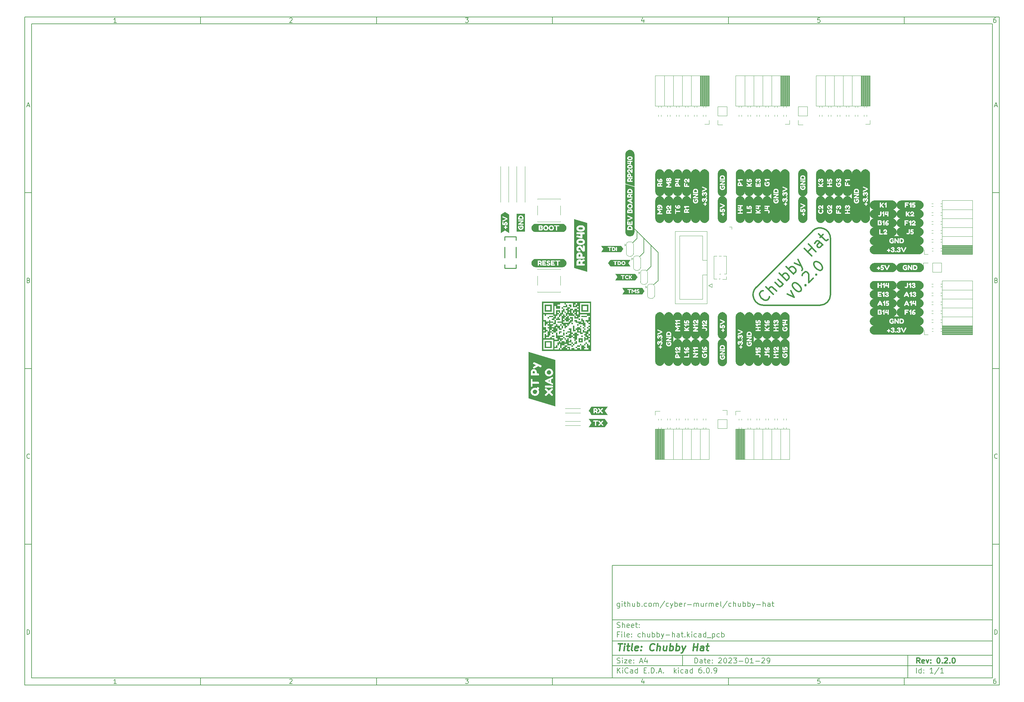
<source format=gbr>
%TF.GenerationSoftware,KiCad,Pcbnew,6.0.9*%
%TF.CreationDate,2023-01-30T01:56:59+01:00*%
%TF.ProjectId,chubby-hat,63687562-6279-42d6-9861-742e6b696361,0.2.0*%
%TF.SameCoordinates,Original*%
%TF.FileFunction,Legend,Top*%
%TF.FilePolarity,Positive*%
%FSLAX46Y46*%
G04 Gerber Fmt 4.6, Leading zero omitted, Abs format (unit mm)*
G04 Created by KiCad (PCBNEW 6.0.9) date 2023-01-30 01:56:59*
%MOMM*%
%LPD*%
G01*
G04 APERTURE LIST*
%ADD10C,0.100000*%
%ADD11C,0.150000*%
%ADD12C,0.300000*%
%ADD13C,0.400000*%
%ADD14C,0.450000*%
%ADD15C,0.120000*%
%ADD16C,0.254000*%
G04 APERTURE END LIST*
D10*
D11*
X177002200Y-166007200D02*
X177002200Y-198007200D01*
X285002200Y-198007200D01*
X285002200Y-166007200D01*
X177002200Y-166007200D01*
D10*
D11*
X10000000Y-10000000D02*
X10000000Y-200007200D01*
X287002200Y-200007200D01*
X287002200Y-10000000D01*
X10000000Y-10000000D01*
D10*
D11*
X12000000Y-12000000D02*
X12000000Y-198007200D01*
X285002200Y-198007200D01*
X285002200Y-12000000D01*
X12000000Y-12000000D01*
D10*
D11*
X60000000Y-12000000D02*
X60000000Y-10000000D01*
D10*
D11*
X110000000Y-12000000D02*
X110000000Y-10000000D01*
D10*
D11*
X160000000Y-12000000D02*
X160000000Y-10000000D01*
D10*
D11*
X210000000Y-12000000D02*
X210000000Y-10000000D01*
D10*
D11*
X260000000Y-12000000D02*
X260000000Y-10000000D01*
D10*
D11*
X36065476Y-11588095D02*
X35322619Y-11588095D01*
X35694047Y-11588095D02*
X35694047Y-10288095D01*
X35570238Y-10473809D01*
X35446428Y-10597619D01*
X35322619Y-10659523D01*
D10*
D11*
X85322619Y-10411904D02*
X85384523Y-10350000D01*
X85508333Y-10288095D01*
X85817857Y-10288095D01*
X85941666Y-10350000D01*
X86003571Y-10411904D01*
X86065476Y-10535714D01*
X86065476Y-10659523D01*
X86003571Y-10845238D01*
X85260714Y-11588095D01*
X86065476Y-11588095D01*
D10*
D11*
X135260714Y-10288095D02*
X136065476Y-10288095D01*
X135632142Y-10783333D01*
X135817857Y-10783333D01*
X135941666Y-10845238D01*
X136003571Y-10907142D01*
X136065476Y-11030952D01*
X136065476Y-11340476D01*
X136003571Y-11464285D01*
X135941666Y-11526190D01*
X135817857Y-11588095D01*
X135446428Y-11588095D01*
X135322619Y-11526190D01*
X135260714Y-11464285D01*
D10*
D11*
X185941666Y-10721428D02*
X185941666Y-11588095D01*
X185632142Y-10226190D02*
X185322619Y-11154761D01*
X186127380Y-11154761D01*
D10*
D11*
X236003571Y-10288095D02*
X235384523Y-10288095D01*
X235322619Y-10907142D01*
X235384523Y-10845238D01*
X235508333Y-10783333D01*
X235817857Y-10783333D01*
X235941666Y-10845238D01*
X236003571Y-10907142D01*
X236065476Y-11030952D01*
X236065476Y-11340476D01*
X236003571Y-11464285D01*
X235941666Y-11526190D01*
X235817857Y-11588095D01*
X235508333Y-11588095D01*
X235384523Y-11526190D01*
X235322619Y-11464285D01*
D10*
D11*
X285941666Y-10288095D02*
X285694047Y-10288095D01*
X285570238Y-10350000D01*
X285508333Y-10411904D01*
X285384523Y-10597619D01*
X285322619Y-10845238D01*
X285322619Y-11340476D01*
X285384523Y-11464285D01*
X285446428Y-11526190D01*
X285570238Y-11588095D01*
X285817857Y-11588095D01*
X285941666Y-11526190D01*
X286003571Y-11464285D01*
X286065476Y-11340476D01*
X286065476Y-11030952D01*
X286003571Y-10907142D01*
X285941666Y-10845238D01*
X285817857Y-10783333D01*
X285570238Y-10783333D01*
X285446428Y-10845238D01*
X285384523Y-10907142D01*
X285322619Y-11030952D01*
D10*
D11*
X60000000Y-198007200D02*
X60000000Y-200007200D01*
D10*
D11*
X110000000Y-198007200D02*
X110000000Y-200007200D01*
D10*
D11*
X160000000Y-198007200D02*
X160000000Y-200007200D01*
D10*
D11*
X210000000Y-198007200D02*
X210000000Y-200007200D01*
D10*
D11*
X260000000Y-198007200D02*
X260000000Y-200007200D01*
D10*
D11*
X36065476Y-199595295D02*
X35322619Y-199595295D01*
X35694047Y-199595295D02*
X35694047Y-198295295D01*
X35570238Y-198481009D01*
X35446428Y-198604819D01*
X35322619Y-198666723D01*
D10*
D11*
X85322619Y-198419104D02*
X85384523Y-198357200D01*
X85508333Y-198295295D01*
X85817857Y-198295295D01*
X85941666Y-198357200D01*
X86003571Y-198419104D01*
X86065476Y-198542914D01*
X86065476Y-198666723D01*
X86003571Y-198852438D01*
X85260714Y-199595295D01*
X86065476Y-199595295D01*
D10*
D11*
X135260714Y-198295295D02*
X136065476Y-198295295D01*
X135632142Y-198790533D01*
X135817857Y-198790533D01*
X135941666Y-198852438D01*
X136003571Y-198914342D01*
X136065476Y-199038152D01*
X136065476Y-199347676D01*
X136003571Y-199471485D01*
X135941666Y-199533390D01*
X135817857Y-199595295D01*
X135446428Y-199595295D01*
X135322619Y-199533390D01*
X135260714Y-199471485D01*
D10*
D11*
X185941666Y-198728628D02*
X185941666Y-199595295D01*
X185632142Y-198233390D02*
X185322619Y-199161961D01*
X186127380Y-199161961D01*
D10*
D11*
X236003571Y-198295295D02*
X235384523Y-198295295D01*
X235322619Y-198914342D01*
X235384523Y-198852438D01*
X235508333Y-198790533D01*
X235817857Y-198790533D01*
X235941666Y-198852438D01*
X236003571Y-198914342D01*
X236065476Y-199038152D01*
X236065476Y-199347676D01*
X236003571Y-199471485D01*
X235941666Y-199533390D01*
X235817857Y-199595295D01*
X235508333Y-199595295D01*
X235384523Y-199533390D01*
X235322619Y-199471485D01*
D10*
D11*
X285941666Y-198295295D02*
X285694047Y-198295295D01*
X285570238Y-198357200D01*
X285508333Y-198419104D01*
X285384523Y-198604819D01*
X285322619Y-198852438D01*
X285322619Y-199347676D01*
X285384523Y-199471485D01*
X285446428Y-199533390D01*
X285570238Y-199595295D01*
X285817857Y-199595295D01*
X285941666Y-199533390D01*
X286003571Y-199471485D01*
X286065476Y-199347676D01*
X286065476Y-199038152D01*
X286003571Y-198914342D01*
X285941666Y-198852438D01*
X285817857Y-198790533D01*
X285570238Y-198790533D01*
X285446428Y-198852438D01*
X285384523Y-198914342D01*
X285322619Y-199038152D01*
D10*
D11*
X10000000Y-60000000D02*
X12000000Y-60000000D01*
D10*
D11*
X10000000Y-110000000D02*
X12000000Y-110000000D01*
D10*
D11*
X10000000Y-160000000D02*
X12000000Y-160000000D01*
D10*
D11*
X10690476Y-35216666D02*
X11309523Y-35216666D01*
X10566666Y-35588095D02*
X11000000Y-34288095D01*
X11433333Y-35588095D01*
D10*
D11*
X11092857Y-84907142D02*
X11278571Y-84969047D01*
X11340476Y-85030952D01*
X11402380Y-85154761D01*
X11402380Y-85340476D01*
X11340476Y-85464285D01*
X11278571Y-85526190D01*
X11154761Y-85588095D01*
X10659523Y-85588095D01*
X10659523Y-84288095D01*
X11092857Y-84288095D01*
X11216666Y-84350000D01*
X11278571Y-84411904D01*
X11340476Y-84535714D01*
X11340476Y-84659523D01*
X11278571Y-84783333D01*
X11216666Y-84845238D01*
X11092857Y-84907142D01*
X10659523Y-84907142D01*
D10*
D11*
X11402380Y-135464285D02*
X11340476Y-135526190D01*
X11154761Y-135588095D01*
X11030952Y-135588095D01*
X10845238Y-135526190D01*
X10721428Y-135402380D01*
X10659523Y-135278571D01*
X10597619Y-135030952D01*
X10597619Y-134845238D01*
X10659523Y-134597619D01*
X10721428Y-134473809D01*
X10845238Y-134350000D01*
X11030952Y-134288095D01*
X11154761Y-134288095D01*
X11340476Y-134350000D01*
X11402380Y-134411904D01*
D10*
D11*
X10659523Y-185588095D02*
X10659523Y-184288095D01*
X10969047Y-184288095D01*
X11154761Y-184350000D01*
X11278571Y-184473809D01*
X11340476Y-184597619D01*
X11402380Y-184845238D01*
X11402380Y-185030952D01*
X11340476Y-185278571D01*
X11278571Y-185402380D01*
X11154761Y-185526190D01*
X10969047Y-185588095D01*
X10659523Y-185588095D01*
D10*
D11*
X287002200Y-60000000D02*
X285002200Y-60000000D01*
D10*
D11*
X287002200Y-110000000D02*
X285002200Y-110000000D01*
D10*
D11*
X287002200Y-160000000D02*
X285002200Y-160000000D01*
D10*
D11*
X285692676Y-35216666D02*
X286311723Y-35216666D01*
X285568866Y-35588095D02*
X286002200Y-34288095D01*
X286435533Y-35588095D01*
D10*
D11*
X286095057Y-84907142D02*
X286280771Y-84969047D01*
X286342676Y-85030952D01*
X286404580Y-85154761D01*
X286404580Y-85340476D01*
X286342676Y-85464285D01*
X286280771Y-85526190D01*
X286156961Y-85588095D01*
X285661723Y-85588095D01*
X285661723Y-84288095D01*
X286095057Y-84288095D01*
X286218866Y-84350000D01*
X286280771Y-84411904D01*
X286342676Y-84535714D01*
X286342676Y-84659523D01*
X286280771Y-84783333D01*
X286218866Y-84845238D01*
X286095057Y-84907142D01*
X285661723Y-84907142D01*
D10*
D11*
X286404580Y-135464285D02*
X286342676Y-135526190D01*
X286156961Y-135588095D01*
X286033152Y-135588095D01*
X285847438Y-135526190D01*
X285723628Y-135402380D01*
X285661723Y-135278571D01*
X285599819Y-135030952D01*
X285599819Y-134845238D01*
X285661723Y-134597619D01*
X285723628Y-134473809D01*
X285847438Y-134350000D01*
X286033152Y-134288095D01*
X286156961Y-134288095D01*
X286342676Y-134350000D01*
X286404580Y-134411904D01*
D10*
D11*
X285661723Y-185588095D02*
X285661723Y-184288095D01*
X285971247Y-184288095D01*
X286156961Y-184350000D01*
X286280771Y-184473809D01*
X286342676Y-184597619D01*
X286404580Y-184845238D01*
X286404580Y-185030952D01*
X286342676Y-185278571D01*
X286280771Y-185402380D01*
X286156961Y-185526190D01*
X285971247Y-185588095D01*
X285661723Y-185588095D01*
D10*
D11*
X200434342Y-193785771D02*
X200434342Y-192285771D01*
X200791485Y-192285771D01*
X201005771Y-192357200D01*
X201148628Y-192500057D01*
X201220057Y-192642914D01*
X201291485Y-192928628D01*
X201291485Y-193142914D01*
X201220057Y-193428628D01*
X201148628Y-193571485D01*
X201005771Y-193714342D01*
X200791485Y-193785771D01*
X200434342Y-193785771D01*
X202577200Y-193785771D02*
X202577200Y-193000057D01*
X202505771Y-192857200D01*
X202362914Y-192785771D01*
X202077200Y-192785771D01*
X201934342Y-192857200D01*
X202577200Y-193714342D02*
X202434342Y-193785771D01*
X202077200Y-193785771D01*
X201934342Y-193714342D01*
X201862914Y-193571485D01*
X201862914Y-193428628D01*
X201934342Y-193285771D01*
X202077200Y-193214342D01*
X202434342Y-193214342D01*
X202577200Y-193142914D01*
X203077200Y-192785771D02*
X203648628Y-192785771D01*
X203291485Y-192285771D02*
X203291485Y-193571485D01*
X203362914Y-193714342D01*
X203505771Y-193785771D01*
X203648628Y-193785771D01*
X204720057Y-193714342D02*
X204577200Y-193785771D01*
X204291485Y-193785771D01*
X204148628Y-193714342D01*
X204077200Y-193571485D01*
X204077200Y-193000057D01*
X204148628Y-192857200D01*
X204291485Y-192785771D01*
X204577200Y-192785771D01*
X204720057Y-192857200D01*
X204791485Y-193000057D01*
X204791485Y-193142914D01*
X204077200Y-193285771D01*
X205434342Y-193642914D02*
X205505771Y-193714342D01*
X205434342Y-193785771D01*
X205362914Y-193714342D01*
X205434342Y-193642914D01*
X205434342Y-193785771D01*
X205434342Y-192857200D02*
X205505771Y-192928628D01*
X205434342Y-193000057D01*
X205362914Y-192928628D01*
X205434342Y-192857200D01*
X205434342Y-193000057D01*
X207220057Y-192428628D02*
X207291485Y-192357200D01*
X207434342Y-192285771D01*
X207791485Y-192285771D01*
X207934342Y-192357200D01*
X208005771Y-192428628D01*
X208077200Y-192571485D01*
X208077200Y-192714342D01*
X208005771Y-192928628D01*
X207148628Y-193785771D01*
X208077200Y-193785771D01*
X209005771Y-192285771D02*
X209148628Y-192285771D01*
X209291485Y-192357200D01*
X209362914Y-192428628D01*
X209434342Y-192571485D01*
X209505771Y-192857200D01*
X209505771Y-193214342D01*
X209434342Y-193500057D01*
X209362914Y-193642914D01*
X209291485Y-193714342D01*
X209148628Y-193785771D01*
X209005771Y-193785771D01*
X208862914Y-193714342D01*
X208791485Y-193642914D01*
X208720057Y-193500057D01*
X208648628Y-193214342D01*
X208648628Y-192857200D01*
X208720057Y-192571485D01*
X208791485Y-192428628D01*
X208862914Y-192357200D01*
X209005771Y-192285771D01*
X210077200Y-192428628D02*
X210148628Y-192357200D01*
X210291485Y-192285771D01*
X210648628Y-192285771D01*
X210791485Y-192357200D01*
X210862914Y-192428628D01*
X210934342Y-192571485D01*
X210934342Y-192714342D01*
X210862914Y-192928628D01*
X210005771Y-193785771D01*
X210934342Y-193785771D01*
X211434342Y-192285771D02*
X212362914Y-192285771D01*
X211862914Y-192857200D01*
X212077200Y-192857200D01*
X212220057Y-192928628D01*
X212291485Y-193000057D01*
X212362914Y-193142914D01*
X212362914Y-193500057D01*
X212291485Y-193642914D01*
X212220057Y-193714342D01*
X212077200Y-193785771D01*
X211648628Y-193785771D01*
X211505771Y-193714342D01*
X211434342Y-193642914D01*
X213005771Y-193214342D02*
X214148628Y-193214342D01*
X215148628Y-192285771D02*
X215291485Y-192285771D01*
X215434342Y-192357200D01*
X215505771Y-192428628D01*
X215577200Y-192571485D01*
X215648628Y-192857200D01*
X215648628Y-193214342D01*
X215577200Y-193500057D01*
X215505771Y-193642914D01*
X215434342Y-193714342D01*
X215291485Y-193785771D01*
X215148628Y-193785771D01*
X215005771Y-193714342D01*
X214934342Y-193642914D01*
X214862914Y-193500057D01*
X214791485Y-193214342D01*
X214791485Y-192857200D01*
X214862914Y-192571485D01*
X214934342Y-192428628D01*
X215005771Y-192357200D01*
X215148628Y-192285771D01*
X217077200Y-193785771D02*
X216220057Y-193785771D01*
X216648628Y-193785771D02*
X216648628Y-192285771D01*
X216505771Y-192500057D01*
X216362914Y-192642914D01*
X216220057Y-192714342D01*
X217720057Y-193214342D02*
X218862914Y-193214342D01*
X219505771Y-192428628D02*
X219577200Y-192357200D01*
X219720057Y-192285771D01*
X220077200Y-192285771D01*
X220220057Y-192357200D01*
X220291485Y-192428628D01*
X220362914Y-192571485D01*
X220362914Y-192714342D01*
X220291485Y-192928628D01*
X219434342Y-193785771D01*
X220362914Y-193785771D01*
X221077200Y-193785771D02*
X221362914Y-193785771D01*
X221505771Y-193714342D01*
X221577200Y-193642914D01*
X221720057Y-193428628D01*
X221791485Y-193142914D01*
X221791485Y-192571485D01*
X221720057Y-192428628D01*
X221648628Y-192357200D01*
X221505771Y-192285771D01*
X221220057Y-192285771D01*
X221077200Y-192357200D01*
X221005771Y-192428628D01*
X220934342Y-192571485D01*
X220934342Y-192928628D01*
X221005771Y-193071485D01*
X221077200Y-193142914D01*
X221220057Y-193214342D01*
X221505771Y-193214342D01*
X221648628Y-193142914D01*
X221720057Y-193071485D01*
X221791485Y-192928628D01*
D10*
D11*
X177002200Y-194507200D02*
X285002200Y-194507200D01*
D10*
D11*
X178434342Y-196585771D02*
X178434342Y-195085771D01*
X179291485Y-196585771D02*
X178648628Y-195728628D01*
X179291485Y-195085771D02*
X178434342Y-195942914D01*
X179934342Y-196585771D02*
X179934342Y-195585771D01*
X179934342Y-195085771D02*
X179862914Y-195157200D01*
X179934342Y-195228628D01*
X180005771Y-195157200D01*
X179934342Y-195085771D01*
X179934342Y-195228628D01*
X181505771Y-196442914D02*
X181434342Y-196514342D01*
X181220057Y-196585771D01*
X181077200Y-196585771D01*
X180862914Y-196514342D01*
X180720057Y-196371485D01*
X180648628Y-196228628D01*
X180577200Y-195942914D01*
X180577200Y-195728628D01*
X180648628Y-195442914D01*
X180720057Y-195300057D01*
X180862914Y-195157200D01*
X181077200Y-195085771D01*
X181220057Y-195085771D01*
X181434342Y-195157200D01*
X181505771Y-195228628D01*
X182791485Y-196585771D02*
X182791485Y-195800057D01*
X182720057Y-195657200D01*
X182577200Y-195585771D01*
X182291485Y-195585771D01*
X182148628Y-195657200D01*
X182791485Y-196514342D02*
X182648628Y-196585771D01*
X182291485Y-196585771D01*
X182148628Y-196514342D01*
X182077200Y-196371485D01*
X182077200Y-196228628D01*
X182148628Y-196085771D01*
X182291485Y-196014342D01*
X182648628Y-196014342D01*
X182791485Y-195942914D01*
X184148628Y-196585771D02*
X184148628Y-195085771D01*
X184148628Y-196514342D02*
X184005771Y-196585771D01*
X183720057Y-196585771D01*
X183577200Y-196514342D01*
X183505771Y-196442914D01*
X183434342Y-196300057D01*
X183434342Y-195871485D01*
X183505771Y-195728628D01*
X183577200Y-195657200D01*
X183720057Y-195585771D01*
X184005771Y-195585771D01*
X184148628Y-195657200D01*
X186005771Y-195800057D02*
X186505771Y-195800057D01*
X186720057Y-196585771D02*
X186005771Y-196585771D01*
X186005771Y-195085771D01*
X186720057Y-195085771D01*
X187362914Y-196442914D02*
X187434342Y-196514342D01*
X187362914Y-196585771D01*
X187291485Y-196514342D01*
X187362914Y-196442914D01*
X187362914Y-196585771D01*
X188077200Y-196585771D02*
X188077200Y-195085771D01*
X188434342Y-195085771D01*
X188648628Y-195157200D01*
X188791485Y-195300057D01*
X188862914Y-195442914D01*
X188934342Y-195728628D01*
X188934342Y-195942914D01*
X188862914Y-196228628D01*
X188791485Y-196371485D01*
X188648628Y-196514342D01*
X188434342Y-196585771D01*
X188077200Y-196585771D01*
X189577200Y-196442914D02*
X189648628Y-196514342D01*
X189577200Y-196585771D01*
X189505771Y-196514342D01*
X189577200Y-196442914D01*
X189577200Y-196585771D01*
X190220057Y-196157200D02*
X190934342Y-196157200D01*
X190077200Y-196585771D02*
X190577200Y-195085771D01*
X191077200Y-196585771D01*
X191577200Y-196442914D02*
X191648628Y-196514342D01*
X191577200Y-196585771D01*
X191505771Y-196514342D01*
X191577200Y-196442914D01*
X191577200Y-196585771D01*
X194577200Y-196585771D02*
X194577200Y-195085771D01*
X194720057Y-196014342D02*
X195148628Y-196585771D01*
X195148628Y-195585771D02*
X194577200Y-196157200D01*
X195791485Y-196585771D02*
X195791485Y-195585771D01*
X195791485Y-195085771D02*
X195720057Y-195157200D01*
X195791485Y-195228628D01*
X195862914Y-195157200D01*
X195791485Y-195085771D01*
X195791485Y-195228628D01*
X197148628Y-196514342D02*
X197005771Y-196585771D01*
X196720057Y-196585771D01*
X196577200Y-196514342D01*
X196505771Y-196442914D01*
X196434342Y-196300057D01*
X196434342Y-195871485D01*
X196505771Y-195728628D01*
X196577200Y-195657200D01*
X196720057Y-195585771D01*
X197005771Y-195585771D01*
X197148628Y-195657200D01*
X198434342Y-196585771D02*
X198434342Y-195800057D01*
X198362914Y-195657200D01*
X198220057Y-195585771D01*
X197934342Y-195585771D01*
X197791485Y-195657200D01*
X198434342Y-196514342D02*
X198291485Y-196585771D01*
X197934342Y-196585771D01*
X197791485Y-196514342D01*
X197720057Y-196371485D01*
X197720057Y-196228628D01*
X197791485Y-196085771D01*
X197934342Y-196014342D01*
X198291485Y-196014342D01*
X198434342Y-195942914D01*
X199791485Y-196585771D02*
X199791485Y-195085771D01*
X199791485Y-196514342D02*
X199648628Y-196585771D01*
X199362914Y-196585771D01*
X199220057Y-196514342D01*
X199148628Y-196442914D01*
X199077200Y-196300057D01*
X199077200Y-195871485D01*
X199148628Y-195728628D01*
X199220057Y-195657200D01*
X199362914Y-195585771D01*
X199648628Y-195585771D01*
X199791485Y-195657200D01*
X202291485Y-195085771D02*
X202005771Y-195085771D01*
X201862914Y-195157200D01*
X201791485Y-195228628D01*
X201648628Y-195442914D01*
X201577200Y-195728628D01*
X201577200Y-196300057D01*
X201648628Y-196442914D01*
X201720057Y-196514342D01*
X201862914Y-196585771D01*
X202148628Y-196585771D01*
X202291485Y-196514342D01*
X202362914Y-196442914D01*
X202434342Y-196300057D01*
X202434342Y-195942914D01*
X202362914Y-195800057D01*
X202291485Y-195728628D01*
X202148628Y-195657200D01*
X201862914Y-195657200D01*
X201720057Y-195728628D01*
X201648628Y-195800057D01*
X201577200Y-195942914D01*
X203077200Y-196442914D02*
X203148628Y-196514342D01*
X203077200Y-196585771D01*
X203005771Y-196514342D01*
X203077200Y-196442914D01*
X203077200Y-196585771D01*
X204077200Y-195085771D02*
X204220057Y-195085771D01*
X204362914Y-195157200D01*
X204434342Y-195228628D01*
X204505771Y-195371485D01*
X204577200Y-195657200D01*
X204577200Y-196014342D01*
X204505771Y-196300057D01*
X204434342Y-196442914D01*
X204362914Y-196514342D01*
X204220057Y-196585771D01*
X204077200Y-196585771D01*
X203934342Y-196514342D01*
X203862914Y-196442914D01*
X203791485Y-196300057D01*
X203720057Y-196014342D01*
X203720057Y-195657200D01*
X203791485Y-195371485D01*
X203862914Y-195228628D01*
X203934342Y-195157200D01*
X204077200Y-195085771D01*
X205220057Y-196442914D02*
X205291485Y-196514342D01*
X205220057Y-196585771D01*
X205148628Y-196514342D01*
X205220057Y-196442914D01*
X205220057Y-196585771D01*
X206005771Y-196585771D02*
X206291485Y-196585771D01*
X206434342Y-196514342D01*
X206505771Y-196442914D01*
X206648628Y-196228628D01*
X206720057Y-195942914D01*
X206720057Y-195371485D01*
X206648628Y-195228628D01*
X206577200Y-195157200D01*
X206434342Y-195085771D01*
X206148628Y-195085771D01*
X206005771Y-195157200D01*
X205934342Y-195228628D01*
X205862914Y-195371485D01*
X205862914Y-195728628D01*
X205934342Y-195871485D01*
X206005771Y-195942914D01*
X206148628Y-196014342D01*
X206434342Y-196014342D01*
X206577200Y-195942914D01*
X206648628Y-195871485D01*
X206720057Y-195728628D01*
D10*
D11*
X177002200Y-191507200D02*
X285002200Y-191507200D01*
D10*
D12*
X264411485Y-193785771D02*
X263911485Y-193071485D01*
X263554342Y-193785771D02*
X263554342Y-192285771D01*
X264125771Y-192285771D01*
X264268628Y-192357200D01*
X264340057Y-192428628D01*
X264411485Y-192571485D01*
X264411485Y-192785771D01*
X264340057Y-192928628D01*
X264268628Y-193000057D01*
X264125771Y-193071485D01*
X263554342Y-193071485D01*
X265625771Y-193714342D02*
X265482914Y-193785771D01*
X265197200Y-193785771D01*
X265054342Y-193714342D01*
X264982914Y-193571485D01*
X264982914Y-193000057D01*
X265054342Y-192857200D01*
X265197200Y-192785771D01*
X265482914Y-192785771D01*
X265625771Y-192857200D01*
X265697200Y-193000057D01*
X265697200Y-193142914D01*
X264982914Y-193285771D01*
X266197200Y-192785771D02*
X266554342Y-193785771D01*
X266911485Y-192785771D01*
X267482914Y-193642914D02*
X267554342Y-193714342D01*
X267482914Y-193785771D01*
X267411485Y-193714342D01*
X267482914Y-193642914D01*
X267482914Y-193785771D01*
X267482914Y-192857200D02*
X267554342Y-192928628D01*
X267482914Y-193000057D01*
X267411485Y-192928628D01*
X267482914Y-192857200D01*
X267482914Y-193000057D01*
X269625771Y-192285771D02*
X269768628Y-192285771D01*
X269911485Y-192357200D01*
X269982914Y-192428628D01*
X270054342Y-192571485D01*
X270125771Y-192857200D01*
X270125771Y-193214342D01*
X270054342Y-193500057D01*
X269982914Y-193642914D01*
X269911485Y-193714342D01*
X269768628Y-193785771D01*
X269625771Y-193785771D01*
X269482914Y-193714342D01*
X269411485Y-193642914D01*
X269340057Y-193500057D01*
X269268628Y-193214342D01*
X269268628Y-192857200D01*
X269340057Y-192571485D01*
X269411485Y-192428628D01*
X269482914Y-192357200D01*
X269625771Y-192285771D01*
X270768628Y-193642914D02*
X270840057Y-193714342D01*
X270768628Y-193785771D01*
X270697200Y-193714342D01*
X270768628Y-193642914D01*
X270768628Y-193785771D01*
X271411485Y-192428628D02*
X271482914Y-192357200D01*
X271625771Y-192285771D01*
X271982914Y-192285771D01*
X272125771Y-192357200D01*
X272197200Y-192428628D01*
X272268628Y-192571485D01*
X272268628Y-192714342D01*
X272197200Y-192928628D01*
X271340057Y-193785771D01*
X272268628Y-193785771D01*
X272911485Y-193642914D02*
X272982914Y-193714342D01*
X272911485Y-193785771D01*
X272840057Y-193714342D01*
X272911485Y-193642914D01*
X272911485Y-193785771D01*
X273911485Y-192285771D02*
X274054342Y-192285771D01*
X274197200Y-192357200D01*
X274268628Y-192428628D01*
X274340057Y-192571485D01*
X274411485Y-192857200D01*
X274411485Y-193214342D01*
X274340057Y-193500057D01*
X274268628Y-193642914D01*
X274197200Y-193714342D01*
X274054342Y-193785771D01*
X273911485Y-193785771D01*
X273768628Y-193714342D01*
X273697200Y-193642914D01*
X273625771Y-193500057D01*
X273554342Y-193214342D01*
X273554342Y-192857200D01*
X273625771Y-192571485D01*
X273697200Y-192428628D01*
X273768628Y-192357200D01*
X273911485Y-192285771D01*
D10*
D11*
X178362914Y-193714342D02*
X178577200Y-193785771D01*
X178934342Y-193785771D01*
X179077200Y-193714342D01*
X179148628Y-193642914D01*
X179220057Y-193500057D01*
X179220057Y-193357200D01*
X179148628Y-193214342D01*
X179077200Y-193142914D01*
X178934342Y-193071485D01*
X178648628Y-193000057D01*
X178505771Y-192928628D01*
X178434342Y-192857200D01*
X178362914Y-192714342D01*
X178362914Y-192571485D01*
X178434342Y-192428628D01*
X178505771Y-192357200D01*
X178648628Y-192285771D01*
X179005771Y-192285771D01*
X179220057Y-192357200D01*
X179862914Y-193785771D02*
X179862914Y-192785771D01*
X179862914Y-192285771D02*
X179791485Y-192357200D01*
X179862914Y-192428628D01*
X179934342Y-192357200D01*
X179862914Y-192285771D01*
X179862914Y-192428628D01*
X180434342Y-192785771D02*
X181220057Y-192785771D01*
X180434342Y-193785771D01*
X181220057Y-193785771D01*
X182362914Y-193714342D02*
X182220057Y-193785771D01*
X181934342Y-193785771D01*
X181791485Y-193714342D01*
X181720057Y-193571485D01*
X181720057Y-193000057D01*
X181791485Y-192857200D01*
X181934342Y-192785771D01*
X182220057Y-192785771D01*
X182362914Y-192857200D01*
X182434342Y-193000057D01*
X182434342Y-193142914D01*
X181720057Y-193285771D01*
X183077200Y-193642914D02*
X183148628Y-193714342D01*
X183077200Y-193785771D01*
X183005771Y-193714342D01*
X183077200Y-193642914D01*
X183077200Y-193785771D01*
X183077200Y-192857200D02*
X183148628Y-192928628D01*
X183077200Y-193000057D01*
X183005771Y-192928628D01*
X183077200Y-192857200D01*
X183077200Y-193000057D01*
X184862914Y-193357200D02*
X185577200Y-193357200D01*
X184720057Y-193785771D02*
X185220057Y-192285771D01*
X185720057Y-193785771D01*
X186862914Y-192785771D02*
X186862914Y-193785771D01*
X186505771Y-192214342D02*
X186148628Y-193285771D01*
X187077200Y-193285771D01*
D10*
D11*
X263434342Y-196585771D02*
X263434342Y-195085771D01*
X264791485Y-196585771D02*
X264791485Y-195085771D01*
X264791485Y-196514342D02*
X264648628Y-196585771D01*
X264362914Y-196585771D01*
X264220057Y-196514342D01*
X264148628Y-196442914D01*
X264077200Y-196300057D01*
X264077200Y-195871485D01*
X264148628Y-195728628D01*
X264220057Y-195657200D01*
X264362914Y-195585771D01*
X264648628Y-195585771D01*
X264791485Y-195657200D01*
X265505771Y-196442914D02*
X265577200Y-196514342D01*
X265505771Y-196585771D01*
X265434342Y-196514342D01*
X265505771Y-196442914D01*
X265505771Y-196585771D01*
X265505771Y-195657200D02*
X265577200Y-195728628D01*
X265505771Y-195800057D01*
X265434342Y-195728628D01*
X265505771Y-195657200D01*
X265505771Y-195800057D01*
X268148628Y-196585771D02*
X267291485Y-196585771D01*
X267720057Y-196585771D02*
X267720057Y-195085771D01*
X267577200Y-195300057D01*
X267434342Y-195442914D01*
X267291485Y-195514342D01*
X269862914Y-195014342D02*
X268577200Y-196942914D01*
X271148628Y-196585771D02*
X270291485Y-196585771D01*
X270720057Y-196585771D02*
X270720057Y-195085771D01*
X270577200Y-195300057D01*
X270434342Y-195442914D01*
X270291485Y-195514342D01*
D10*
D11*
X177002200Y-187507200D02*
X285002200Y-187507200D01*
D10*
D13*
X178714580Y-188211961D02*
X179857438Y-188211961D01*
X179036009Y-190211961D02*
X179286009Y-188211961D01*
X180274104Y-190211961D02*
X180440771Y-188878628D01*
X180524104Y-188211961D02*
X180416961Y-188307200D01*
X180500295Y-188402438D01*
X180607438Y-188307200D01*
X180524104Y-188211961D01*
X180500295Y-188402438D01*
X181107438Y-188878628D02*
X181869342Y-188878628D01*
X181476485Y-188211961D02*
X181262200Y-189926247D01*
X181333628Y-190116723D01*
X181512200Y-190211961D01*
X181702676Y-190211961D01*
X182655057Y-190211961D02*
X182476485Y-190116723D01*
X182405057Y-189926247D01*
X182619342Y-188211961D01*
X184190771Y-190116723D02*
X183988390Y-190211961D01*
X183607438Y-190211961D01*
X183428866Y-190116723D01*
X183357438Y-189926247D01*
X183452676Y-189164342D01*
X183571723Y-188973866D01*
X183774104Y-188878628D01*
X184155057Y-188878628D01*
X184333628Y-188973866D01*
X184405057Y-189164342D01*
X184381247Y-189354819D01*
X183405057Y-189545295D01*
X185155057Y-190021485D02*
X185238390Y-190116723D01*
X185131247Y-190211961D01*
X185047914Y-190116723D01*
X185155057Y-190021485D01*
X185131247Y-190211961D01*
X185286009Y-188973866D02*
X185369342Y-189069104D01*
X185262200Y-189164342D01*
X185178866Y-189069104D01*
X185286009Y-188973866D01*
X185262200Y-189164342D01*
X188774104Y-190021485D02*
X188666961Y-190116723D01*
X188369342Y-190211961D01*
X188178866Y-190211961D01*
X187905057Y-190116723D01*
X187738390Y-189926247D01*
X187666961Y-189735771D01*
X187619342Y-189354819D01*
X187655057Y-189069104D01*
X187797914Y-188688152D01*
X187916961Y-188497676D01*
X188131247Y-188307200D01*
X188428866Y-188211961D01*
X188619342Y-188211961D01*
X188893152Y-188307200D01*
X188976485Y-188402438D01*
X189607438Y-190211961D02*
X189857438Y-188211961D01*
X190464580Y-190211961D02*
X190595533Y-189164342D01*
X190524104Y-188973866D01*
X190345533Y-188878628D01*
X190059819Y-188878628D01*
X189857438Y-188973866D01*
X189750295Y-189069104D01*
X192440771Y-188878628D02*
X192274104Y-190211961D01*
X191583628Y-188878628D02*
X191452676Y-189926247D01*
X191524104Y-190116723D01*
X191702676Y-190211961D01*
X191988390Y-190211961D01*
X192190771Y-190116723D01*
X192297914Y-190021485D01*
X193226485Y-190211961D02*
X193476485Y-188211961D01*
X193381247Y-188973866D02*
X193583628Y-188878628D01*
X193964580Y-188878628D01*
X194143152Y-188973866D01*
X194226485Y-189069104D01*
X194297914Y-189259580D01*
X194226485Y-189831009D01*
X194107438Y-190021485D01*
X194000295Y-190116723D01*
X193797914Y-190211961D01*
X193416961Y-190211961D01*
X193238390Y-190116723D01*
X195036009Y-190211961D02*
X195286009Y-188211961D01*
X195190771Y-188973866D02*
X195393152Y-188878628D01*
X195774104Y-188878628D01*
X195952676Y-188973866D01*
X196036009Y-189069104D01*
X196107438Y-189259580D01*
X196036009Y-189831009D01*
X195916961Y-190021485D01*
X195809819Y-190116723D01*
X195607438Y-190211961D01*
X195226485Y-190211961D01*
X195047914Y-190116723D01*
X196821723Y-188878628D02*
X197131247Y-190211961D01*
X197774104Y-188878628D02*
X197131247Y-190211961D01*
X196881247Y-190688152D01*
X196774104Y-190783390D01*
X196571723Y-190878628D01*
X199893152Y-190211961D02*
X200143152Y-188211961D01*
X200024104Y-189164342D02*
X201166961Y-189164342D01*
X201036009Y-190211961D02*
X201286009Y-188211961D01*
X202845533Y-190211961D02*
X202976485Y-189164342D01*
X202905057Y-188973866D01*
X202726485Y-188878628D01*
X202345533Y-188878628D01*
X202143152Y-188973866D01*
X202857438Y-190116723D02*
X202655057Y-190211961D01*
X202178866Y-190211961D01*
X202000295Y-190116723D01*
X201928866Y-189926247D01*
X201952676Y-189735771D01*
X202071723Y-189545295D01*
X202274104Y-189450057D01*
X202750295Y-189450057D01*
X202952676Y-189354819D01*
X203678866Y-188878628D02*
X204440771Y-188878628D01*
X204047914Y-188211961D02*
X203833628Y-189926247D01*
X203905057Y-190116723D01*
X204083628Y-190211961D01*
X204274104Y-190211961D01*
D10*
D11*
X178934342Y-185600057D02*
X178434342Y-185600057D01*
X178434342Y-186385771D02*
X178434342Y-184885771D01*
X179148628Y-184885771D01*
X179720057Y-186385771D02*
X179720057Y-185385771D01*
X179720057Y-184885771D02*
X179648628Y-184957200D01*
X179720057Y-185028628D01*
X179791485Y-184957200D01*
X179720057Y-184885771D01*
X179720057Y-185028628D01*
X180648628Y-186385771D02*
X180505771Y-186314342D01*
X180434342Y-186171485D01*
X180434342Y-184885771D01*
X181791485Y-186314342D02*
X181648628Y-186385771D01*
X181362914Y-186385771D01*
X181220057Y-186314342D01*
X181148628Y-186171485D01*
X181148628Y-185600057D01*
X181220057Y-185457200D01*
X181362914Y-185385771D01*
X181648628Y-185385771D01*
X181791485Y-185457200D01*
X181862914Y-185600057D01*
X181862914Y-185742914D01*
X181148628Y-185885771D01*
X182505771Y-186242914D02*
X182577200Y-186314342D01*
X182505771Y-186385771D01*
X182434342Y-186314342D01*
X182505771Y-186242914D01*
X182505771Y-186385771D01*
X182505771Y-185457200D02*
X182577200Y-185528628D01*
X182505771Y-185600057D01*
X182434342Y-185528628D01*
X182505771Y-185457200D01*
X182505771Y-185600057D01*
X185005771Y-186314342D02*
X184862914Y-186385771D01*
X184577200Y-186385771D01*
X184434342Y-186314342D01*
X184362914Y-186242914D01*
X184291485Y-186100057D01*
X184291485Y-185671485D01*
X184362914Y-185528628D01*
X184434342Y-185457200D01*
X184577200Y-185385771D01*
X184862914Y-185385771D01*
X185005771Y-185457200D01*
X185648628Y-186385771D02*
X185648628Y-184885771D01*
X186291485Y-186385771D02*
X186291485Y-185600057D01*
X186220057Y-185457200D01*
X186077200Y-185385771D01*
X185862914Y-185385771D01*
X185720057Y-185457200D01*
X185648628Y-185528628D01*
X187648628Y-185385771D02*
X187648628Y-186385771D01*
X187005771Y-185385771D02*
X187005771Y-186171485D01*
X187077200Y-186314342D01*
X187220057Y-186385771D01*
X187434342Y-186385771D01*
X187577200Y-186314342D01*
X187648628Y-186242914D01*
X188362914Y-186385771D02*
X188362914Y-184885771D01*
X188362914Y-185457200D02*
X188505771Y-185385771D01*
X188791485Y-185385771D01*
X188934342Y-185457200D01*
X189005771Y-185528628D01*
X189077200Y-185671485D01*
X189077200Y-186100057D01*
X189005771Y-186242914D01*
X188934342Y-186314342D01*
X188791485Y-186385771D01*
X188505771Y-186385771D01*
X188362914Y-186314342D01*
X189720057Y-186385771D02*
X189720057Y-184885771D01*
X189720057Y-185457200D02*
X189862914Y-185385771D01*
X190148628Y-185385771D01*
X190291485Y-185457200D01*
X190362914Y-185528628D01*
X190434342Y-185671485D01*
X190434342Y-186100057D01*
X190362914Y-186242914D01*
X190291485Y-186314342D01*
X190148628Y-186385771D01*
X189862914Y-186385771D01*
X189720057Y-186314342D01*
X190934342Y-185385771D02*
X191291485Y-186385771D01*
X191648628Y-185385771D02*
X191291485Y-186385771D01*
X191148628Y-186742914D01*
X191077200Y-186814342D01*
X190934342Y-186885771D01*
X192220057Y-185814342D02*
X193362914Y-185814342D01*
X194077200Y-186385771D02*
X194077200Y-184885771D01*
X194720057Y-186385771D02*
X194720057Y-185600057D01*
X194648628Y-185457200D01*
X194505771Y-185385771D01*
X194291485Y-185385771D01*
X194148628Y-185457200D01*
X194077200Y-185528628D01*
X196077200Y-186385771D02*
X196077200Y-185600057D01*
X196005771Y-185457200D01*
X195862914Y-185385771D01*
X195577200Y-185385771D01*
X195434342Y-185457200D01*
X196077200Y-186314342D02*
X195934342Y-186385771D01*
X195577200Y-186385771D01*
X195434342Y-186314342D01*
X195362914Y-186171485D01*
X195362914Y-186028628D01*
X195434342Y-185885771D01*
X195577200Y-185814342D01*
X195934342Y-185814342D01*
X196077200Y-185742914D01*
X196577200Y-185385771D02*
X197148628Y-185385771D01*
X196791485Y-184885771D02*
X196791485Y-186171485D01*
X196862914Y-186314342D01*
X197005771Y-186385771D01*
X197148628Y-186385771D01*
X197648628Y-186242914D02*
X197720057Y-186314342D01*
X197648628Y-186385771D01*
X197577200Y-186314342D01*
X197648628Y-186242914D01*
X197648628Y-186385771D01*
X198362914Y-186385771D02*
X198362914Y-184885771D01*
X198505771Y-185814342D02*
X198934342Y-186385771D01*
X198934342Y-185385771D02*
X198362914Y-185957200D01*
X199577200Y-186385771D02*
X199577200Y-185385771D01*
X199577200Y-184885771D02*
X199505771Y-184957200D01*
X199577200Y-185028628D01*
X199648628Y-184957200D01*
X199577200Y-184885771D01*
X199577200Y-185028628D01*
X200934342Y-186314342D02*
X200791485Y-186385771D01*
X200505771Y-186385771D01*
X200362914Y-186314342D01*
X200291485Y-186242914D01*
X200220057Y-186100057D01*
X200220057Y-185671485D01*
X200291485Y-185528628D01*
X200362914Y-185457200D01*
X200505771Y-185385771D01*
X200791485Y-185385771D01*
X200934342Y-185457200D01*
X202220057Y-186385771D02*
X202220057Y-185600057D01*
X202148628Y-185457200D01*
X202005771Y-185385771D01*
X201720057Y-185385771D01*
X201577200Y-185457200D01*
X202220057Y-186314342D02*
X202077200Y-186385771D01*
X201720057Y-186385771D01*
X201577200Y-186314342D01*
X201505771Y-186171485D01*
X201505771Y-186028628D01*
X201577200Y-185885771D01*
X201720057Y-185814342D01*
X202077200Y-185814342D01*
X202220057Y-185742914D01*
X203577200Y-186385771D02*
X203577200Y-184885771D01*
X203577200Y-186314342D02*
X203434342Y-186385771D01*
X203148628Y-186385771D01*
X203005771Y-186314342D01*
X202934342Y-186242914D01*
X202862914Y-186100057D01*
X202862914Y-185671485D01*
X202934342Y-185528628D01*
X203005771Y-185457200D01*
X203148628Y-185385771D01*
X203434342Y-185385771D01*
X203577200Y-185457200D01*
X203934342Y-186528628D02*
X205077200Y-186528628D01*
X205434342Y-185385771D02*
X205434342Y-186885771D01*
X205434342Y-185457200D02*
X205577200Y-185385771D01*
X205862914Y-185385771D01*
X206005771Y-185457200D01*
X206077200Y-185528628D01*
X206148628Y-185671485D01*
X206148628Y-186100057D01*
X206077200Y-186242914D01*
X206005771Y-186314342D01*
X205862914Y-186385771D01*
X205577200Y-186385771D01*
X205434342Y-186314342D01*
X207434342Y-186314342D02*
X207291485Y-186385771D01*
X207005771Y-186385771D01*
X206862914Y-186314342D01*
X206791485Y-186242914D01*
X206720057Y-186100057D01*
X206720057Y-185671485D01*
X206791485Y-185528628D01*
X206862914Y-185457200D01*
X207005771Y-185385771D01*
X207291485Y-185385771D01*
X207434342Y-185457200D01*
X208077200Y-186385771D02*
X208077200Y-184885771D01*
X208077200Y-185457200D02*
X208220057Y-185385771D01*
X208505771Y-185385771D01*
X208648628Y-185457200D01*
X208720057Y-185528628D01*
X208791485Y-185671485D01*
X208791485Y-186100057D01*
X208720057Y-186242914D01*
X208648628Y-186314342D01*
X208505771Y-186385771D01*
X208220057Y-186385771D01*
X208077200Y-186314342D01*
D10*
D11*
X177002200Y-181507200D02*
X285002200Y-181507200D01*
D10*
D11*
X178362914Y-183614342D02*
X178577200Y-183685771D01*
X178934342Y-183685771D01*
X179077200Y-183614342D01*
X179148628Y-183542914D01*
X179220057Y-183400057D01*
X179220057Y-183257200D01*
X179148628Y-183114342D01*
X179077200Y-183042914D01*
X178934342Y-182971485D01*
X178648628Y-182900057D01*
X178505771Y-182828628D01*
X178434342Y-182757200D01*
X178362914Y-182614342D01*
X178362914Y-182471485D01*
X178434342Y-182328628D01*
X178505771Y-182257200D01*
X178648628Y-182185771D01*
X179005771Y-182185771D01*
X179220057Y-182257200D01*
X179862914Y-183685771D02*
X179862914Y-182185771D01*
X180505771Y-183685771D02*
X180505771Y-182900057D01*
X180434342Y-182757200D01*
X180291485Y-182685771D01*
X180077200Y-182685771D01*
X179934342Y-182757200D01*
X179862914Y-182828628D01*
X181791485Y-183614342D02*
X181648628Y-183685771D01*
X181362914Y-183685771D01*
X181220057Y-183614342D01*
X181148628Y-183471485D01*
X181148628Y-182900057D01*
X181220057Y-182757200D01*
X181362914Y-182685771D01*
X181648628Y-182685771D01*
X181791485Y-182757200D01*
X181862914Y-182900057D01*
X181862914Y-183042914D01*
X181148628Y-183185771D01*
X183077200Y-183614342D02*
X182934342Y-183685771D01*
X182648628Y-183685771D01*
X182505771Y-183614342D01*
X182434342Y-183471485D01*
X182434342Y-182900057D01*
X182505771Y-182757200D01*
X182648628Y-182685771D01*
X182934342Y-182685771D01*
X183077200Y-182757200D01*
X183148628Y-182900057D01*
X183148628Y-183042914D01*
X182434342Y-183185771D01*
X183577200Y-182685771D02*
X184148628Y-182685771D01*
X183791485Y-182185771D02*
X183791485Y-183471485D01*
X183862914Y-183614342D01*
X184005771Y-183685771D01*
X184148628Y-183685771D01*
X184648628Y-183542914D02*
X184720057Y-183614342D01*
X184648628Y-183685771D01*
X184577200Y-183614342D01*
X184648628Y-183542914D01*
X184648628Y-183685771D01*
X184648628Y-182757200D02*
X184720057Y-182828628D01*
X184648628Y-182900057D01*
X184577200Y-182828628D01*
X184648628Y-182757200D01*
X184648628Y-182900057D01*
D10*
D12*
D10*
D11*
X179077200Y-176685771D02*
X179077200Y-177900057D01*
X179005771Y-178042914D01*
X178934342Y-178114342D01*
X178791485Y-178185771D01*
X178577200Y-178185771D01*
X178434342Y-178114342D01*
X179077200Y-177614342D02*
X178934342Y-177685771D01*
X178648628Y-177685771D01*
X178505771Y-177614342D01*
X178434342Y-177542914D01*
X178362914Y-177400057D01*
X178362914Y-176971485D01*
X178434342Y-176828628D01*
X178505771Y-176757200D01*
X178648628Y-176685771D01*
X178934342Y-176685771D01*
X179077200Y-176757200D01*
X179791485Y-177685771D02*
X179791485Y-176685771D01*
X179791485Y-176185771D02*
X179720057Y-176257200D01*
X179791485Y-176328628D01*
X179862914Y-176257200D01*
X179791485Y-176185771D01*
X179791485Y-176328628D01*
X180291485Y-176685771D02*
X180862914Y-176685771D01*
X180505771Y-176185771D02*
X180505771Y-177471485D01*
X180577200Y-177614342D01*
X180720057Y-177685771D01*
X180862914Y-177685771D01*
X181362914Y-177685771D02*
X181362914Y-176185771D01*
X182005771Y-177685771D02*
X182005771Y-176900057D01*
X181934342Y-176757200D01*
X181791485Y-176685771D01*
X181577200Y-176685771D01*
X181434342Y-176757200D01*
X181362914Y-176828628D01*
X183362914Y-176685771D02*
X183362914Y-177685771D01*
X182720057Y-176685771D02*
X182720057Y-177471485D01*
X182791485Y-177614342D01*
X182934342Y-177685771D01*
X183148628Y-177685771D01*
X183291485Y-177614342D01*
X183362914Y-177542914D01*
X184077200Y-177685771D02*
X184077200Y-176185771D01*
X184077200Y-176757200D02*
X184220057Y-176685771D01*
X184505771Y-176685771D01*
X184648628Y-176757200D01*
X184720057Y-176828628D01*
X184791485Y-176971485D01*
X184791485Y-177400057D01*
X184720057Y-177542914D01*
X184648628Y-177614342D01*
X184505771Y-177685771D01*
X184220057Y-177685771D01*
X184077200Y-177614342D01*
X185434342Y-177542914D02*
X185505771Y-177614342D01*
X185434342Y-177685771D01*
X185362914Y-177614342D01*
X185434342Y-177542914D01*
X185434342Y-177685771D01*
X186791485Y-177614342D02*
X186648628Y-177685771D01*
X186362914Y-177685771D01*
X186220057Y-177614342D01*
X186148628Y-177542914D01*
X186077200Y-177400057D01*
X186077200Y-176971485D01*
X186148628Y-176828628D01*
X186220057Y-176757200D01*
X186362914Y-176685771D01*
X186648628Y-176685771D01*
X186791485Y-176757200D01*
X187648628Y-177685771D02*
X187505771Y-177614342D01*
X187434342Y-177542914D01*
X187362914Y-177400057D01*
X187362914Y-176971485D01*
X187434342Y-176828628D01*
X187505771Y-176757200D01*
X187648628Y-176685771D01*
X187862914Y-176685771D01*
X188005771Y-176757200D01*
X188077200Y-176828628D01*
X188148628Y-176971485D01*
X188148628Y-177400057D01*
X188077200Y-177542914D01*
X188005771Y-177614342D01*
X187862914Y-177685771D01*
X187648628Y-177685771D01*
X188791485Y-177685771D02*
X188791485Y-176685771D01*
X188791485Y-176828628D02*
X188862914Y-176757200D01*
X189005771Y-176685771D01*
X189220057Y-176685771D01*
X189362914Y-176757200D01*
X189434342Y-176900057D01*
X189434342Y-177685771D01*
X189434342Y-176900057D02*
X189505771Y-176757200D01*
X189648628Y-176685771D01*
X189862914Y-176685771D01*
X190005771Y-176757200D01*
X190077200Y-176900057D01*
X190077200Y-177685771D01*
X191862914Y-176114342D02*
X190577200Y-178042914D01*
X193005771Y-177614342D02*
X192862914Y-177685771D01*
X192577200Y-177685771D01*
X192434342Y-177614342D01*
X192362914Y-177542914D01*
X192291485Y-177400057D01*
X192291485Y-176971485D01*
X192362914Y-176828628D01*
X192434342Y-176757200D01*
X192577200Y-176685771D01*
X192862914Y-176685771D01*
X193005771Y-176757200D01*
X193505771Y-176685771D02*
X193862914Y-177685771D01*
X194220057Y-176685771D02*
X193862914Y-177685771D01*
X193720057Y-178042914D01*
X193648628Y-178114342D01*
X193505771Y-178185771D01*
X194791485Y-177685771D02*
X194791485Y-176185771D01*
X194791485Y-176757200D02*
X194934342Y-176685771D01*
X195220057Y-176685771D01*
X195362914Y-176757200D01*
X195434342Y-176828628D01*
X195505771Y-176971485D01*
X195505771Y-177400057D01*
X195434342Y-177542914D01*
X195362914Y-177614342D01*
X195220057Y-177685771D01*
X194934342Y-177685771D01*
X194791485Y-177614342D01*
X196720057Y-177614342D02*
X196577200Y-177685771D01*
X196291485Y-177685771D01*
X196148628Y-177614342D01*
X196077200Y-177471485D01*
X196077200Y-176900057D01*
X196148628Y-176757200D01*
X196291485Y-176685771D01*
X196577200Y-176685771D01*
X196720057Y-176757200D01*
X196791485Y-176900057D01*
X196791485Y-177042914D01*
X196077200Y-177185771D01*
X197434342Y-177685771D02*
X197434342Y-176685771D01*
X197434342Y-176971485D02*
X197505771Y-176828628D01*
X197577200Y-176757200D01*
X197720057Y-176685771D01*
X197862914Y-176685771D01*
X198362914Y-177114342D02*
X199505771Y-177114342D01*
X200220057Y-177685771D02*
X200220057Y-176685771D01*
X200220057Y-176828628D02*
X200291485Y-176757200D01*
X200434342Y-176685771D01*
X200648628Y-176685771D01*
X200791485Y-176757200D01*
X200862914Y-176900057D01*
X200862914Y-177685771D01*
X200862914Y-176900057D02*
X200934342Y-176757200D01*
X201077200Y-176685771D01*
X201291485Y-176685771D01*
X201434342Y-176757200D01*
X201505771Y-176900057D01*
X201505771Y-177685771D01*
X202862914Y-176685771D02*
X202862914Y-177685771D01*
X202220057Y-176685771D02*
X202220057Y-177471485D01*
X202291485Y-177614342D01*
X202434342Y-177685771D01*
X202648628Y-177685771D01*
X202791485Y-177614342D01*
X202862914Y-177542914D01*
X203577200Y-177685771D02*
X203577200Y-176685771D01*
X203577200Y-176971485D02*
X203648628Y-176828628D01*
X203720057Y-176757200D01*
X203862914Y-176685771D01*
X204005771Y-176685771D01*
X204505771Y-177685771D02*
X204505771Y-176685771D01*
X204505771Y-176828628D02*
X204577200Y-176757200D01*
X204720057Y-176685771D01*
X204934342Y-176685771D01*
X205077200Y-176757200D01*
X205148628Y-176900057D01*
X205148628Y-177685771D01*
X205148628Y-176900057D02*
X205220057Y-176757200D01*
X205362914Y-176685771D01*
X205577200Y-176685771D01*
X205720057Y-176757200D01*
X205791485Y-176900057D01*
X205791485Y-177685771D01*
X207077200Y-177614342D02*
X206934342Y-177685771D01*
X206648628Y-177685771D01*
X206505771Y-177614342D01*
X206434342Y-177471485D01*
X206434342Y-176900057D01*
X206505771Y-176757200D01*
X206648628Y-176685771D01*
X206934342Y-176685771D01*
X207077200Y-176757200D01*
X207148628Y-176900057D01*
X207148628Y-177042914D01*
X206434342Y-177185771D01*
X208005771Y-177685771D02*
X207862914Y-177614342D01*
X207791485Y-177471485D01*
X207791485Y-176185771D01*
X209648628Y-176114342D02*
X208362914Y-178042914D01*
X210791485Y-177614342D02*
X210648628Y-177685771D01*
X210362914Y-177685771D01*
X210220057Y-177614342D01*
X210148628Y-177542914D01*
X210077200Y-177400057D01*
X210077200Y-176971485D01*
X210148628Y-176828628D01*
X210220057Y-176757200D01*
X210362914Y-176685771D01*
X210648628Y-176685771D01*
X210791485Y-176757200D01*
X211434342Y-177685771D02*
X211434342Y-176185771D01*
X212077200Y-177685771D02*
X212077200Y-176900057D01*
X212005771Y-176757200D01*
X211862914Y-176685771D01*
X211648628Y-176685771D01*
X211505771Y-176757200D01*
X211434342Y-176828628D01*
X213434342Y-176685771D02*
X213434342Y-177685771D01*
X212791485Y-176685771D02*
X212791485Y-177471485D01*
X212862914Y-177614342D01*
X213005771Y-177685771D01*
X213220057Y-177685771D01*
X213362914Y-177614342D01*
X213434342Y-177542914D01*
X214148628Y-177685771D02*
X214148628Y-176185771D01*
X214148628Y-176757200D02*
X214291485Y-176685771D01*
X214577200Y-176685771D01*
X214720057Y-176757200D01*
X214791485Y-176828628D01*
X214862914Y-176971485D01*
X214862914Y-177400057D01*
X214791485Y-177542914D01*
X214720057Y-177614342D01*
X214577200Y-177685771D01*
X214291485Y-177685771D01*
X214148628Y-177614342D01*
X215505771Y-177685771D02*
X215505771Y-176185771D01*
X215505771Y-176757200D02*
X215648628Y-176685771D01*
X215934342Y-176685771D01*
X216077200Y-176757200D01*
X216148628Y-176828628D01*
X216220057Y-176971485D01*
X216220057Y-177400057D01*
X216148628Y-177542914D01*
X216077200Y-177614342D01*
X215934342Y-177685771D01*
X215648628Y-177685771D01*
X215505771Y-177614342D01*
X216720057Y-176685771D02*
X217077200Y-177685771D01*
X217434342Y-176685771D02*
X217077200Y-177685771D01*
X216934342Y-178042914D01*
X216862914Y-178114342D01*
X216720057Y-178185771D01*
X218005771Y-177114342D02*
X219148628Y-177114342D01*
X219862914Y-177685771D02*
X219862914Y-176185771D01*
X220505771Y-177685771D02*
X220505771Y-176900057D01*
X220434342Y-176757200D01*
X220291485Y-176685771D01*
X220077200Y-176685771D01*
X219934342Y-176757200D01*
X219862914Y-176828628D01*
X221862914Y-177685771D02*
X221862914Y-176900057D01*
X221791485Y-176757200D01*
X221648628Y-176685771D01*
X221362914Y-176685771D01*
X221220057Y-176757200D01*
X221862914Y-177614342D02*
X221720057Y-177685771D01*
X221362914Y-177685771D01*
X221220057Y-177614342D01*
X221148628Y-177471485D01*
X221148628Y-177328628D01*
X221220057Y-177185771D01*
X221362914Y-177114342D01*
X221720057Y-177114342D01*
X221862914Y-177042914D01*
X222362914Y-176685771D02*
X222934342Y-176685771D01*
X222577200Y-176185771D02*
X222577200Y-177471485D01*
X222648628Y-177614342D01*
X222791485Y-177685771D01*
X222934342Y-177685771D01*
D10*
D11*
D10*
D11*
D10*
D11*
D10*
D11*
X197002200Y-191507200D02*
X197002200Y-194507200D01*
D10*
D11*
X261002200Y-191507200D02*
X261002200Y-198007200D01*
D13*
X233878680Y-70878680D02*
X233878680Y-70878680D01*
G75*
G02*
X239000000Y-73000000I2121320J-2121320D01*
G01*
X239000000Y-89000000D01*
G75*
G02*
X236000000Y-92000000I-3000000J0D01*
G01*
X220000000Y-92000000D01*
G75*
G02*
X217878680Y-86878680I0J3000000D01*
G01*
X233878680Y-70878680D01*
D11*
X190000000Y-77000000D02*
X183000000Y-70000000D01*
X190000000Y-85000000D02*
X190000000Y-77000000D01*
X188794975Y-86155025D02*
X190000000Y-85000000D01*
X188000000Y-81000000D02*
X188000000Y-75000000D01*
X186794975Y-82155025D02*
X188000000Y-81000000D01*
X184000000Y-73000000D02*
X184000000Y-71000000D01*
X182794975Y-74155025D02*
X184000000Y-73000000D01*
X186000000Y-77000000D02*
X186000000Y-73000000D01*
X184794975Y-78155025D02*
X186000000Y-77000000D01*
D14*
X221574822Y-89525080D02*
X221574822Y-89727110D01*
X221372792Y-90131171D01*
X221170761Y-90333202D01*
X220766700Y-90535232D01*
X220362639Y-90535232D01*
X220059593Y-90434217D01*
X219554517Y-90131171D01*
X219251471Y-89828126D01*
X218948425Y-89323049D01*
X218847410Y-89020003D01*
X218847410Y-88615942D01*
X219049441Y-88211881D01*
X219251471Y-88009851D01*
X219655532Y-87807820D01*
X219857563Y-87807820D01*
X222685990Y-88817973D02*
X220564670Y-86696653D01*
X223595127Y-87908836D02*
X222483959Y-86797668D01*
X222180914Y-86696653D01*
X221877868Y-86797668D01*
X221574822Y-87100714D01*
X221473807Y-87403759D01*
X221473807Y-87605790D01*
X224100203Y-84575332D02*
X225514417Y-85989546D01*
X223191066Y-85484470D02*
X224302234Y-86595637D01*
X224605280Y-86696653D01*
X224908325Y-86595637D01*
X225211371Y-86292592D01*
X225312386Y-85989546D01*
X225312386Y-85787515D01*
X226524570Y-84979393D02*
X224403249Y-82858073D01*
X225211371Y-83666195D02*
X225312386Y-83363149D01*
X225716448Y-82959088D01*
X226019493Y-82858073D01*
X226221524Y-82858073D01*
X226524570Y-82959088D01*
X227130661Y-83565180D01*
X227231676Y-83868225D01*
X227231676Y-84070256D01*
X227130661Y-84373302D01*
X226726600Y-84777363D01*
X226423554Y-84878378D01*
X228443859Y-83060103D02*
X226322539Y-80938783D01*
X227130661Y-81746905D02*
X227231676Y-81443859D01*
X227635737Y-81039798D01*
X227938783Y-80938783D01*
X228140814Y-80938783D01*
X228443859Y-81039798D01*
X229049951Y-81645890D01*
X229150966Y-81948936D01*
X229150966Y-82150966D01*
X229049951Y-82454012D01*
X228645890Y-82858073D01*
X228342844Y-82959088D01*
X228746905Y-79928631D02*
X230666195Y-80837768D01*
X229757058Y-78918478D02*
X230666195Y-80837768D01*
X230969241Y-81544875D01*
X230969241Y-81746905D01*
X230868225Y-82049951D01*
X233595637Y-77908325D02*
X231474317Y-75787005D01*
X232484470Y-76797158D02*
X233696653Y-75584975D01*
X234807820Y-76696142D02*
X232686500Y-74574822D01*
X236727110Y-74776853D02*
X235615942Y-73665685D01*
X235312897Y-73564670D01*
X235009851Y-73665685D01*
X234605790Y-74069746D01*
X234504775Y-74372792D01*
X236626095Y-74675837D02*
X236525080Y-74978883D01*
X236020003Y-75483959D01*
X235716958Y-75584975D01*
X235413912Y-75483959D01*
X235211881Y-75281929D01*
X235110866Y-74978883D01*
X235211881Y-74675837D01*
X235716958Y-74170761D01*
X235817973Y-73867715D01*
X236020003Y-72655532D02*
X236828126Y-71847410D01*
X235615942Y-71645380D02*
X237434217Y-73463654D01*
X237737263Y-73564670D01*
X238040309Y-73463654D01*
X238242339Y-73261624D01*
X226707407Y-88798780D02*
X228626697Y-89707918D01*
X227717560Y-87788628D01*
X228222636Y-85869338D02*
X228424667Y-85667307D01*
X228727712Y-85566292D01*
X228929743Y-85566292D01*
X229232789Y-85667307D01*
X229737865Y-85970353D01*
X230242941Y-86475429D01*
X230545987Y-86980506D01*
X230647002Y-87283551D01*
X230647002Y-87485582D01*
X230545987Y-87788628D01*
X230343957Y-87990658D01*
X230040911Y-88091674D01*
X229838880Y-88091674D01*
X229535835Y-87990658D01*
X229030758Y-87687613D01*
X228525682Y-87182536D01*
X228222636Y-86677460D01*
X228121621Y-86374414D01*
X228121621Y-86172384D01*
X228222636Y-85869338D01*
X231758170Y-86172384D02*
X231960201Y-86172384D01*
X231960201Y-86374414D01*
X231758170Y-86374414D01*
X231758170Y-86172384D01*
X231960201Y-86374414D01*
X230950048Y-83545987D02*
X230950048Y-83343957D01*
X231051063Y-83040911D01*
X231556140Y-82535835D01*
X231859185Y-82434819D01*
X232061216Y-82434819D01*
X232364262Y-82535835D01*
X232566292Y-82737865D01*
X232768323Y-83141926D01*
X232768323Y-85566292D01*
X234081521Y-84253094D01*
X234788628Y-83141926D02*
X234990658Y-83141926D01*
X234990658Y-83343957D01*
X234788628Y-83343957D01*
X234788628Y-83141926D01*
X234990658Y-83343957D01*
X234283551Y-79808423D02*
X234485582Y-79606392D01*
X234788628Y-79505377D01*
X234990658Y-79505377D01*
X235293704Y-79606392D01*
X235798780Y-79909438D01*
X236303857Y-80414514D01*
X236606902Y-80919590D01*
X236707918Y-81222636D01*
X236707918Y-81424667D01*
X236606902Y-81727712D01*
X236404872Y-81929743D01*
X236101826Y-82030758D01*
X235899796Y-82030758D01*
X235596750Y-81929743D01*
X235091674Y-81626697D01*
X234586597Y-81121621D01*
X234283551Y-80616545D01*
X234182536Y-80313499D01*
X234182536Y-80111468D01*
X234283551Y-79808423D01*
%TO.C,QR\u002A\u002A\u002A\u002A\u002A*%
G36*
X157000000Y-91000000D02*
G01*
X157400000Y-91000000D01*
X157400000Y-91400000D01*
X157000000Y-91400000D01*
X157000000Y-91000000D01*
G37*
G36*
X157400000Y-91000000D02*
G01*
X157800000Y-91000000D01*
X157800000Y-91400000D01*
X157400000Y-91400000D01*
X157400000Y-91000000D01*
G37*
G36*
X157800000Y-91000000D02*
G01*
X158200000Y-91000000D01*
X158200000Y-91400000D01*
X157800000Y-91400000D01*
X157800000Y-91000000D01*
G37*
G36*
X158200000Y-91000000D02*
G01*
X158600000Y-91000000D01*
X158600000Y-91400000D01*
X158200000Y-91400000D01*
X158200000Y-91000000D01*
G37*
G36*
X158600000Y-91000000D02*
G01*
X159000000Y-91000000D01*
X159000000Y-91400000D01*
X158600000Y-91400000D01*
X158600000Y-91000000D01*
G37*
G36*
X159000000Y-91000000D02*
G01*
X159400000Y-91000000D01*
X159400000Y-91400000D01*
X159000000Y-91400000D01*
X159000000Y-91000000D01*
G37*
G36*
X159400000Y-91000000D02*
G01*
X159800000Y-91000000D01*
X159800000Y-91400000D01*
X159400000Y-91400000D01*
X159400000Y-91000000D01*
G37*
G36*
X159800000Y-91000000D02*
G01*
X160200000Y-91000000D01*
X160200000Y-91400000D01*
X159800000Y-91400000D01*
X159800000Y-91000000D01*
G37*
G36*
X160200000Y-91000000D02*
G01*
X160600000Y-91000000D01*
X160600000Y-91400000D01*
X160200000Y-91400000D01*
X160200000Y-91000000D01*
G37*
G36*
X160600000Y-91000000D02*
G01*
X161000000Y-91000000D01*
X161000000Y-91400000D01*
X160600000Y-91400000D01*
X160600000Y-91000000D01*
G37*
G36*
X161000000Y-91000000D02*
G01*
X161400000Y-91000000D01*
X161400000Y-91400000D01*
X161000000Y-91400000D01*
X161000000Y-91000000D01*
G37*
G36*
X161400000Y-91000000D02*
G01*
X161800000Y-91000000D01*
X161800000Y-91400000D01*
X161400000Y-91400000D01*
X161400000Y-91000000D01*
G37*
G36*
X161800000Y-91000000D02*
G01*
X162200000Y-91000000D01*
X162200000Y-91400000D01*
X161800000Y-91400000D01*
X161800000Y-91000000D01*
G37*
G36*
X162200000Y-91000000D02*
G01*
X162600000Y-91000000D01*
X162600000Y-91400000D01*
X162200000Y-91400000D01*
X162200000Y-91000000D01*
G37*
G36*
X162600000Y-91000000D02*
G01*
X163000000Y-91000000D01*
X163000000Y-91400000D01*
X162600000Y-91400000D01*
X162600000Y-91000000D01*
G37*
G36*
X163000000Y-91000000D02*
G01*
X163400000Y-91000000D01*
X163400000Y-91400000D01*
X163000000Y-91400000D01*
X163000000Y-91000000D01*
G37*
G36*
X163400000Y-91000000D02*
G01*
X163800000Y-91000000D01*
X163800000Y-91400000D01*
X163400000Y-91400000D01*
X163400000Y-91000000D01*
G37*
G36*
X163800000Y-91000000D02*
G01*
X164200000Y-91000000D01*
X164200000Y-91400000D01*
X163800000Y-91400000D01*
X163800000Y-91000000D01*
G37*
G36*
X164200000Y-91000000D02*
G01*
X164600000Y-91000000D01*
X164600000Y-91400000D01*
X164200000Y-91400000D01*
X164200000Y-91000000D01*
G37*
G36*
X164600000Y-91000000D02*
G01*
X165000000Y-91000000D01*
X165000000Y-91400000D01*
X164600000Y-91400000D01*
X164600000Y-91000000D01*
G37*
G36*
X165000000Y-91000000D02*
G01*
X165400000Y-91000000D01*
X165400000Y-91400000D01*
X165000000Y-91400000D01*
X165000000Y-91000000D01*
G37*
G36*
X165400000Y-91000000D02*
G01*
X165800000Y-91000000D01*
X165800000Y-91400000D01*
X165400000Y-91400000D01*
X165400000Y-91000000D01*
G37*
G36*
X165800000Y-91000000D02*
G01*
X166200000Y-91000000D01*
X166200000Y-91400000D01*
X165800000Y-91400000D01*
X165800000Y-91000000D01*
G37*
G36*
X166200000Y-91000000D02*
G01*
X166600000Y-91000000D01*
X166600000Y-91400000D01*
X166200000Y-91400000D01*
X166200000Y-91000000D01*
G37*
G36*
X166600000Y-91000000D02*
G01*
X167000000Y-91000000D01*
X167000000Y-91400000D01*
X166600000Y-91400000D01*
X166600000Y-91000000D01*
G37*
G36*
X167000000Y-91000000D02*
G01*
X167400000Y-91000000D01*
X167400000Y-91400000D01*
X167000000Y-91400000D01*
X167000000Y-91000000D01*
G37*
G36*
X167400000Y-91000000D02*
G01*
X167800000Y-91000000D01*
X167800000Y-91400000D01*
X167400000Y-91400000D01*
X167400000Y-91000000D01*
G37*
G36*
X167800000Y-91000000D02*
G01*
X168200000Y-91000000D01*
X168200000Y-91400000D01*
X167800000Y-91400000D01*
X167800000Y-91000000D01*
G37*
G36*
X168200000Y-91000000D02*
G01*
X168600000Y-91000000D01*
X168600000Y-91400000D01*
X168200000Y-91400000D01*
X168200000Y-91000000D01*
G37*
G36*
X168600000Y-91000000D02*
G01*
X169000000Y-91000000D01*
X169000000Y-91400000D01*
X168600000Y-91400000D01*
X168600000Y-91000000D01*
G37*
G36*
X169000000Y-91000000D02*
G01*
X169400000Y-91000000D01*
X169400000Y-91400000D01*
X169000000Y-91400000D01*
X169000000Y-91000000D01*
G37*
G36*
X169400000Y-91000000D02*
G01*
X169800000Y-91000000D01*
X169800000Y-91400000D01*
X169400000Y-91400000D01*
X169400000Y-91000000D01*
G37*
G36*
X169800000Y-91000000D02*
G01*
X170200000Y-91000000D01*
X170200000Y-91400000D01*
X169800000Y-91400000D01*
X169800000Y-91000000D01*
G37*
G36*
X170200000Y-91000000D02*
G01*
X170600000Y-91000000D01*
X170600000Y-91400000D01*
X170200000Y-91400000D01*
X170200000Y-91000000D01*
G37*
G36*
X170600000Y-91000000D02*
G01*
X171000000Y-91000000D01*
X171000000Y-91400000D01*
X170600000Y-91400000D01*
X170600000Y-91000000D01*
G37*
G36*
X157000000Y-91400000D02*
G01*
X157400000Y-91400000D01*
X157400000Y-91800000D01*
X157000000Y-91800000D01*
X157000000Y-91400000D01*
G37*
G36*
X160200000Y-91400000D02*
G01*
X160600000Y-91400000D01*
X160600000Y-91800000D01*
X160200000Y-91800000D01*
X160200000Y-91400000D01*
G37*
G36*
X160600000Y-91400000D02*
G01*
X161000000Y-91400000D01*
X161000000Y-91800000D01*
X160600000Y-91800000D01*
X160600000Y-91400000D01*
G37*
G36*
X161000000Y-91400000D02*
G01*
X161400000Y-91400000D01*
X161400000Y-91800000D01*
X161000000Y-91800000D01*
X161000000Y-91400000D01*
G37*
G36*
X161400000Y-91400000D02*
G01*
X161800000Y-91400000D01*
X161800000Y-91800000D01*
X161400000Y-91800000D01*
X161400000Y-91400000D01*
G37*
G36*
X161800000Y-91400000D02*
G01*
X162200000Y-91400000D01*
X162200000Y-91800000D01*
X161800000Y-91800000D01*
X161800000Y-91400000D01*
G37*
G36*
X163400000Y-91400000D02*
G01*
X163800000Y-91400000D01*
X163800000Y-91800000D01*
X163400000Y-91800000D01*
X163400000Y-91400000D01*
G37*
G36*
X165800000Y-91400000D02*
G01*
X166200000Y-91400000D01*
X166200000Y-91800000D01*
X165800000Y-91800000D01*
X165800000Y-91400000D01*
G37*
G36*
X166200000Y-91400000D02*
G01*
X166600000Y-91400000D01*
X166600000Y-91800000D01*
X166200000Y-91800000D01*
X166200000Y-91400000D01*
G37*
G36*
X167000000Y-91400000D02*
G01*
X167400000Y-91400000D01*
X167400000Y-91800000D01*
X167000000Y-91800000D01*
X167000000Y-91400000D01*
G37*
G36*
X167400000Y-91400000D02*
G01*
X167800000Y-91400000D01*
X167800000Y-91800000D01*
X167400000Y-91800000D01*
X167400000Y-91400000D01*
G37*
G36*
X170600000Y-91400000D02*
G01*
X171000000Y-91400000D01*
X171000000Y-91800000D01*
X170600000Y-91800000D01*
X170600000Y-91400000D01*
G37*
G36*
X157000000Y-91800000D02*
G01*
X157400000Y-91800000D01*
X157400000Y-92200000D01*
X157000000Y-92200000D01*
X157000000Y-91800000D01*
G37*
G36*
X157800000Y-91800000D02*
G01*
X158200000Y-91800000D01*
X158200000Y-92200000D01*
X157800000Y-92200000D01*
X157800000Y-91800000D01*
G37*
G36*
X158200000Y-91800000D02*
G01*
X158600000Y-91800000D01*
X158600000Y-92200000D01*
X158200000Y-92200000D01*
X158200000Y-91800000D01*
G37*
G36*
X158600000Y-91800000D02*
G01*
X159000000Y-91800000D01*
X159000000Y-92200000D01*
X158600000Y-92200000D01*
X158600000Y-91800000D01*
G37*
G36*
X159000000Y-91800000D02*
G01*
X159400000Y-91800000D01*
X159400000Y-92200000D01*
X159000000Y-92200000D01*
X159000000Y-91800000D01*
G37*
G36*
X159400000Y-91800000D02*
G01*
X159800000Y-91800000D01*
X159800000Y-92200000D01*
X159400000Y-92200000D01*
X159400000Y-91800000D01*
G37*
G36*
X160200000Y-91800000D02*
G01*
X160600000Y-91800000D01*
X160600000Y-92200000D01*
X160200000Y-92200000D01*
X160200000Y-91800000D01*
G37*
G36*
X160600000Y-91800000D02*
G01*
X161000000Y-91800000D01*
X161000000Y-92200000D01*
X160600000Y-92200000D01*
X160600000Y-91800000D01*
G37*
G36*
X161000000Y-91800000D02*
G01*
X161400000Y-91800000D01*
X161400000Y-92200000D01*
X161000000Y-92200000D01*
X161000000Y-91800000D01*
G37*
G36*
X163800000Y-91800000D02*
G01*
X164200000Y-91800000D01*
X164200000Y-92200000D01*
X163800000Y-92200000D01*
X163800000Y-91800000D01*
G37*
G36*
X164600000Y-91800000D02*
G01*
X165000000Y-91800000D01*
X165000000Y-92200000D01*
X164600000Y-92200000D01*
X164600000Y-91800000D01*
G37*
G36*
X165000000Y-91800000D02*
G01*
X165400000Y-91800000D01*
X165400000Y-92200000D01*
X165000000Y-92200000D01*
X165000000Y-91800000D01*
G37*
G36*
X165800000Y-91800000D02*
G01*
X166200000Y-91800000D01*
X166200000Y-92200000D01*
X165800000Y-92200000D01*
X165800000Y-91800000D01*
G37*
G36*
X166600000Y-91800000D02*
G01*
X167000000Y-91800000D01*
X167000000Y-92200000D01*
X166600000Y-92200000D01*
X166600000Y-91800000D01*
G37*
G36*
X167000000Y-91800000D02*
G01*
X167400000Y-91800000D01*
X167400000Y-92200000D01*
X167000000Y-92200000D01*
X167000000Y-91800000D01*
G37*
G36*
X167400000Y-91800000D02*
G01*
X167800000Y-91800000D01*
X167800000Y-92200000D01*
X167400000Y-92200000D01*
X167400000Y-91800000D01*
G37*
G36*
X168200000Y-91800000D02*
G01*
X168600000Y-91800000D01*
X168600000Y-92200000D01*
X168200000Y-92200000D01*
X168200000Y-91800000D01*
G37*
G36*
X168600000Y-91800000D02*
G01*
X169000000Y-91800000D01*
X169000000Y-92200000D01*
X168600000Y-92200000D01*
X168600000Y-91800000D01*
G37*
G36*
X169000000Y-91800000D02*
G01*
X169400000Y-91800000D01*
X169400000Y-92200000D01*
X169000000Y-92200000D01*
X169000000Y-91800000D01*
G37*
G36*
X169400000Y-91800000D02*
G01*
X169800000Y-91800000D01*
X169800000Y-92200000D01*
X169400000Y-92200000D01*
X169400000Y-91800000D01*
G37*
G36*
X169800000Y-91800000D02*
G01*
X170200000Y-91800000D01*
X170200000Y-92200000D01*
X169800000Y-92200000D01*
X169800000Y-91800000D01*
G37*
G36*
X170600000Y-91800000D02*
G01*
X171000000Y-91800000D01*
X171000000Y-92200000D01*
X170600000Y-92200000D01*
X170600000Y-91800000D01*
G37*
G36*
X157000000Y-92200000D02*
G01*
X157400000Y-92200000D01*
X157400000Y-92600000D01*
X157000000Y-92600000D01*
X157000000Y-92200000D01*
G37*
G36*
X157800000Y-92200000D02*
G01*
X158200000Y-92200000D01*
X158200000Y-92600000D01*
X157800000Y-92600000D01*
X157800000Y-92200000D01*
G37*
G36*
X159400000Y-92200000D02*
G01*
X159800000Y-92200000D01*
X159800000Y-92600000D01*
X159400000Y-92600000D01*
X159400000Y-92200000D01*
G37*
G36*
X160200000Y-92200000D02*
G01*
X160600000Y-92200000D01*
X160600000Y-92600000D01*
X160200000Y-92600000D01*
X160200000Y-92200000D01*
G37*
G36*
X161000000Y-92200000D02*
G01*
X161400000Y-92200000D01*
X161400000Y-92600000D01*
X161000000Y-92600000D01*
X161000000Y-92200000D01*
G37*
G36*
X161400000Y-92200000D02*
G01*
X161800000Y-92200000D01*
X161800000Y-92600000D01*
X161400000Y-92600000D01*
X161400000Y-92200000D01*
G37*
G36*
X161800000Y-92200000D02*
G01*
X162200000Y-92200000D01*
X162200000Y-92600000D01*
X161800000Y-92600000D01*
X161800000Y-92200000D01*
G37*
G36*
X163000000Y-92200000D02*
G01*
X163400000Y-92200000D01*
X163400000Y-92600000D01*
X163000000Y-92600000D01*
X163000000Y-92200000D01*
G37*
G36*
X163400000Y-92200000D02*
G01*
X163800000Y-92200000D01*
X163800000Y-92600000D01*
X163400000Y-92600000D01*
X163400000Y-92200000D01*
G37*
G36*
X163800000Y-92200000D02*
G01*
X164200000Y-92200000D01*
X164200000Y-92600000D01*
X163800000Y-92600000D01*
X163800000Y-92200000D01*
G37*
G36*
X165000000Y-92200000D02*
G01*
X165400000Y-92200000D01*
X165400000Y-92600000D01*
X165000000Y-92600000D01*
X165000000Y-92200000D01*
G37*
G36*
X165800000Y-92200000D02*
G01*
X166200000Y-92200000D01*
X166200000Y-92600000D01*
X165800000Y-92600000D01*
X165800000Y-92200000D01*
G37*
G36*
X166200000Y-92200000D02*
G01*
X166600000Y-92200000D01*
X166600000Y-92600000D01*
X166200000Y-92600000D01*
X166200000Y-92200000D01*
G37*
G36*
X166600000Y-92200000D02*
G01*
X167000000Y-92200000D01*
X167000000Y-92600000D01*
X166600000Y-92600000D01*
X166600000Y-92200000D01*
G37*
G36*
X167400000Y-92200000D02*
G01*
X167800000Y-92200000D01*
X167800000Y-92600000D01*
X167400000Y-92600000D01*
X167400000Y-92200000D01*
G37*
G36*
X168200000Y-92200000D02*
G01*
X168600000Y-92200000D01*
X168600000Y-92600000D01*
X168200000Y-92600000D01*
X168200000Y-92200000D01*
G37*
G36*
X169800000Y-92200000D02*
G01*
X170200000Y-92200000D01*
X170200000Y-92600000D01*
X169800000Y-92600000D01*
X169800000Y-92200000D01*
G37*
G36*
X170600000Y-92200000D02*
G01*
X171000000Y-92200000D01*
X171000000Y-92600000D01*
X170600000Y-92600000D01*
X170600000Y-92200000D01*
G37*
G36*
X157000000Y-92600000D02*
G01*
X157400000Y-92600000D01*
X157400000Y-93000000D01*
X157000000Y-93000000D01*
X157000000Y-92600000D01*
G37*
G36*
X157800000Y-92600000D02*
G01*
X158200000Y-92600000D01*
X158200000Y-93000000D01*
X157800000Y-93000000D01*
X157800000Y-92600000D01*
G37*
G36*
X159400000Y-92600000D02*
G01*
X159800000Y-92600000D01*
X159800000Y-93000000D01*
X159400000Y-93000000D01*
X159400000Y-92600000D01*
G37*
G36*
X160200000Y-92600000D02*
G01*
X160600000Y-92600000D01*
X160600000Y-93000000D01*
X160200000Y-93000000D01*
X160200000Y-92600000D01*
G37*
G36*
X161000000Y-92600000D02*
G01*
X161400000Y-92600000D01*
X161400000Y-93000000D01*
X161000000Y-93000000D01*
X161000000Y-92600000D01*
G37*
G36*
X161400000Y-92600000D02*
G01*
X161800000Y-92600000D01*
X161800000Y-93000000D01*
X161400000Y-93000000D01*
X161400000Y-92600000D01*
G37*
G36*
X161800000Y-92600000D02*
G01*
X162200000Y-92600000D01*
X162200000Y-93000000D01*
X161800000Y-93000000D01*
X161800000Y-92600000D01*
G37*
G36*
X162600000Y-92600000D02*
G01*
X163000000Y-92600000D01*
X163000000Y-93000000D01*
X162600000Y-93000000D01*
X162600000Y-92600000D01*
G37*
G36*
X164200000Y-92600000D02*
G01*
X164600000Y-92600000D01*
X164600000Y-93000000D01*
X164200000Y-93000000D01*
X164200000Y-92600000D01*
G37*
G36*
X164600000Y-92600000D02*
G01*
X165000000Y-92600000D01*
X165000000Y-93000000D01*
X164600000Y-93000000D01*
X164600000Y-92600000D01*
G37*
G36*
X167000000Y-92600000D02*
G01*
X167400000Y-92600000D01*
X167400000Y-93000000D01*
X167000000Y-93000000D01*
X167000000Y-92600000D01*
G37*
G36*
X167400000Y-92600000D02*
G01*
X167800000Y-92600000D01*
X167800000Y-93000000D01*
X167400000Y-93000000D01*
X167400000Y-92600000D01*
G37*
G36*
X168200000Y-92600000D02*
G01*
X168600000Y-92600000D01*
X168600000Y-93000000D01*
X168200000Y-93000000D01*
X168200000Y-92600000D01*
G37*
G36*
X169800000Y-92600000D02*
G01*
X170200000Y-92600000D01*
X170200000Y-93000000D01*
X169800000Y-93000000D01*
X169800000Y-92600000D01*
G37*
G36*
X170600000Y-92600000D02*
G01*
X171000000Y-92600000D01*
X171000000Y-93000000D01*
X170600000Y-93000000D01*
X170600000Y-92600000D01*
G37*
G36*
X157000000Y-93000000D02*
G01*
X157400000Y-93000000D01*
X157400000Y-93400000D01*
X157000000Y-93400000D01*
X157000000Y-93000000D01*
G37*
G36*
X157800000Y-93000000D02*
G01*
X158200000Y-93000000D01*
X158200000Y-93400000D01*
X157800000Y-93400000D01*
X157800000Y-93000000D01*
G37*
G36*
X159400000Y-93000000D02*
G01*
X159800000Y-93000000D01*
X159800000Y-93400000D01*
X159400000Y-93400000D01*
X159400000Y-93000000D01*
G37*
G36*
X160200000Y-93000000D02*
G01*
X160600000Y-93000000D01*
X160600000Y-93400000D01*
X160200000Y-93400000D01*
X160200000Y-93000000D01*
G37*
G36*
X163000000Y-93000000D02*
G01*
X163400000Y-93000000D01*
X163400000Y-93400000D01*
X163000000Y-93400000D01*
X163000000Y-93000000D01*
G37*
G36*
X163800000Y-93000000D02*
G01*
X164200000Y-93000000D01*
X164200000Y-93400000D01*
X163800000Y-93400000D01*
X163800000Y-93000000D01*
G37*
G36*
X164200000Y-93000000D02*
G01*
X164600000Y-93000000D01*
X164600000Y-93400000D01*
X164200000Y-93400000D01*
X164200000Y-93000000D01*
G37*
G36*
X165000000Y-93000000D02*
G01*
X165400000Y-93000000D01*
X165400000Y-93400000D01*
X165000000Y-93400000D01*
X165000000Y-93000000D01*
G37*
G36*
X165400000Y-93000000D02*
G01*
X165800000Y-93000000D01*
X165800000Y-93400000D01*
X165400000Y-93400000D01*
X165400000Y-93000000D01*
G37*
G36*
X166200000Y-93000000D02*
G01*
X166600000Y-93000000D01*
X166600000Y-93400000D01*
X166200000Y-93400000D01*
X166200000Y-93000000D01*
G37*
G36*
X166600000Y-93000000D02*
G01*
X167000000Y-93000000D01*
X167000000Y-93400000D01*
X166600000Y-93400000D01*
X166600000Y-93000000D01*
G37*
G36*
X167400000Y-93000000D02*
G01*
X167800000Y-93000000D01*
X167800000Y-93400000D01*
X167400000Y-93400000D01*
X167400000Y-93000000D01*
G37*
G36*
X168200000Y-93000000D02*
G01*
X168600000Y-93000000D01*
X168600000Y-93400000D01*
X168200000Y-93400000D01*
X168200000Y-93000000D01*
G37*
G36*
X169800000Y-93000000D02*
G01*
X170200000Y-93000000D01*
X170200000Y-93400000D01*
X169800000Y-93400000D01*
X169800000Y-93000000D01*
G37*
G36*
X170600000Y-93000000D02*
G01*
X171000000Y-93000000D01*
X171000000Y-93400000D01*
X170600000Y-93400000D01*
X170600000Y-93000000D01*
G37*
G36*
X157000000Y-93400000D02*
G01*
X157400000Y-93400000D01*
X157400000Y-93800000D01*
X157000000Y-93800000D01*
X157000000Y-93400000D01*
G37*
G36*
X157800000Y-93400000D02*
G01*
X158200000Y-93400000D01*
X158200000Y-93800000D01*
X157800000Y-93800000D01*
X157800000Y-93400000D01*
G37*
G36*
X158200000Y-93400000D02*
G01*
X158600000Y-93400000D01*
X158600000Y-93800000D01*
X158200000Y-93800000D01*
X158200000Y-93400000D01*
G37*
G36*
X158600000Y-93400000D02*
G01*
X159000000Y-93400000D01*
X159000000Y-93800000D01*
X158600000Y-93800000D01*
X158600000Y-93400000D01*
G37*
G36*
X159000000Y-93400000D02*
G01*
X159400000Y-93400000D01*
X159400000Y-93800000D01*
X159000000Y-93800000D01*
X159000000Y-93400000D01*
G37*
G36*
X159400000Y-93400000D02*
G01*
X159800000Y-93400000D01*
X159800000Y-93800000D01*
X159400000Y-93800000D01*
X159400000Y-93400000D01*
G37*
G36*
X160200000Y-93400000D02*
G01*
X160600000Y-93400000D01*
X160600000Y-93800000D01*
X160200000Y-93800000D01*
X160200000Y-93400000D01*
G37*
G36*
X161000000Y-93400000D02*
G01*
X161400000Y-93400000D01*
X161400000Y-93800000D01*
X161000000Y-93800000D01*
X161000000Y-93400000D01*
G37*
G36*
X161400000Y-93400000D02*
G01*
X161800000Y-93400000D01*
X161800000Y-93800000D01*
X161400000Y-93800000D01*
X161400000Y-93400000D01*
G37*
G36*
X161800000Y-93400000D02*
G01*
X162200000Y-93400000D01*
X162200000Y-93800000D01*
X161800000Y-93800000D01*
X161800000Y-93400000D01*
G37*
G36*
X162600000Y-93400000D02*
G01*
X163000000Y-93400000D01*
X163000000Y-93800000D01*
X162600000Y-93800000D01*
X162600000Y-93400000D01*
G37*
G36*
X163000000Y-93400000D02*
G01*
X163400000Y-93400000D01*
X163400000Y-93800000D01*
X163000000Y-93800000D01*
X163000000Y-93400000D01*
G37*
G36*
X164200000Y-93400000D02*
G01*
X164600000Y-93400000D01*
X164600000Y-93800000D01*
X164200000Y-93800000D01*
X164200000Y-93400000D01*
G37*
G36*
X164600000Y-93400000D02*
G01*
X165000000Y-93400000D01*
X165000000Y-93800000D01*
X164600000Y-93800000D01*
X164600000Y-93400000D01*
G37*
G36*
X165000000Y-93400000D02*
G01*
X165400000Y-93400000D01*
X165400000Y-93800000D01*
X165000000Y-93800000D01*
X165000000Y-93400000D01*
G37*
G36*
X165800000Y-93400000D02*
G01*
X166200000Y-93400000D01*
X166200000Y-93800000D01*
X165800000Y-93800000D01*
X165800000Y-93400000D01*
G37*
G36*
X166200000Y-93400000D02*
G01*
X166600000Y-93400000D01*
X166600000Y-93800000D01*
X166200000Y-93800000D01*
X166200000Y-93400000D01*
G37*
G36*
X166600000Y-93400000D02*
G01*
X167000000Y-93400000D01*
X167000000Y-93800000D01*
X166600000Y-93800000D01*
X166600000Y-93400000D01*
G37*
G36*
X167000000Y-93400000D02*
G01*
X167400000Y-93400000D01*
X167400000Y-93800000D01*
X167000000Y-93800000D01*
X167000000Y-93400000D01*
G37*
G36*
X167400000Y-93400000D02*
G01*
X167800000Y-93400000D01*
X167800000Y-93800000D01*
X167400000Y-93800000D01*
X167400000Y-93400000D01*
G37*
G36*
X168200000Y-93400000D02*
G01*
X168600000Y-93400000D01*
X168600000Y-93800000D01*
X168200000Y-93800000D01*
X168200000Y-93400000D01*
G37*
G36*
X168600000Y-93400000D02*
G01*
X169000000Y-93400000D01*
X169000000Y-93800000D01*
X168600000Y-93800000D01*
X168600000Y-93400000D01*
G37*
G36*
X169000000Y-93400000D02*
G01*
X169400000Y-93400000D01*
X169400000Y-93800000D01*
X169000000Y-93800000D01*
X169000000Y-93400000D01*
G37*
G36*
X169400000Y-93400000D02*
G01*
X169800000Y-93400000D01*
X169800000Y-93800000D01*
X169400000Y-93800000D01*
X169400000Y-93400000D01*
G37*
G36*
X169800000Y-93400000D02*
G01*
X170200000Y-93400000D01*
X170200000Y-93800000D01*
X169800000Y-93800000D01*
X169800000Y-93400000D01*
G37*
G36*
X170600000Y-93400000D02*
G01*
X171000000Y-93400000D01*
X171000000Y-93800000D01*
X170600000Y-93800000D01*
X170600000Y-93400000D01*
G37*
G36*
X157000000Y-93800000D02*
G01*
X157400000Y-93800000D01*
X157400000Y-94200000D01*
X157000000Y-94200000D01*
X157000000Y-93800000D01*
G37*
G36*
X160200000Y-93800000D02*
G01*
X160600000Y-93800000D01*
X160600000Y-94200000D01*
X160200000Y-94200000D01*
X160200000Y-93800000D01*
G37*
G36*
X161000000Y-93800000D02*
G01*
X161400000Y-93800000D01*
X161400000Y-94200000D01*
X161000000Y-94200000D01*
X161000000Y-93800000D01*
G37*
G36*
X161800000Y-93800000D02*
G01*
X162200000Y-93800000D01*
X162200000Y-94200000D01*
X161800000Y-94200000D01*
X161800000Y-93800000D01*
G37*
G36*
X162600000Y-93800000D02*
G01*
X163000000Y-93800000D01*
X163000000Y-94200000D01*
X162600000Y-94200000D01*
X162600000Y-93800000D01*
G37*
G36*
X163400000Y-93800000D02*
G01*
X163800000Y-93800000D01*
X163800000Y-94200000D01*
X163400000Y-94200000D01*
X163400000Y-93800000D01*
G37*
G36*
X164200000Y-93800000D02*
G01*
X164600000Y-93800000D01*
X164600000Y-94200000D01*
X164200000Y-94200000D01*
X164200000Y-93800000D01*
G37*
G36*
X165000000Y-93800000D02*
G01*
X165400000Y-93800000D01*
X165400000Y-94200000D01*
X165000000Y-94200000D01*
X165000000Y-93800000D01*
G37*
G36*
X165800000Y-93800000D02*
G01*
X166200000Y-93800000D01*
X166200000Y-94200000D01*
X165800000Y-94200000D01*
X165800000Y-93800000D01*
G37*
G36*
X166600000Y-93800000D02*
G01*
X167000000Y-93800000D01*
X167000000Y-94200000D01*
X166600000Y-94200000D01*
X166600000Y-93800000D01*
G37*
G36*
X167400000Y-93800000D02*
G01*
X167800000Y-93800000D01*
X167800000Y-94200000D01*
X167400000Y-94200000D01*
X167400000Y-93800000D01*
G37*
G36*
X170600000Y-93800000D02*
G01*
X171000000Y-93800000D01*
X171000000Y-94200000D01*
X170600000Y-94200000D01*
X170600000Y-93800000D01*
G37*
G36*
X157000000Y-94200000D02*
G01*
X157400000Y-94200000D01*
X157400000Y-94600000D01*
X157000000Y-94600000D01*
X157000000Y-94200000D01*
G37*
G36*
X157400000Y-94200000D02*
G01*
X157800000Y-94200000D01*
X157800000Y-94600000D01*
X157400000Y-94600000D01*
X157400000Y-94200000D01*
G37*
G36*
X157800000Y-94200000D02*
G01*
X158200000Y-94200000D01*
X158200000Y-94600000D01*
X157800000Y-94600000D01*
X157800000Y-94200000D01*
G37*
G36*
X158200000Y-94200000D02*
G01*
X158600000Y-94200000D01*
X158600000Y-94600000D01*
X158200000Y-94600000D01*
X158200000Y-94200000D01*
G37*
G36*
X158600000Y-94200000D02*
G01*
X159000000Y-94200000D01*
X159000000Y-94600000D01*
X158600000Y-94600000D01*
X158600000Y-94200000D01*
G37*
G36*
X159000000Y-94200000D02*
G01*
X159400000Y-94200000D01*
X159400000Y-94600000D01*
X159000000Y-94600000D01*
X159000000Y-94200000D01*
G37*
G36*
X159400000Y-94200000D02*
G01*
X159800000Y-94200000D01*
X159800000Y-94600000D01*
X159400000Y-94600000D01*
X159400000Y-94200000D01*
G37*
G36*
X159800000Y-94200000D02*
G01*
X160200000Y-94200000D01*
X160200000Y-94600000D01*
X159800000Y-94600000D01*
X159800000Y-94200000D01*
G37*
G36*
X160200000Y-94200000D02*
G01*
X160600000Y-94200000D01*
X160600000Y-94600000D01*
X160200000Y-94600000D01*
X160200000Y-94200000D01*
G37*
G36*
X161000000Y-94200000D02*
G01*
X161400000Y-94200000D01*
X161400000Y-94600000D01*
X161000000Y-94600000D01*
X161000000Y-94200000D01*
G37*
G36*
X161400000Y-94200000D02*
G01*
X161800000Y-94200000D01*
X161800000Y-94600000D01*
X161400000Y-94600000D01*
X161400000Y-94200000D01*
G37*
G36*
X162200000Y-94200000D02*
G01*
X162600000Y-94200000D01*
X162600000Y-94600000D01*
X162200000Y-94600000D01*
X162200000Y-94200000D01*
G37*
G36*
X162600000Y-94200000D02*
G01*
X163000000Y-94200000D01*
X163000000Y-94600000D01*
X162600000Y-94600000D01*
X162600000Y-94200000D01*
G37*
G36*
X163800000Y-94200000D02*
G01*
X164200000Y-94200000D01*
X164200000Y-94600000D01*
X163800000Y-94600000D01*
X163800000Y-94200000D01*
G37*
G36*
X164200000Y-94200000D02*
G01*
X164600000Y-94200000D01*
X164600000Y-94600000D01*
X164200000Y-94600000D01*
X164200000Y-94200000D01*
G37*
G36*
X164600000Y-94200000D02*
G01*
X165000000Y-94200000D01*
X165000000Y-94600000D01*
X164600000Y-94600000D01*
X164600000Y-94200000D01*
G37*
G36*
X165000000Y-94200000D02*
G01*
X165400000Y-94200000D01*
X165400000Y-94600000D01*
X165000000Y-94600000D01*
X165000000Y-94200000D01*
G37*
G36*
X165400000Y-94200000D02*
G01*
X165800000Y-94200000D01*
X165800000Y-94600000D01*
X165400000Y-94600000D01*
X165400000Y-94200000D01*
G37*
G36*
X166200000Y-94200000D02*
G01*
X166600000Y-94200000D01*
X166600000Y-94600000D01*
X166200000Y-94600000D01*
X166200000Y-94200000D01*
G37*
G36*
X166600000Y-94200000D02*
G01*
X167000000Y-94200000D01*
X167000000Y-94600000D01*
X166600000Y-94600000D01*
X166600000Y-94200000D01*
G37*
G36*
X167400000Y-94200000D02*
G01*
X167800000Y-94200000D01*
X167800000Y-94600000D01*
X167400000Y-94600000D01*
X167400000Y-94200000D01*
G37*
G36*
X167800000Y-94200000D02*
G01*
X168200000Y-94200000D01*
X168200000Y-94600000D01*
X167800000Y-94600000D01*
X167800000Y-94200000D01*
G37*
G36*
X168200000Y-94200000D02*
G01*
X168600000Y-94200000D01*
X168600000Y-94600000D01*
X168200000Y-94600000D01*
X168200000Y-94200000D01*
G37*
G36*
X168600000Y-94200000D02*
G01*
X169000000Y-94200000D01*
X169000000Y-94600000D01*
X168600000Y-94600000D01*
X168600000Y-94200000D01*
G37*
G36*
X169000000Y-94200000D02*
G01*
X169400000Y-94200000D01*
X169400000Y-94600000D01*
X169000000Y-94600000D01*
X169000000Y-94200000D01*
G37*
G36*
X169400000Y-94200000D02*
G01*
X169800000Y-94200000D01*
X169800000Y-94600000D01*
X169400000Y-94600000D01*
X169400000Y-94200000D01*
G37*
G36*
X169800000Y-94200000D02*
G01*
X170200000Y-94200000D01*
X170200000Y-94600000D01*
X169800000Y-94600000D01*
X169800000Y-94200000D01*
G37*
G36*
X170200000Y-94200000D02*
G01*
X170600000Y-94200000D01*
X170600000Y-94600000D01*
X170200000Y-94600000D01*
X170200000Y-94200000D01*
G37*
G36*
X170600000Y-94200000D02*
G01*
X171000000Y-94200000D01*
X171000000Y-94600000D01*
X170600000Y-94600000D01*
X170600000Y-94200000D01*
G37*
G36*
X157000000Y-94600000D02*
G01*
X157400000Y-94600000D01*
X157400000Y-95000000D01*
X157000000Y-95000000D01*
X157000000Y-94600000D01*
G37*
G36*
X157800000Y-94600000D02*
G01*
X158200000Y-94600000D01*
X158200000Y-95000000D01*
X157800000Y-95000000D01*
X157800000Y-94600000D01*
G37*
G36*
X160200000Y-94600000D02*
G01*
X160600000Y-94600000D01*
X160600000Y-95000000D01*
X160200000Y-95000000D01*
X160200000Y-94600000D01*
G37*
G36*
X160600000Y-94600000D02*
G01*
X161000000Y-94600000D01*
X161000000Y-95000000D01*
X160600000Y-95000000D01*
X160600000Y-94600000D01*
G37*
G36*
X161000000Y-94600000D02*
G01*
X161400000Y-94600000D01*
X161400000Y-95000000D01*
X161000000Y-95000000D01*
X161000000Y-94600000D01*
G37*
G36*
X161800000Y-94600000D02*
G01*
X162200000Y-94600000D01*
X162200000Y-95000000D01*
X161800000Y-95000000D01*
X161800000Y-94600000D01*
G37*
G36*
X162200000Y-94600000D02*
G01*
X162600000Y-94600000D01*
X162600000Y-95000000D01*
X162200000Y-95000000D01*
X162200000Y-94600000D01*
G37*
G36*
X163000000Y-94600000D02*
G01*
X163400000Y-94600000D01*
X163400000Y-95000000D01*
X163000000Y-95000000D01*
X163000000Y-94600000D01*
G37*
G36*
X163800000Y-94600000D02*
G01*
X164200000Y-94600000D01*
X164200000Y-95000000D01*
X163800000Y-95000000D01*
X163800000Y-94600000D01*
G37*
G36*
X164600000Y-94600000D02*
G01*
X165000000Y-94600000D01*
X165000000Y-95000000D01*
X164600000Y-95000000D01*
X164600000Y-94600000D01*
G37*
G36*
X165000000Y-94600000D02*
G01*
X165400000Y-94600000D01*
X165400000Y-95000000D01*
X165000000Y-95000000D01*
X165000000Y-94600000D01*
G37*
G36*
X165400000Y-94600000D02*
G01*
X165800000Y-94600000D01*
X165800000Y-95000000D01*
X165400000Y-95000000D01*
X165400000Y-94600000D01*
G37*
G36*
X165800000Y-94600000D02*
G01*
X166200000Y-94600000D01*
X166200000Y-95000000D01*
X165800000Y-95000000D01*
X165800000Y-94600000D01*
G37*
G36*
X166600000Y-94600000D02*
G01*
X167000000Y-94600000D01*
X167000000Y-95000000D01*
X166600000Y-95000000D01*
X166600000Y-94600000D01*
G37*
G36*
X167000000Y-94600000D02*
G01*
X167400000Y-94600000D01*
X167400000Y-95000000D01*
X167000000Y-95000000D01*
X167000000Y-94600000D01*
G37*
G36*
X167400000Y-94600000D02*
G01*
X167800000Y-94600000D01*
X167800000Y-95000000D01*
X167400000Y-95000000D01*
X167400000Y-94600000D01*
G37*
G36*
X169800000Y-94600000D02*
G01*
X170200000Y-94600000D01*
X170200000Y-95000000D01*
X169800000Y-95000000D01*
X169800000Y-94600000D01*
G37*
G36*
X170200000Y-94600000D02*
G01*
X170600000Y-94600000D01*
X170600000Y-95000000D01*
X170200000Y-95000000D01*
X170200000Y-94600000D01*
G37*
G36*
X170600000Y-94600000D02*
G01*
X171000000Y-94600000D01*
X171000000Y-95000000D01*
X170600000Y-95000000D01*
X170600000Y-94600000D01*
G37*
G36*
X157000000Y-95000000D02*
G01*
X157400000Y-95000000D01*
X157400000Y-95400000D01*
X157000000Y-95400000D01*
X157000000Y-95000000D01*
G37*
G36*
X159000000Y-95000000D02*
G01*
X159400000Y-95000000D01*
X159400000Y-95400000D01*
X159000000Y-95400000D01*
X159000000Y-95000000D01*
G37*
G36*
X159400000Y-95000000D02*
G01*
X159800000Y-95000000D01*
X159800000Y-95400000D01*
X159400000Y-95400000D01*
X159400000Y-95000000D01*
G37*
G36*
X159800000Y-95000000D02*
G01*
X160200000Y-95000000D01*
X160200000Y-95400000D01*
X159800000Y-95400000D01*
X159800000Y-95000000D01*
G37*
G36*
X160600000Y-95000000D02*
G01*
X161000000Y-95000000D01*
X161000000Y-95400000D01*
X160600000Y-95400000D01*
X160600000Y-95000000D01*
G37*
G36*
X161800000Y-95000000D02*
G01*
X162200000Y-95000000D01*
X162200000Y-95400000D01*
X161800000Y-95400000D01*
X161800000Y-95000000D01*
G37*
G36*
X162600000Y-95000000D02*
G01*
X163000000Y-95000000D01*
X163000000Y-95400000D01*
X162600000Y-95400000D01*
X162600000Y-95000000D01*
G37*
G36*
X163000000Y-95000000D02*
G01*
X163400000Y-95000000D01*
X163400000Y-95400000D01*
X163000000Y-95400000D01*
X163000000Y-95000000D01*
G37*
G36*
X163400000Y-95000000D02*
G01*
X163800000Y-95000000D01*
X163800000Y-95400000D01*
X163400000Y-95400000D01*
X163400000Y-95000000D01*
G37*
G36*
X164200000Y-95000000D02*
G01*
X164600000Y-95000000D01*
X164600000Y-95400000D01*
X164200000Y-95400000D01*
X164200000Y-95000000D01*
G37*
G36*
X166200000Y-95000000D02*
G01*
X166600000Y-95000000D01*
X166600000Y-95400000D01*
X166200000Y-95400000D01*
X166200000Y-95000000D01*
G37*
G36*
X167000000Y-95000000D02*
G01*
X167400000Y-95000000D01*
X167400000Y-95400000D01*
X167000000Y-95400000D01*
X167000000Y-95000000D01*
G37*
G36*
X167400000Y-95000000D02*
G01*
X167800000Y-95000000D01*
X167800000Y-95400000D01*
X167400000Y-95400000D01*
X167400000Y-95000000D01*
G37*
G36*
X168200000Y-95000000D02*
G01*
X168600000Y-95000000D01*
X168600000Y-95400000D01*
X168200000Y-95400000D01*
X168200000Y-95000000D01*
G37*
G36*
X168600000Y-95000000D02*
G01*
X169000000Y-95000000D01*
X169000000Y-95400000D01*
X168600000Y-95400000D01*
X168600000Y-95000000D01*
G37*
G36*
X169000000Y-95000000D02*
G01*
X169400000Y-95000000D01*
X169400000Y-95400000D01*
X169000000Y-95400000D01*
X169000000Y-95000000D01*
G37*
G36*
X169400000Y-95000000D02*
G01*
X169800000Y-95000000D01*
X169800000Y-95400000D01*
X169400000Y-95400000D01*
X169400000Y-95000000D01*
G37*
G36*
X170600000Y-95000000D02*
G01*
X171000000Y-95000000D01*
X171000000Y-95400000D01*
X170600000Y-95400000D01*
X170600000Y-95000000D01*
G37*
G36*
X157000000Y-95400000D02*
G01*
X157400000Y-95400000D01*
X157400000Y-95800000D01*
X157000000Y-95800000D01*
X157000000Y-95400000D01*
G37*
G36*
X158600000Y-95400000D02*
G01*
X159000000Y-95400000D01*
X159000000Y-95800000D01*
X158600000Y-95800000D01*
X158600000Y-95400000D01*
G37*
G36*
X160200000Y-95400000D02*
G01*
X160600000Y-95400000D01*
X160600000Y-95800000D01*
X160200000Y-95800000D01*
X160200000Y-95400000D01*
G37*
G36*
X160600000Y-95400000D02*
G01*
X161000000Y-95400000D01*
X161000000Y-95800000D01*
X160600000Y-95800000D01*
X160600000Y-95400000D01*
G37*
G36*
X161400000Y-95400000D02*
G01*
X161800000Y-95400000D01*
X161800000Y-95800000D01*
X161400000Y-95800000D01*
X161400000Y-95400000D01*
G37*
G36*
X162600000Y-95400000D02*
G01*
X163000000Y-95400000D01*
X163000000Y-95800000D01*
X162600000Y-95800000D01*
X162600000Y-95400000D01*
G37*
G36*
X163000000Y-95400000D02*
G01*
X163400000Y-95400000D01*
X163400000Y-95800000D01*
X163000000Y-95800000D01*
X163000000Y-95400000D01*
G37*
G36*
X163800000Y-95400000D02*
G01*
X164200000Y-95400000D01*
X164200000Y-95800000D01*
X163800000Y-95800000D01*
X163800000Y-95400000D01*
G37*
G36*
X164200000Y-95400000D02*
G01*
X164600000Y-95400000D01*
X164600000Y-95800000D01*
X164200000Y-95800000D01*
X164200000Y-95400000D01*
G37*
G36*
X165000000Y-95400000D02*
G01*
X165400000Y-95400000D01*
X165400000Y-95800000D01*
X165000000Y-95800000D01*
X165000000Y-95400000D01*
G37*
G36*
X165400000Y-95400000D02*
G01*
X165800000Y-95400000D01*
X165800000Y-95800000D01*
X165400000Y-95800000D01*
X165400000Y-95400000D01*
G37*
G36*
X166200000Y-95400000D02*
G01*
X166600000Y-95400000D01*
X166600000Y-95800000D01*
X166200000Y-95800000D01*
X166200000Y-95400000D01*
G37*
G36*
X166600000Y-95400000D02*
G01*
X167000000Y-95400000D01*
X167000000Y-95800000D01*
X166600000Y-95800000D01*
X166600000Y-95400000D01*
G37*
G36*
X167000000Y-95400000D02*
G01*
X167400000Y-95400000D01*
X167400000Y-95800000D01*
X167000000Y-95800000D01*
X167000000Y-95400000D01*
G37*
G36*
X170200000Y-95400000D02*
G01*
X170600000Y-95400000D01*
X170600000Y-95800000D01*
X170200000Y-95800000D01*
X170200000Y-95400000D01*
G37*
G36*
X170600000Y-95400000D02*
G01*
X171000000Y-95400000D01*
X171000000Y-95800000D01*
X170600000Y-95800000D01*
X170600000Y-95400000D01*
G37*
G36*
X157000000Y-95800000D02*
G01*
X157400000Y-95800000D01*
X157400000Y-96200000D01*
X157000000Y-96200000D01*
X157000000Y-95800000D01*
G37*
G36*
X159800000Y-95800000D02*
G01*
X160200000Y-95800000D01*
X160200000Y-96200000D01*
X159800000Y-96200000D01*
X159800000Y-95800000D01*
G37*
G36*
X160200000Y-95800000D02*
G01*
X160600000Y-95800000D01*
X160600000Y-96200000D01*
X160200000Y-96200000D01*
X160200000Y-95800000D01*
G37*
G36*
X161000000Y-95800000D02*
G01*
X161400000Y-95800000D01*
X161400000Y-96200000D01*
X161000000Y-96200000D01*
X161000000Y-95800000D01*
G37*
G36*
X161400000Y-95800000D02*
G01*
X161800000Y-95800000D01*
X161800000Y-96200000D01*
X161400000Y-96200000D01*
X161400000Y-95800000D01*
G37*
G36*
X161800000Y-95800000D02*
G01*
X162200000Y-95800000D01*
X162200000Y-96200000D01*
X161800000Y-96200000D01*
X161800000Y-95800000D01*
G37*
G36*
X162600000Y-95800000D02*
G01*
X163000000Y-95800000D01*
X163000000Y-96200000D01*
X162600000Y-96200000D01*
X162600000Y-95800000D01*
G37*
G36*
X163400000Y-95800000D02*
G01*
X163800000Y-95800000D01*
X163800000Y-96200000D01*
X163400000Y-96200000D01*
X163400000Y-95800000D01*
G37*
G36*
X163800000Y-95800000D02*
G01*
X164200000Y-95800000D01*
X164200000Y-96200000D01*
X163800000Y-96200000D01*
X163800000Y-95800000D01*
G37*
G36*
X164200000Y-95800000D02*
G01*
X164600000Y-95800000D01*
X164600000Y-96200000D01*
X164200000Y-96200000D01*
X164200000Y-95800000D01*
G37*
G36*
X164600000Y-95800000D02*
G01*
X165000000Y-95800000D01*
X165000000Y-96200000D01*
X164600000Y-96200000D01*
X164600000Y-95800000D01*
G37*
G36*
X165400000Y-95800000D02*
G01*
X165800000Y-95800000D01*
X165800000Y-96200000D01*
X165400000Y-96200000D01*
X165400000Y-95800000D01*
G37*
G36*
X167400000Y-95800000D02*
G01*
X167800000Y-95800000D01*
X167800000Y-96200000D01*
X167400000Y-96200000D01*
X167400000Y-95800000D01*
G37*
G36*
X168200000Y-95800000D02*
G01*
X168600000Y-95800000D01*
X168600000Y-96200000D01*
X168200000Y-96200000D01*
X168200000Y-95800000D01*
G37*
G36*
X170200000Y-95800000D02*
G01*
X170600000Y-95800000D01*
X170600000Y-96200000D01*
X170200000Y-96200000D01*
X170200000Y-95800000D01*
G37*
G36*
X170600000Y-95800000D02*
G01*
X171000000Y-95800000D01*
X171000000Y-96200000D01*
X170600000Y-96200000D01*
X170600000Y-95800000D01*
G37*
G36*
X157000000Y-96200000D02*
G01*
X157400000Y-96200000D01*
X157400000Y-96600000D01*
X157000000Y-96600000D01*
X157000000Y-96200000D01*
G37*
G36*
X157400000Y-96200000D02*
G01*
X157800000Y-96200000D01*
X157800000Y-96600000D01*
X157400000Y-96600000D01*
X157400000Y-96200000D01*
G37*
G36*
X157800000Y-96200000D02*
G01*
X158200000Y-96200000D01*
X158200000Y-96600000D01*
X157800000Y-96600000D01*
X157800000Y-96200000D01*
G37*
G36*
X159000000Y-96200000D02*
G01*
X159400000Y-96200000D01*
X159400000Y-96600000D01*
X159000000Y-96600000D01*
X159000000Y-96200000D01*
G37*
G36*
X160600000Y-96200000D02*
G01*
X161000000Y-96200000D01*
X161000000Y-96600000D01*
X160600000Y-96600000D01*
X160600000Y-96200000D01*
G37*
G36*
X162600000Y-96200000D02*
G01*
X163000000Y-96200000D01*
X163000000Y-96600000D01*
X162600000Y-96600000D01*
X162600000Y-96200000D01*
G37*
G36*
X163000000Y-96200000D02*
G01*
X163400000Y-96200000D01*
X163400000Y-96600000D01*
X163000000Y-96600000D01*
X163000000Y-96200000D01*
G37*
G36*
X163800000Y-96200000D02*
G01*
X164200000Y-96200000D01*
X164200000Y-96600000D01*
X163800000Y-96600000D01*
X163800000Y-96200000D01*
G37*
G36*
X164200000Y-96200000D02*
G01*
X164600000Y-96200000D01*
X164600000Y-96600000D01*
X164200000Y-96600000D01*
X164200000Y-96200000D01*
G37*
G36*
X165000000Y-96200000D02*
G01*
X165400000Y-96200000D01*
X165400000Y-96600000D01*
X165000000Y-96600000D01*
X165000000Y-96200000D01*
G37*
G36*
X165400000Y-96200000D02*
G01*
X165800000Y-96200000D01*
X165800000Y-96600000D01*
X165400000Y-96600000D01*
X165400000Y-96200000D01*
G37*
G36*
X166200000Y-96200000D02*
G01*
X166600000Y-96200000D01*
X166600000Y-96600000D01*
X166200000Y-96600000D01*
X166200000Y-96200000D01*
G37*
G36*
X166600000Y-96200000D02*
G01*
X167000000Y-96200000D01*
X167000000Y-96600000D01*
X166600000Y-96600000D01*
X166600000Y-96200000D01*
G37*
G36*
X168200000Y-96200000D02*
G01*
X168600000Y-96200000D01*
X168600000Y-96600000D01*
X168200000Y-96600000D01*
X168200000Y-96200000D01*
G37*
G36*
X168600000Y-96200000D02*
G01*
X169000000Y-96200000D01*
X169000000Y-96600000D01*
X168600000Y-96600000D01*
X168600000Y-96200000D01*
G37*
G36*
X169400000Y-96200000D02*
G01*
X169800000Y-96200000D01*
X169800000Y-96600000D01*
X169400000Y-96600000D01*
X169400000Y-96200000D01*
G37*
G36*
X169800000Y-96200000D02*
G01*
X170200000Y-96200000D01*
X170200000Y-96600000D01*
X169800000Y-96600000D01*
X169800000Y-96200000D01*
G37*
G36*
X170200000Y-96200000D02*
G01*
X170600000Y-96200000D01*
X170600000Y-96600000D01*
X170200000Y-96600000D01*
X170200000Y-96200000D01*
G37*
G36*
X170600000Y-96200000D02*
G01*
X171000000Y-96200000D01*
X171000000Y-96600000D01*
X170600000Y-96600000D01*
X170600000Y-96200000D01*
G37*
G36*
X157000000Y-96600000D02*
G01*
X157400000Y-96600000D01*
X157400000Y-97000000D01*
X157000000Y-97000000D01*
X157000000Y-96600000D01*
G37*
G36*
X157800000Y-96600000D02*
G01*
X158200000Y-96600000D01*
X158200000Y-97000000D01*
X157800000Y-97000000D01*
X157800000Y-96600000D01*
G37*
G36*
X158200000Y-96600000D02*
G01*
X158600000Y-96600000D01*
X158600000Y-97000000D01*
X158200000Y-97000000D01*
X158200000Y-96600000D01*
G37*
G36*
X158600000Y-96600000D02*
G01*
X159000000Y-96600000D01*
X159000000Y-97000000D01*
X158600000Y-97000000D01*
X158600000Y-96600000D01*
G37*
G36*
X159000000Y-96600000D02*
G01*
X159400000Y-96600000D01*
X159400000Y-97000000D01*
X159000000Y-97000000D01*
X159000000Y-96600000D01*
G37*
G36*
X159400000Y-96600000D02*
G01*
X159800000Y-96600000D01*
X159800000Y-97000000D01*
X159400000Y-97000000D01*
X159400000Y-96600000D01*
G37*
G36*
X159800000Y-96600000D02*
G01*
X160200000Y-96600000D01*
X160200000Y-97000000D01*
X159800000Y-97000000D01*
X159800000Y-96600000D01*
G37*
G36*
X160600000Y-96600000D02*
G01*
X161000000Y-96600000D01*
X161000000Y-97000000D01*
X160600000Y-97000000D01*
X160600000Y-96600000D01*
G37*
G36*
X161400000Y-96600000D02*
G01*
X161800000Y-96600000D01*
X161800000Y-97000000D01*
X161400000Y-97000000D01*
X161400000Y-96600000D01*
G37*
G36*
X161800000Y-96600000D02*
G01*
X162200000Y-96600000D01*
X162200000Y-97000000D01*
X161800000Y-97000000D01*
X161800000Y-96600000D01*
G37*
G36*
X162200000Y-96600000D02*
G01*
X162600000Y-96600000D01*
X162600000Y-97000000D01*
X162200000Y-97000000D01*
X162200000Y-96600000D01*
G37*
G36*
X162600000Y-96600000D02*
G01*
X163000000Y-96600000D01*
X163000000Y-97000000D01*
X162600000Y-97000000D01*
X162600000Y-96600000D01*
G37*
G36*
X164600000Y-96600000D02*
G01*
X165000000Y-96600000D01*
X165000000Y-97000000D01*
X164600000Y-97000000D01*
X164600000Y-96600000D01*
G37*
G36*
X165000000Y-96600000D02*
G01*
X165400000Y-96600000D01*
X165400000Y-97000000D01*
X165000000Y-97000000D01*
X165000000Y-96600000D01*
G37*
G36*
X166600000Y-96600000D02*
G01*
X167000000Y-96600000D01*
X167000000Y-97000000D01*
X166600000Y-97000000D01*
X166600000Y-96600000D01*
G37*
G36*
X167000000Y-96600000D02*
G01*
X167400000Y-96600000D01*
X167400000Y-97000000D01*
X167000000Y-97000000D01*
X167000000Y-96600000D01*
G37*
G36*
X167400000Y-96600000D02*
G01*
X167800000Y-96600000D01*
X167800000Y-97000000D01*
X167400000Y-97000000D01*
X167400000Y-96600000D01*
G37*
G36*
X167800000Y-96600000D02*
G01*
X168200000Y-96600000D01*
X168200000Y-97000000D01*
X167800000Y-97000000D01*
X167800000Y-96600000D01*
G37*
G36*
X168600000Y-96600000D02*
G01*
X169000000Y-96600000D01*
X169000000Y-97000000D01*
X168600000Y-97000000D01*
X168600000Y-96600000D01*
G37*
G36*
X169800000Y-96600000D02*
G01*
X170200000Y-96600000D01*
X170200000Y-97000000D01*
X169800000Y-97000000D01*
X169800000Y-96600000D01*
G37*
G36*
X170600000Y-96600000D02*
G01*
X171000000Y-96600000D01*
X171000000Y-97000000D01*
X170600000Y-97000000D01*
X170600000Y-96600000D01*
G37*
G36*
X157000000Y-97000000D02*
G01*
X157400000Y-97000000D01*
X157400000Y-97400000D01*
X157000000Y-97400000D01*
X157000000Y-97000000D01*
G37*
G36*
X157800000Y-97000000D02*
G01*
X158200000Y-97000000D01*
X158200000Y-97400000D01*
X157800000Y-97400000D01*
X157800000Y-97000000D01*
G37*
G36*
X158200000Y-97000000D02*
G01*
X158600000Y-97000000D01*
X158600000Y-97400000D01*
X158200000Y-97400000D01*
X158200000Y-97000000D01*
G37*
G36*
X159000000Y-97000000D02*
G01*
X159400000Y-97000000D01*
X159400000Y-97400000D01*
X159000000Y-97400000D01*
X159000000Y-97000000D01*
G37*
G36*
X160200000Y-97000000D02*
G01*
X160600000Y-97000000D01*
X160600000Y-97400000D01*
X160200000Y-97400000D01*
X160200000Y-97000000D01*
G37*
G36*
X160600000Y-97000000D02*
G01*
X161000000Y-97000000D01*
X161000000Y-97400000D01*
X160600000Y-97400000D01*
X160600000Y-97000000D01*
G37*
G36*
X162600000Y-97000000D02*
G01*
X163000000Y-97000000D01*
X163000000Y-97400000D01*
X162600000Y-97400000D01*
X162600000Y-97000000D01*
G37*
G36*
X163000000Y-97000000D02*
G01*
X163400000Y-97000000D01*
X163400000Y-97400000D01*
X163000000Y-97400000D01*
X163000000Y-97000000D01*
G37*
G36*
X163400000Y-97000000D02*
G01*
X163800000Y-97000000D01*
X163800000Y-97400000D01*
X163400000Y-97400000D01*
X163400000Y-97000000D01*
G37*
G36*
X163800000Y-97000000D02*
G01*
X164200000Y-97000000D01*
X164200000Y-97400000D01*
X163800000Y-97400000D01*
X163800000Y-97000000D01*
G37*
G36*
X164200000Y-97000000D02*
G01*
X164600000Y-97000000D01*
X164600000Y-97400000D01*
X164200000Y-97400000D01*
X164200000Y-97000000D01*
G37*
G36*
X164600000Y-97000000D02*
G01*
X165000000Y-97000000D01*
X165000000Y-97400000D01*
X164600000Y-97400000D01*
X164600000Y-97000000D01*
G37*
G36*
X165400000Y-97000000D02*
G01*
X165800000Y-97000000D01*
X165800000Y-97400000D01*
X165400000Y-97400000D01*
X165400000Y-97000000D01*
G37*
G36*
X167400000Y-97000000D02*
G01*
X167800000Y-97000000D01*
X167800000Y-97400000D01*
X167400000Y-97400000D01*
X167400000Y-97000000D01*
G37*
G36*
X167800000Y-97000000D02*
G01*
X168200000Y-97000000D01*
X168200000Y-97400000D01*
X167800000Y-97400000D01*
X167800000Y-97000000D01*
G37*
G36*
X168200000Y-97000000D02*
G01*
X168600000Y-97000000D01*
X168600000Y-97400000D01*
X168200000Y-97400000D01*
X168200000Y-97000000D01*
G37*
G36*
X168600000Y-97000000D02*
G01*
X169000000Y-97000000D01*
X169000000Y-97400000D01*
X168600000Y-97400000D01*
X168600000Y-97000000D01*
G37*
G36*
X169000000Y-97000000D02*
G01*
X169400000Y-97000000D01*
X169400000Y-97400000D01*
X169000000Y-97400000D01*
X169000000Y-97000000D01*
G37*
G36*
X170200000Y-97000000D02*
G01*
X170600000Y-97000000D01*
X170600000Y-97400000D01*
X170200000Y-97400000D01*
X170200000Y-97000000D01*
G37*
G36*
X170600000Y-97000000D02*
G01*
X171000000Y-97000000D01*
X171000000Y-97400000D01*
X170600000Y-97400000D01*
X170600000Y-97000000D01*
G37*
G36*
X157000000Y-97400000D02*
G01*
X157400000Y-97400000D01*
X157400000Y-97800000D01*
X157000000Y-97800000D01*
X157000000Y-97400000D01*
G37*
G36*
X157800000Y-97400000D02*
G01*
X158200000Y-97400000D01*
X158200000Y-97800000D01*
X157800000Y-97800000D01*
X157800000Y-97400000D01*
G37*
G36*
X158600000Y-97400000D02*
G01*
X159000000Y-97400000D01*
X159000000Y-97800000D01*
X158600000Y-97800000D01*
X158600000Y-97400000D01*
G37*
G36*
X159000000Y-97400000D02*
G01*
X159400000Y-97400000D01*
X159400000Y-97800000D01*
X159000000Y-97800000D01*
X159000000Y-97400000D01*
G37*
G36*
X159400000Y-97400000D02*
G01*
X159800000Y-97400000D01*
X159800000Y-97800000D01*
X159400000Y-97800000D01*
X159400000Y-97400000D01*
G37*
G36*
X159800000Y-97400000D02*
G01*
X160200000Y-97400000D01*
X160200000Y-97800000D01*
X159800000Y-97800000D01*
X159800000Y-97400000D01*
G37*
G36*
X161000000Y-97400000D02*
G01*
X161400000Y-97400000D01*
X161400000Y-97800000D01*
X161000000Y-97800000D01*
X161000000Y-97400000D01*
G37*
G36*
X162200000Y-97400000D02*
G01*
X162600000Y-97400000D01*
X162600000Y-97800000D01*
X162200000Y-97800000D01*
X162200000Y-97400000D01*
G37*
G36*
X163000000Y-97400000D02*
G01*
X163400000Y-97400000D01*
X163400000Y-97800000D01*
X163000000Y-97800000D01*
X163000000Y-97400000D01*
G37*
G36*
X163400000Y-97400000D02*
G01*
X163800000Y-97400000D01*
X163800000Y-97800000D01*
X163400000Y-97800000D01*
X163400000Y-97400000D01*
G37*
G36*
X164200000Y-97400000D02*
G01*
X164600000Y-97400000D01*
X164600000Y-97800000D01*
X164200000Y-97800000D01*
X164200000Y-97400000D01*
G37*
G36*
X167000000Y-97400000D02*
G01*
X167400000Y-97400000D01*
X167400000Y-97800000D01*
X167000000Y-97800000D01*
X167000000Y-97400000D01*
G37*
G36*
X168600000Y-97400000D02*
G01*
X169000000Y-97400000D01*
X169000000Y-97800000D01*
X168600000Y-97800000D01*
X168600000Y-97400000D01*
G37*
G36*
X169000000Y-97400000D02*
G01*
X169400000Y-97400000D01*
X169400000Y-97800000D01*
X169000000Y-97800000D01*
X169000000Y-97400000D01*
G37*
G36*
X170600000Y-97400000D02*
G01*
X171000000Y-97400000D01*
X171000000Y-97800000D01*
X170600000Y-97800000D01*
X170600000Y-97400000D01*
G37*
G36*
X157000000Y-97800000D02*
G01*
X157400000Y-97800000D01*
X157400000Y-98200000D01*
X157000000Y-98200000D01*
X157000000Y-97800000D01*
G37*
G36*
X159000000Y-97800000D02*
G01*
X159400000Y-97800000D01*
X159400000Y-98200000D01*
X159000000Y-98200000D01*
X159000000Y-97800000D01*
G37*
G36*
X159400000Y-97800000D02*
G01*
X159800000Y-97800000D01*
X159800000Y-98200000D01*
X159400000Y-98200000D01*
X159400000Y-97800000D01*
G37*
G36*
X160600000Y-97800000D02*
G01*
X161000000Y-97800000D01*
X161000000Y-98200000D01*
X160600000Y-98200000D01*
X160600000Y-97800000D01*
G37*
G36*
X161000000Y-97800000D02*
G01*
X161400000Y-97800000D01*
X161400000Y-98200000D01*
X161000000Y-98200000D01*
X161000000Y-97800000D01*
G37*
G36*
X161400000Y-97800000D02*
G01*
X161800000Y-97800000D01*
X161800000Y-98200000D01*
X161400000Y-98200000D01*
X161400000Y-97800000D01*
G37*
G36*
X161800000Y-97800000D02*
G01*
X162200000Y-97800000D01*
X162200000Y-98200000D01*
X161800000Y-98200000D01*
X161800000Y-97800000D01*
G37*
G36*
X162600000Y-97800000D02*
G01*
X163000000Y-97800000D01*
X163000000Y-98200000D01*
X162600000Y-98200000D01*
X162600000Y-97800000D01*
G37*
G36*
X163400000Y-97800000D02*
G01*
X163800000Y-97800000D01*
X163800000Y-98200000D01*
X163400000Y-98200000D01*
X163400000Y-97800000D01*
G37*
G36*
X163800000Y-97800000D02*
G01*
X164200000Y-97800000D01*
X164200000Y-98200000D01*
X163800000Y-98200000D01*
X163800000Y-97800000D01*
G37*
G36*
X165800000Y-97800000D02*
G01*
X166200000Y-97800000D01*
X166200000Y-98200000D01*
X165800000Y-98200000D01*
X165800000Y-97800000D01*
G37*
G36*
X167800000Y-97800000D02*
G01*
X168200000Y-97800000D01*
X168200000Y-98200000D01*
X167800000Y-98200000D01*
X167800000Y-97800000D01*
G37*
G36*
X169000000Y-97800000D02*
G01*
X169400000Y-97800000D01*
X169400000Y-98200000D01*
X169000000Y-98200000D01*
X169000000Y-97800000D01*
G37*
G36*
X170200000Y-97800000D02*
G01*
X170600000Y-97800000D01*
X170600000Y-98200000D01*
X170200000Y-98200000D01*
X170200000Y-97800000D01*
G37*
G36*
X170600000Y-97800000D02*
G01*
X171000000Y-97800000D01*
X171000000Y-98200000D01*
X170600000Y-98200000D01*
X170600000Y-97800000D01*
G37*
G36*
X157000000Y-98200000D02*
G01*
X157400000Y-98200000D01*
X157400000Y-98600000D01*
X157000000Y-98600000D01*
X157000000Y-98200000D01*
G37*
G36*
X157400000Y-98200000D02*
G01*
X157800000Y-98200000D01*
X157800000Y-98600000D01*
X157400000Y-98600000D01*
X157400000Y-98200000D01*
G37*
G36*
X157800000Y-98200000D02*
G01*
X158200000Y-98200000D01*
X158200000Y-98600000D01*
X157800000Y-98600000D01*
X157800000Y-98200000D01*
G37*
G36*
X158600000Y-98200000D02*
G01*
X159000000Y-98200000D01*
X159000000Y-98600000D01*
X158600000Y-98600000D01*
X158600000Y-98200000D01*
G37*
G36*
X159000000Y-98200000D02*
G01*
X159400000Y-98200000D01*
X159400000Y-98600000D01*
X159000000Y-98600000D01*
X159000000Y-98200000D01*
G37*
G36*
X159400000Y-98200000D02*
G01*
X159800000Y-98200000D01*
X159800000Y-98600000D01*
X159400000Y-98600000D01*
X159400000Y-98200000D01*
G37*
G36*
X159800000Y-98200000D02*
G01*
X160200000Y-98200000D01*
X160200000Y-98600000D01*
X159800000Y-98600000D01*
X159800000Y-98200000D01*
G37*
G36*
X160200000Y-98200000D02*
G01*
X160600000Y-98200000D01*
X160600000Y-98600000D01*
X160200000Y-98600000D01*
X160200000Y-98200000D01*
G37*
G36*
X160600000Y-98200000D02*
G01*
X161000000Y-98200000D01*
X161000000Y-98600000D01*
X160600000Y-98600000D01*
X160600000Y-98200000D01*
G37*
G36*
X161400000Y-98200000D02*
G01*
X161800000Y-98200000D01*
X161800000Y-98600000D01*
X161400000Y-98600000D01*
X161400000Y-98200000D01*
G37*
G36*
X161800000Y-98200000D02*
G01*
X162200000Y-98200000D01*
X162200000Y-98600000D01*
X161800000Y-98600000D01*
X161800000Y-98200000D01*
G37*
G36*
X162600000Y-98200000D02*
G01*
X163000000Y-98200000D01*
X163000000Y-98600000D01*
X162600000Y-98600000D01*
X162600000Y-98200000D01*
G37*
G36*
X163400000Y-98200000D02*
G01*
X163800000Y-98200000D01*
X163800000Y-98600000D01*
X163400000Y-98600000D01*
X163400000Y-98200000D01*
G37*
G36*
X165800000Y-98200000D02*
G01*
X166200000Y-98200000D01*
X166200000Y-98600000D01*
X165800000Y-98600000D01*
X165800000Y-98200000D01*
G37*
G36*
X167000000Y-98200000D02*
G01*
X167400000Y-98200000D01*
X167400000Y-98600000D01*
X167000000Y-98600000D01*
X167000000Y-98200000D01*
G37*
G36*
X167400000Y-98200000D02*
G01*
X167800000Y-98200000D01*
X167800000Y-98600000D01*
X167400000Y-98600000D01*
X167400000Y-98200000D01*
G37*
G36*
X168600000Y-98200000D02*
G01*
X169000000Y-98200000D01*
X169000000Y-98600000D01*
X168600000Y-98600000D01*
X168600000Y-98200000D01*
G37*
G36*
X169800000Y-98200000D02*
G01*
X170200000Y-98200000D01*
X170200000Y-98600000D01*
X169800000Y-98600000D01*
X169800000Y-98200000D01*
G37*
G36*
X170600000Y-98200000D02*
G01*
X171000000Y-98200000D01*
X171000000Y-98600000D01*
X170600000Y-98600000D01*
X170600000Y-98200000D01*
G37*
G36*
X157000000Y-98600000D02*
G01*
X157400000Y-98600000D01*
X157400000Y-99000000D01*
X157000000Y-99000000D01*
X157000000Y-98600000D01*
G37*
G36*
X157400000Y-98600000D02*
G01*
X157800000Y-98600000D01*
X157800000Y-99000000D01*
X157400000Y-99000000D01*
X157400000Y-98600000D01*
G37*
G36*
X157800000Y-98600000D02*
G01*
X158200000Y-98600000D01*
X158200000Y-99000000D01*
X157800000Y-99000000D01*
X157800000Y-98600000D01*
G37*
G36*
X159000000Y-98600000D02*
G01*
X159400000Y-98600000D01*
X159400000Y-99000000D01*
X159000000Y-99000000D01*
X159000000Y-98600000D01*
G37*
G36*
X159400000Y-98600000D02*
G01*
X159800000Y-98600000D01*
X159800000Y-99000000D01*
X159400000Y-99000000D01*
X159400000Y-98600000D01*
G37*
G36*
X160200000Y-98600000D02*
G01*
X160600000Y-98600000D01*
X160600000Y-99000000D01*
X160200000Y-99000000D01*
X160200000Y-98600000D01*
G37*
G36*
X160600000Y-98600000D02*
G01*
X161000000Y-98600000D01*
X161000000Y-99000000D01*
X160600000Y-99000000D01*
X160600000Y-98600000D01*
G37*
G36*
X161000000Y-98600000D02*
G01*
X161400000Y-98600000D01*
X161400000Y-99000000D01*
X161000000Y-99000000D01*
X161000000Y-98600000D01*
G37*
G36*
X161800000Y-98600000D02*
G01*
X162200000Y-98600000D01*
X162200000Y-99000000D01*
X161800000Y-99000000D01*
X161800000Y-98600000D01*
G37*
G36*
X162200000Y-98600000D02*
G01*
X162600000Y-98600000D01*
X162600000Y-99000000D01*
X162200000Y-99000000D01*
X162200000Y-98600000D01*
G37*
G36*
X164600000Y-98600000D02*
G01*
X165000000Y-98600000D01*
X165000000Y-99000000D01*
X164600000Y-99000000D01*
X164600000Y-98600000D01*
G37*
G36*
X165000000Y-98600000D02*
G01*
X165400000Y-98600000D01*
X165400000Y-99000000D01*
X165000000Y-99000000D01*
X165000000Y-98600000D01*
G37*
G36*
X165800000Y-98600000D02*
G01*
X166200000Y-98600000D01*
X166200000Y-99000000D01*
X165800000Y-99000000D01*
X165800000Y-98600000D01*
G37*
G36*
X166600000Y-98600000D02*
G01*
X167000000Y-98600000D01*
X167000000Y-99000000D01*
X166600000Y-99000000D01*
X166600000Y-98600000D01*
G37*
G36*
X167000000Y-98600000D02*
G01*
X167400000Y-98600000D01*
X167400000Y-99000000D01*
X167000000Y-99000000D01*
X167000000Y-98600000D01*
G37*
G36*
X167400000Y-98600000D02*
G01*
X167800000Y-98600000D01*
X167800000Y-99000000D01*
X167400000Y-99000000D01*
X167400000Y-98600000D01*
G37*
G36*
X167800000Y-98600000D02*
G01*
X168200000Y-98600000D01*
X168200000Y-99000000D01*
X167800000Y-99000000D01*
X167800000Y-98600000D01*
G37*
G36*
X169000000Y-98600000D02*
G01*
X169400000Y-98600000D01*
X169400000Y-99000000D01*
X169000000Y-99000000D01*
X169000000Y-98600000D01*
G37*
G36*
X170200000Y-98600000D02*
G01*
X170600000Y-98600000D01*
X170600000Y-99000000D01*
X170200000Y-99000000D01*
X170200000Y-98600000D01*
G37*
G36*
X170600000Y-98600000D02*
G01*
X171000000Y-98600000D01*
X171000000Y-99000000D01*
X170600000Y-99000000D01*
X170600000Y-98600000D01*
G37*
G36*
X157000000Y-99000000D02*
G01*
X157400000Y-99000000D01*
X157400000Y-99400000D01*
X157000000Y-99400000D01*
X157000000Y-99000000D01*
G37*
G36*
X157800000Y-99000000D02*
G01*
X158200000Y-99000000D01*
X158200000Y-99400000D01*
X157800000Y-99400000D01*
X157800000Y-99000000D01*
G37*
G36*
X158200000Y-99000000D02*
G01*
X158600000Y-99000000D01*
X158600000Y-99400000D01*
X158200000Y-99400000D01*
X158200000Y-99000000D01*
G37*
G36*
X159000000Y-99000000D02*
G01*
X159400000Y-99000000D01*
X159400000Y-99400000D01*
X159000000Y-99400000D01*
X159000000Y-99000000D01*
G37*
G36*
X159800000Y-99000000D02*
G01*
X160200000Y-99000000D01*
X160200000Y-99400000D01*
X159800000Y-99400000D01*
X159800000Y-99000000D01*
G37*
G36*
X160200000Y-99000000D02*
G01*
X160600000Y-99000000D01*
X160600000Y-99400000D01*
X160200000Y-99400000D01*
X160200000Y-99000000D01*
G37*
G36*
X160600000Y-99000000D02*
G01*
X161000000Y-99000000D01*
X161000000Y-99400000D01*
X160600000Y-99400000D01*
X160600000Y-99000000D01*
G37*
G36*
X161000000Y-99000000D02*
G01*
X161400000Y-99000000D01*
X161400000Y-99400000D01*
X161000000Y-99400000D01*
X161000000Y-99000000D01*
G37*
G36*
X163000000Y-99000000D02*
G01*
X163400000Y-99000000D01*
X163400000Y-99400000D01*
X163000000Y-99400000D01*
X163000000Y-99000000D01*
G37*
G36*
X165000000Y-99000000D02*
G01*
X165400000Y-99000000D01*
X165400000Y-99400000D01*
X165000000Y-99400000D01*
X165000000Y-99000000D01*
G37*
G36*
X165800000Y-99000000D02*
G01*
X166200000Y-99000000D01*
X166200000Y-99400000D01*
X165800000Y-99400000D01*
X165800000Y-99000000D01*
G37*
G36*
X166200000Y-99000000D02*
G01*
X166600000Y-99000000D01*
X166600000Y-99400000D01*
X166200000Y-99400000D01*
X166200000Y-99000000D01*
G37*
G36*
X167000000Y-99000000D02*
G01*
X167400000Y-99000000D01*
X167400000Y-99400000D01*
X167000000Y-99400000D01*
X167000000Y-99000000D01*
G37*
G36*
X167800000Y-99000000D02*
G01*
X168200000Y-99000000D01*
X168200000Y-99400000D01*
X167800000Y-99400000D01*
X167800000Y-99000000D01*
G37*
G36*
X168600000Y-99000000D02*
G01*
X169000000Y-99000000D01*
X169000000Y-99400000D01*
X168600000Y-99400000D01*
X168600000Y-99000000D01*
G37*
G36*
X169800000Y-99000000D02*
G01*
X170200000Y-99000000D01*
X170200000Y-99400000D01*
X169800000Y-99400000D01*
X169800000Y-99000000D01*
G37*
G36*
X170200000Y-99000000D02*
G01*
X170600000Y-99000000D01*
X170600000Y-99400000D01*
X170200000Y-99400000D01*
X170200000Y-99000000D01*
G37*
G36*
X170600000Y-99000000D02*
G01*
X171000000Y-99000000D01*
X171000000Y-99400000D01*
X170600000Y-99400000D01*
X170600000Y-99000000D01*
G37*
G36*
X157000000Y-99400000D02*
G01*
X157400000Y-99400000D01*
X157400000Y-99800000D01*
X157000000Y-99800000D01*
X157000000Y-99400000D01*
G37*
G36*
X157400000Y-99400000D02*
G01*
X157800000Y-99400000D01*
X157800000Y-99800000D01*
X157400000Y-99800000D01*
X157400000Y-99400000D01*
G37*
G36*
X157800000Y-99400000D02*
G01*
X158200000Y-99400000D01*
X158200000Y-99800000D01*
X157800000Y-99800000D01*
X157800000Y-99400000D01*
G37*
G36*
X158600000Y-99400000D02*
G01*
X159000000Y-99400000D01*
X159000000Y-99800000D01*
X158600000Y-99800000D01*
X158600000Y-99400000D01*
G37*
G36*
X159000000Y-99400000D02*
G01*
X159400000Y-99400000D01*
X159400000Y-99800000D01*
X159000000Y-99800000D01*
X159000000Y-99400000D01*
G37*
G36*
X159400000Y-99400000D02*
G01*
X159800000Y-99400000D01*
X159800000Y-99800000D01*
X159400000Y-99800000D01*
X159400000Y-99400000D01*
G37*
G36*
X160200000Y-99400000D02*
G01*
X160600000Y-99400000D01*
X160600000Y-99800000D01*
X160200000Y-99800000D01*
X160200000Y-99400000D01*
G37*
G36*
X160600000Y-99400000D02*
G01*
X161000000Y-99400000D01*
X161000000Y-99800000D01*
X160600000Y-99800000D01*
X160600000Y-99400000D01*
G37*
G36*
X161800000Y-99400000D02*
G01*
X162200000Y-99400000D01*
X162200000Y-99800000D01*
X161800000Y-99800000D01*
X161800000Y-99400000D01*
G37*
G36*
X162200000Y-99400000D02*
G01*
X162600000Y-99400000D01*
X162600000Y-99800000D01*
X162200000Y-99800000D01*
X162200000Y-99400000D01*
G37*
G36*
X164200000Y-99400000D02*
G01*
X164600000Y-99400000D01*
X164600000Y-99800000D01*
X164200000Y-99800000D01*
X164200000Y-99400000D01*
G37*
G36*
X164600000Y-99400000D02*
G01*
X165000000Y-99400000D01*
X165000000Y-99800000D01*
X164600000Y-99800000D01*
X164600000Y-99400000D01*
G37*
G36*
X165000000Y-99400000D02*
G01*
X165400000Y-99400000D01*
X165400000Y-99800000D01*
X165000000Y-99800000D01*
X165000000Y-99400000D01*
G37*
G36*
X167000000Y-99400000D02*
G01*
X167400000Y-99400000D01*
X167400000Y-99800000D01*
X167000000Y-99800000D01*
X167000000Y-99400000D01*
G37*
G36*
X167400000Y-99400000D02*
G01*
X167800000Y-99400000D01*
X167800000Y-99800000D01*
X167400000Y-99800000D01*
X167400000Y-99400000D01*
G37*
G36*
X167800000Y-99400000D02*
G01*
X168200000Y-99400000D01*
X168200000Y-99800000D01*
X167800000Y-99800000D01*
X167800000Y-99400000D01*
G37*
G36*
X168600000Y-99400000D02*
G01*
X169000000Y-99400000D01*
X169000000Y-99800000D01*
X168600000Y-99800000D01*
X168600000Y-99400000D01*
G37*
G36*
X169000000Y-99400000D02*
G01*
X169400000Y-99400000D01*
X169400000Y-99800000D01*
X169000000Y-99800000D01*
X169000000Y-99400000D01*
G37*
G36*
X169400000Y-99400000D02*
G01*
X169800000Y-99400000D01*
X169800000Y-99800000D01*
X169400000Y-99800000D01*
X169400000Y-99400000D01*
G37*
G36*
X169800000Y-99400000D02*
G01*
X170200000Y-99400000D01*
X170200000Y-99800000D01*
X169800000Y-99800000D01*
X169800000Y-99400000D01*
G37*
G36*
X170600000Y-99400000D02*
G01*
X171000000Y-99400000D01*
X171000000Y-99800000D01*
X170600000Y-99800000D01*
X170600000Y-99400000D01*
G37*
G36*
X157000000Y-99800000D02*
G01*
X157400000Y-99800000D01*
X157400000Y-100200000D01*
X157000000Y-100200000D01*
X157000000Y-99800000D01*
G37*
G36*
X158600000Y-99800000D02*
G01*
X159000000Y-99800000D01*
X159000000Y-100200000D01*
X158600000Y-100200000D01*
X158600000Y-99800000D01*
G37*
G36*
X159000000Y-99800000D02*
G01*
X159400000Y-99800000D01*
X159400000Y-100200000D01*
X159000000Y-100200000D01*
X159000000Y-99800000D01*
G37*
G36*
X159800000Y-99800000D02*
G01*
X160200000Y-99800000D01*
X160200000Y-100200000D01*
X159800000Y-100200000D01*
X159800000Y-99800000D01*
G37*
G36*
X161000000Y-99800000D02*
G01*
X161400000Y-99800000D01*
X161400000Y-100200000D01*
X161000000Y-100200000D01*
X161000000Y-99800000D01*
G37*
G36*
X161800000Y-99800000D02*
G01*
X162200000Y-99800000D01*
X162200000Y-100200000D01*
X161800000Y-100200000D01*
X161800000Y-99800000D01*
G37*
G36*
X163000000Y-99800000D02*
G01*
X163400000Y-99800000D01*
X163400000Y-100200000D01*
X163000000Y-100200000D01*
X163000000Y-99800000D01*
G37*
G36*
X163800000Y-99800000D02*
G01*
X164200000Y-99800000D01*
X164200000Y-100200000D01*
X163800000Y-100200000D01*
X163800000Y-99800000D01*
G37*
G36*
X165000000Y-99800000D02*
G01*
X165400000Y-99800000D01*
X165400000Y-100200000D01*
X165000000Y-100200000D01*
X165000000Y-99800000D01*
G37*
G36*
X165400000Y-99800000D02*
G01*
X165800000Y-99800000D01*
X165800000Y-100200000D01*
X165400000Y-100200000D01*
X165400000Y-99800000D01*
G37*
G36*
X166200000Y-99800000D02*
G01*
X166600000Y-99800000D01*
X166600000Y-100200000D01*
X166200000Y-100200000D01*
X166200000Y-99800000D01*
G37*
G36*
X166600000Y-99800000D02*
G01*
X167000000Y-99800000D01*
X167000000Y-100200000D01*
X166600000Y-100200000D01*
X166600000Y-99800000D01*
G37*
G36*
X167800000Y-99800000D02*
G01*
X168200000Y-99800000D01*
X168200000Y-100200000D01*
X167800000Y-100200000D01*
X167800000Y-99800000D01*
G37*
G36*
X168200000Y-99800000D02*
G01*
X168600000Y-99800000D01*
X168600000Y-100200000D01*
X168200000Y-100200000D01*
X168200000Y-99800000D01*
G37*
G36*
X169400000Y-99800000D02*
G01*
X169800000Y-99800000D01*
X169800000Y-100200000D01*
X169400000Y-100200000D01*
X169400000Y-99800000D01*
G37*
G36*
X169800000Y-99800000D02*
G01*
X170200000Y-99800000D01*
X170200000Y-100200000D01*
X169800000Y-100200000D01*
X169800000Y-99800000D01*
G37*
G36*
X170600000Y-99800000D02*
G01*
X171000000Y-99800000D01*
X171000000Y-100200000D01*
X170600000Y-100200000D01*
X170600000Y-99800000D01*
G37*
G36*
X157000000Y-100200000D02*
G01*
X157400000Y-100200000D01*
X157400000Y-100600000D01*
X157000000Y-100600000D01*
X157000000Y-100200000D01*
G37*
G36*
X157800000Y-100200000D02*
G01*
X158200000Y-100200000D01*
X158200000Y-100600000D01*
X157800000Y-100600000D01*
X157800000Y-100200000D01*
G37*
G36*
X158600000Y-100200000D02*
G01*
X159000000Y-100200000D01*
X159000000Y-100600000D01*
X158600000Y-100600000D01*
X158600000Y-100200000D01*
G37*
G36*
X159000000Y-100200000D02*
G01*
X159400000Y-100200000D01*
X159400000Y-100600000D01*
X159000000Y-100600000D01*
X159000000Y-100200000D01*
G37*
G36*
X161000000Y-100200000D02*
G01*
X161400000Y-100200000D01*
X161400000Y-100600000D01*
X161000000Y-100600000D01*
X161000000Y-100200000D01*
G37*
G36*
X163000000Y-100200000D02*
G01*
X163400000Y-100200000D01*
X163400000Y-100600000D01*
X163000000Y-100600000D01*
X163000000Y-100200000D01*
G37*
G36*
X164600000Y-100200000D02*
G01*
X165000000Y-100200000D01*
X165000000Y-100600000D01*
X164600000Y-100600000D01*
X164600000Y-100200000D01*
G37*
G36*
X165000000Y-100200000D02*
G01*
X165400000Y-100200000D01*
X165400000Y-100600000D01*
X165000000Y-100600000D01*
X165000000Y-100200000D01*
G37*
G36*
X165800000Y-100200000D02*
G01*
X166200000Y-100200000D01*
X166200000Y-100600000D01*
X165800000Y-100600000D01*
X165800000Y-100200000D01*
G37*
G36*
X166200000Y-100200000D02*
G01*
X166600000Y-100200000D01*
X166600000Y-100600000D01*
X166200000Y-100600000D01*
X166200000Y-100200000D01*
G37*
G36*
X166600000Y-100200000D02*
G01*
X167000000Y-100200000D01*
X167000000Y-100600000D01*
X166600000Y-100600000D01*
X166600000Y-100200000D01*
G37*
G36*
X167000000Y-100200000D02*
G01*
X167400000Y-100200000D01*
X167400000Y-100600000D01*
X167000000Y-100600000D01*
X167000000Y-100200000D01*
G37*
G36*
X169000000Y-100200000D02*
G01*
X169400000Y-100200000D01*
X169400000Y-100600000D01*
X169000000Y-100600000D01*
X169000000Y-100200000D01*
G37*
G36*
X169400000Y-100200000D02*
G01*
X169800000Y-100200000D01*
X169800000Y-100600000D01*
X169400000Y-100600000D01*
X169400000Y-100200000D01*
G37*
G36*
X170200000Y-100200000D02*
G01*
X170600000Y-100200000D01*
X170600000Y-100600000D01*
X170200000Y-100600000D01*
X170200000Y-100200000D01*
G37*
G36*
X170600000Y-100200000D02*
G01*
X171000000Y-100200000D01*
X171000000Y-100600000D01*
X170600000Y-100600000D01*
X170600000Y-100200000D01*
G37*
G36*
X157000000Y-100600000D02*
G01*
X157400000Y-100600000D01*
X157400000Y-101000000D01*
X157000000Y-101000000D01*
X157000000Y-100600000D01*
G37*
G36*
X157800000Y-100600000D02*
G01*
X158200000Y-100600000D01*
X158200000Y-101000000D01*
X157800000Y-101000000D01*
X157800000Y-100600000D01*
G37*
G36*
X158200000Y-100600000D02*
G01*
X158600000Y-100600000D01*
X158600000Y-101000000D01*
X158200000Y-101000000D01*
X158200000Y-100600000D01*
G37*
G36*
X158600000Y-100600000D02*
G01*
X159000000Y-100600000D01*
X159000000Y-101000000D01*
X158600000Y-101000000D01*
X158600000Y-100600000D01*
G37*
G36*
X159800000Y-100600000D02*
G01*
X160200000Y-100600000D01*
X160200000Y-101000000D01*
X159800000Y-101000000D01*
X159800000Y-100600000D01*
G37*
G36*
X160200000Y-100600000D02*
G01*
X160600000Y-100600000D01*
X160600000Y-101000000D01*
X160200000Y-101000000D01*
X160200000Y-100600000D01*
G37*
G36*
X161000000Y-100600000D02*
G01*
X161400000Y-100600000D01*
X161400000Y-101000000D01*
X161000000Y-101000000D01*
X161000000Y-100600000D01*
G37*
G36*
X161400000Y-100600000D02*
G01*
X161800000Y-100600000D01*
X161800000Y-101000000D01*
X161400000Y-101000000D01*
X161400000Y-100600000D01*
G37*
G36*
X161800000Y-100600000D02*
G01*
X162200000Y-100600000D01*
X162200000Y-101000000D01*
X161800000Y-101000000D01*
X161800000Y-100600000D01*
G37*
G36*
X162200000Y-100600000D02*
G01*
X162600000Y-100600000D01*
X162600000Y-101000000D01*
X162200000Y-101000000D01*
X162200000Y-100600000D01*
G37*
G36*
X162600000Y-100600000D02*
G01*
X163000000Y-100600000D01*
X163000000Y-101000000D01*
X162600000Y-101000000D01*
X162600000Y-100600000D01*
G37*
G36*
X163800000Y-100600000D02*
G01*
X164200000Y-100600000D01*
X164200000Y-101000000D01*
X163800000Y-101000000D01*
X163800000Y-100600000D01*
G37*
G36*
X164200000Y-100600000D02*
G01*
X164600000Y-100600000D01*
X164600000Y-101000000D01*
X164200000Y-101000000D01*
X164200000Y-100600000D01*
G37*
G36*
X164600000Y-100600000D02*
G01*
X165000000Y-100600000D01*
X165000000Y-101000000D01*
X164600000Y-101000000D01*
X164600000Y-100600000D01*
G37*
G36*
X165000000Y-100600000D02*
G01*
X165400000Y-100600000D01*
X165400000Y-101000000D01*
X165000000Y-101000000D01*
X165000000Y-100600000D01*
G37*
G36*
X165400000Y-100600000D02*
G01*
X165800000Y-100600000D01*
X165800000Y-101000000D01*
X165400000Y-101000000D01*
X165400000Y-100600000D01*
G37*
G36*
X166200000Y-100600000D02*
G01*
X166600000Y-100600000D01*
X166600000Y-101000000D01*
X166200000Y-101000000D01*
X166200000Y-100600000D01*
G37*
G36*
X166600000Y-100600000D02*
G01*
X167000000Y-100600000D01*
X167000000Y-101000000D01*
X166600000Y-101000000D01*
X166600000Y-100600000D01*
G37*
G36*
X168200000Y-100600000D02*
G01*
X168600000Y-100600000D01*
X168600000Y-101000000D01*
X168200000Y-101000000D01*
X168200000Y-100600000D01*
G37*
G36*
X169400000Y-100600000D02*
G01*
X169800000Y-100600000D01*
X169800000Y-101000000D01*
X169400000Y-101000000D01*
X169400000Y-100600000D01*
G37*
G36*
X169800000Y-100600000D02*
G01*
X170200000Y-100600000D01*
X170200000Y-101000000D01*
X169800000Y-101000000D01*
X169800000Y-100600000D01*
G37*
G36*
X170600000Y-100600000D02*
G01*
X171000000Y-100600000D01*
X171000000Y-101000000D01*
X170600000Y-101000000D01*
X170600000Y-100600000D01*
G37*
G36*
X157000000Y-101000000D02*
G01*
X157400000Y-101000000D01*
X157400000Y-101400000D01*
X157000000Y-101400000D01*
X157000000Y-101000000D01*
G37*
G36*
X157800000Y-101000000D02*
G01*
X158200000Y-101000000D01*
X158200000Y-101400000D01*
X157800000Y-101400000D01*
X157800000Y-101000000D01*
G37*
G36*
X159400000Y-101000000D02*
G01*
X159800000Y-101000000D01*
X159800000Y-101400000D01*
X159400000Y-101400000D01*
X159400000Y-101000000D01*
G37*
G36*
X161000000Y-101000000D02*
G01*
X161400000Y-101000000D01*
X161400000Y-101400000D01*
X161000000Y-101400000D01*
X161000000Y-101000000D01*
G37*
G36*
X161400000Y-101000000D02*
G01*
X161800000Y-101000000D01*
X161800000Y-101400000D01*
X161400000Y-101400000D01*
X161400000Y-101000000D01*
G37*
G36*
X161800000Y-101000000D02*
G01*
X162200000Y-101000000D01*
X162200000Y-101400000D01*
X161800000Y-101400000D01*
X161800000Y-101000000D01*
G37*
G36*
X163000000Y-101000000D02*
G01*
X163400000Y-101000000D01*
X163400000Y-101400000D01*
X163000000Y-101400000D01*
X163000000Y-101000000D01*
G37*
G36*
X164600000Y-101000000D02*
G01*
X165000000Y-101000000D01*
X165000000Y-101400000D01*
X164600000Y-101400000D01*
X164600000Y-101000000D01*
G37*
G36*
X165000000Y-101000000D02*
G01*
X165400000Y-101000000D01*
X165400000Y-101400000D01*
X165000000Y-101400000D01*
X165000000Y-101000000D01*
G37*
G36*
X165800000Y-101000000D02*
G01*
X166200000Y-101000000D01*
X166200000Y-101400000D01*
X165800000Y-101400000D01*
X165800000Y-101000000D01*
G37*
G36*
X166200000Y-101000000D02*
G01*
X166600000Y-101000000D01*
X166600000Y-101400000D01*
X166200000Y-101400000D01*
X166200000Y-101000000D01*
G37*
G36*
X166600000Y-101000000D02*
G01*
X167000000Y-101000000D01*
X167000000Y-101400000D01*
X166600000Y-101400000D01*
X166600000Y-101000000D01*
G37*
G36*
X169000000Y-101000000D02*
G01*
X169400000Y-101000000D01*
X169400000Y-101400000D01*
X169000000Y-101400000D01*
X169000000Y-101000000D01*
G37*
G36*
X169800000Y-101000000D02*
G01*
X170200000Y-101000000D01*
X170200000Y-101400000D01*
X169800000Y-101400000D01*
X169800000Y-101000000D01*
G37*
G36*
X170200000Y-101000000D02*
G01*
X170600000Y-101000000D01*
X170600000Y-101400000D01*
X170200000Y-101400000D01*
X170200000Y-101000000D01*
G37*
G36*
X170600000Y-101000000D02*
G01*
X171000000Y-101000000D01*
X171000000Y-101400000D01*
X170600000Y-101400000D01*
X170600000Y-101000000D01*
G37*
G36*
X157000000Y-101400000D02*
G01*
X157400000Y-101400000D01*
X157400000Y-101800000D01*
X157000000Y-101800000D01*
X157000000Y-101400000D01*
G37*
G36*
X157400000Y-101400000D02*
G01*
X157800000Y-101400000D01*
X157800000Y-101800000D01*
X157400000Y-101800000D01*
X157400000Y-101400000D01*
G37*
G36*
X157800000Y-101400000D02*
G01*
X158200000Y-101400000D01*
X158200000Y-101800000D01*
X157800000Y-101800000D01*
X157800000Y-101400000D01*
G37*
G36*
X158200000Y-101400000D02*
G01*
X158600000Y-101400000D01*
X158600000Y-101800000D01*
X158200000Y-101800000D01*
X158200000Y-101400000D01*
G37*
G36*
X158600000Y-101400000D02*
G01*
X159000000Y-101400000D01*
X159000000Y-101800000D01*
X158600000Y-101800000D01*
X158600000Y-101400000D01*
G37*
G36*
X159000000Y-101400000D02*
G01*
X159400000Y-101400000D01*
X159400000Y-101800000D01*
X159000000Y-101800000D01*
X159000000Y-101400000D01*
G37*
G36*
X159400000Y-101400000D02*
G01*
X159800000Y-101400000D01*
X159800000Y-101800000D01*
X159400000Y-101800000D01*
X159400000Y-101400000D01*
G37*
G36*
X159800000Y-101400000D02*
G01*
X160200000Y-101400000D01*
X160200000Y-101800000D01*
X159800000Y-101800000D01*
X159800000Y-101400000D01*
G37*
G36*
X160200000Y-101400000D02*
G01*
X160600000Y-101400000D01*
X160600000Y-101800000D01*
X160200000Y-101800000D01*
X160200000Y-101400000D01*
G37*
G36*
X161400000Y-101400000D02*
G01*
X161800000Y-101400000D01*
X161800000Y-101800000D01*
X161400000Y-101800000D01*
X161400000Y-101400000D01*
G37*
G36*
X161800000Y-101400000D02*
G01*
X162200000Y-101400000D01*
X162200000Y-101800000D01*
X161800000Y-101800000D01*
X161800000Y-101400000D01*
G37*
G36*
X162200000Y-101400000D02*
G01*
X162600000Y-101400000D01*
X162600000Y-101800000D01*
X162200000Y-101800000D01*
X162200000Y-101400000D01*
G37*
G36*
X162600000Y-101400000D02*
G01*
X163000000Y-101400000D01*
X163000000Y-101800000D01*
X162600000Y-101800000D01*
X162600000Y-101400000D01*
G37*
G36*
X163400000Y-101400000D02*
G01*
X163800000Y-101400000D01*
X163800000Y-101800000D01*
X163400000Y-101800000D01*
X163400000Y-101400000D01*
G37*
G36*
X164200000Y-101400000D02*
G01*
X164600000Y-101400000D01*
X164600000Y-101800000D01*
X164200000Y-101800000D01*
X164200000Y-101400000D01*
G37*
G36*
X166200000Y-101400000D02*
G01*
X166600000Y-101400000D01*
X166600000Y-101800000D01*
X166200000Y-101800000D01*
X166200000Y-101400000D01*
G37*
G36*
X166600000Y-101400000D02*
G01*
X167000000Y-101400000D01*
X167000000Y-101800000D01*
X166600000Y-101800000D01*
X166600000Y-101400000D01*
G37*
G36*
X167400000Y-101400000D02*
G01*
X167800000Y-101400000D01*
X167800000Y-101800000D01*
X167400000Y-101800000D01*
X167400000Y-101400000D01*
G37*
G36*
X167800000Y-101400000D02*
G01*
X168200000Y-101400000D01*
X168200000Y-101800000D01*
X167800000Y-101800000D01*
X167800000Y-101400000D01*
G37*
G36*
X168200000Y-101400000D02*
G01*
X168600000Y-101400000D01*
X168600000Y-101800000D01*
X168200000Y-101800000D01*
X168200000Y-101400000D01*
G37*
G36*
X169000000Y-101400000D02*
G01*
X169400000Y-101400000D01*
X169400000Y-101800000D01*
X169000000Y-101800000D01*
X169000000Y-101400000D01*
G37*
G36*
X169400000Y-101400000D02*
G01*
X169800000Y-101400000D01*
X169800000Y-101800000D01*
X169400000Y-101800000D01*
X169400000Y-101400000D01*
G37*
G36*
X169800000Y-101400000D02*
G01*
X170200000Y-101400000D01*
X170200000Y-101800000D01*
X169800000Y-101800000D01*
X169800000Y-101400000D01*
G37*
G36*
X170600000Y-101400000D02*
G01*
X171000000Y-101400000D01*
X171000000Y-101800000D01*
X170600000Y-101800000D01*
X170600000Y-101400000D01*
G37*
G36*
X157000000Y-101800000D02*
G01*
X157400000Y-101800000D01*
X157400000Y-102200000D01*
X157000000Y-102200000D01*
X157000000Y-101800000D01*
G37*
G36*
X160200000Y-101800000D02*
G01*
X160600000Y-101800000D01*
X160600000Y-102200000D01*
X160200000Y-102200000D01*
X160200000Y-101800000D01*
G37*
G36*
X160600000Y-101800000D02*
G01*
X161000000Y-101800000D01*
X161000000Y-102200000D01*
X160600000Y-102200000D01*
X160600000Y-101800000D01*
G37*
G36*
X161000000Y-101800000D02*
G01*
X161400000Y-101800000D01*
X161400000Y-102200000D01*
X161000000Y-102200000D01*
X161000000Y-101800000D01*
G37*
G36*
X161400000Y-101800000D02*
G01*
X161800000Y-101800000D01*
X161800000Y-102200000D01*
X161400000Y-102200000D01*
X161400000Y-101800000D01*
G37*
G36*
X162200000Y-101800000D02*
G01*
X162600000Y-101800000D01*
X162600000Y-102200000D01*
X162200000Y-102200000D01*
X162200000Y-101800000D01*
G37*
G36*
X163800000Y-101800000D02*
G01*
X164200000Y-101800000D01*
X164200000Y-102200000D01*
X163800000Y-102200000D01*
X163800000Y-101800000D01*
G37*
G36*
X164200000Y-101800000D02*
G01*
X164600000Y-101800000D01*
X164600000Y-102200000D01*
X164200000Y-102200000D01*
X164200000Y-101800000D01*
G37*
G36*
X165000000Y-101800000D02*
G01*
X165400000Y-101800000D01*
X165400000Y-102200000D01*
X165000000Y-102200000D01*
X165000000Y-101800000D01*
G37*
G36*
X166200000Y-101800000D02*
G01*
X166600000Y-101800000D01*
X166600000Y-102200000D01*
X166200000Y-102200000D01*
X166200000Y-101800000D01*
G37*
G36*
X167400000Y-101800000D02*
G01*
X167800000Y-101800000D01*
X167800000Y-102200000D01*
X167400000Y-102200000D01*
X167400000Y-101800000D01*
G37*
G36*
X168200000Y-101800000D02*
G01*
X168600000Y-101800000D01*
X168600000Y-102200000D01*
X168200000Y-102200000D01*
X168200000Y-101800000D01*
G37*
G36*
X169000000Y-101800000D02*
G01*
X169400000Y-101800000D01*
X169400000Y-102200000D01*
X169000000Y-102200000D01*
X169000000Y-101800000D01*
G37*
G36*
X170200000Y-101800000D02*
G01*
X170600000Y-101800000D01*
X170600000Y-102200000D01*
X170200000Y-102200000D01*
X170200000Y-101800000D01*
G37*
G36*
X170600000Y-101800000D02*
G01*
X171000000Y-101800000D01*
X171000000Y-102200000D01*
X170600000Y-102200000D01*
X170600000Y-101800000D01*
G37*
G36*
X157000000Y-102200000D02*
G01*
X157400000Y-102200000D01*
X157400000Y-102600000D01*
X157000000Y-102600000D01*
X157000000Y-102200000D01*
G37*
G36*
X157800000Y-102200000D02*
G01*
X158200000Y-102200000D01*
X158200000Y-102600000D01*
X157800000Y-102600000D01*
X157800000Y-102200000D01*
G37*
G36*
X158200000Y-102200000D02*
G01*
X158600000Y-102200000D01*
X158600000Y-102600000D01*
X158200000Y-102600000D01*
X158200000Y-102200000D01*
G37*
G36*
X158600000Y-102200000D02*
G01*
X159000000Y-102200000D01*
X159000000Y-102600000D01*
X158600000Y-102600000D01*
X158600000Y-102200000D01*
G37*
G36*
X159000000Y-102200000D02*
G01*
X159400000Y-102200000D01*
X159400000Y-102600000D01*
X159000000Y-102600000D01*
X159000000Y-102200000D01*
G37*
G36*
X159400000Y-102200000D02*
G01*
X159800000Y-102200000D01*
X159800000Y-102600000D01*
X159400000Y-102600000D01*
X159400000Y-102200000D01*
G37*
G36*
X160200000Y-102200000D02*
G01*
X160600000Y-102200000D01*
X160600000Y-102600000D01*
X160200000Y-102600000D01*
X160200000Y-102200000D01*
G37*
G36*
X161800000Y-102200000D02*
G01*
X162200000Y-102200000D01*
X162200000Y-102600000D01*
X161800000Y-102600000D01*
X161800000Y-102200000D01*
G37*
G36*
X162600000Y-102200000D02*
G01*
X163000000Y-102200000D01*
X163000000Y-102600000D01*
X162600000Y-102600000D01*
X162600000Y-102200000D01*
G37*
G36*
X163000000Y-102200000D02*
G01*
X163400000Y-102200000D01*
X163400000Y-102600000D01*
X163000000Y-102600000D01*
X163000000Y-102200000D01*
G37*
G36*
X163800000Y-102200000D02*
G01*
X164200000Y-102200000D01*
X164200000Y-102600000D01*
X163800000Y-102600000D01*
X163800000Y-102200000D01*
G37*
G36*
X164200000Y-102200000D02*
G01*
X164600000Y-102200000D01*
X164600000Y-102600000D01*
X164200000Y-102600000D01*
X164200000Y-102200000D01*
G37*
G36*
X164600000Y-102200000D02*
G01*
X165000000Y-102200000D01*
X165000000Y-102600000D01*
X164600000Y-102600000D01*
X164600000Y-102200000D01*
G37*
G36*
X165000000Y-102200000D02*
G01*
X165400000Y-102200000D01*
X165400000Y-102600000D01*
X165000000Y-102600000D01*
X165000000Y-102200000D01*
G37*
G36*
X166600000Y-102200000D02*
G01*
X167000000Y-102200000D01*
X167000000Y-102600000D01*
X166600000Y-102600000D01*
X166600000Y-102200000D01*
G37*
G36*
X167400000Y-102200000D02*
G01*
X167800000Y-102200000D01*
X167800000Y-102600000D01*
X167400000Y-102600000D01*
X167400000Y-102200000D01*
G37*
G36*
X167800000Y-102200000D02*
G01*
X168200000Y-102200000D01*
X168200000Y-102600000D01*
X167800000Y-102600000D01*
X167800000Y-102200000D01*
G37*
G36*
X168200000Y-102200000D02*
G01*
X168600000Y-102200000D01*
X168600000Y-102600000D01*
X168200000Y-102600000D01*
X168200000Y-102200000D01*
G37*
G36*
X170200000Y-102200000D02*
G01*
X170600000Y-102200000D01*
X170600000Y-102600000D01*
X170200000Y-102600000D01*
X170200000Y-102200000D01*
G37*
G36*
X170600000Y-102200000D02*
G01*
X171000000Y-102200000D01*
X171000000Y-102600000D01*
X170600000Y-102600000D01*
X170600000Y-102200000D01*
G37*
G36*
X157000000Y-102600000D02*
G01*
X157400000Y-102600000D01*
X157400000Y-103000000D01*
X157000000Y-103000000D01*
X157000000Y-102600000D01*
G37*
G36*
X157800000Y-102600000D02*
G01*
X158200000Y-102600000D01*
X158200000Y-103000000D01*
X157800000Y-103000000D01*
X157800000Y-102600000D01*
G37*
G36*
X159400000Y-102600000D02*
G01*
X159800000Y-102600000D01*
X159800000Y-103000000D01*
X159400000Y-103000000D01*
X159400000Y-102600000D01*
G37*
G36*
X160200000Y-102600000D02*
G01*
X160600000Y-102600000D01*
X160600000Y-103000000D01*
X160200000Y-103000000D01*
X160200000Y-102600000D01*
G37*
G36*
X161400000Y-102600000D02*
G01*
X161800000Y-102600000D01*
X161800000Y-103000000D01*
X161400000Y-103000000D01*
X161400000Y-102600000D01*
G37*
G36*
X161800000Y-102600000D02*
G01*
X162200000Y-102600000D01*
X162200000Y-103000000D01*
X161800000Y-103000000D01*
X161800000Y-102600000D01*
G37*
G36*
X162200000Y-102600000D02*
G01*
X162600000Y-102600000D01*
X162600000Y-103000000D01*
X162200000Y-103000000D01*
X162200000Y-102600000D01*
G37*
G36*
X162600000Y-102600000D02*
G01*
X163000000Y-102600000D01*
X163000000Y-103000000D01*
X162600000Y-103000000D01*
X162600000Y-102600000D01*
G37*
G36*
X163000000Y-102600000D02*
G01*
X163400000Y-102600000D01*
X163400000Y-103000000D01*
X163000000Y-103000000D01*
X163000000Y-102600000D01*
G37*
G36*
X163400000Y-102600000D02*
G01*
X163800000Y-102600000D01*
X163800000Y-103000000D01*
X163400000Y-103000000D01*
X163400000Y-102600000D01*
G37*
G36*
X163800000Y-102600000D02*
G01*
X164200000Y-102600000D01*
X164200000Y-103000000D01*
X163800000Y-103000000D01*
X163800000Y-102600000D01*
G37*
G36*
X164200000Y-102600000D02*
G01*
X164600000Y-102600000D01*
X164600000Y-103000000D01*
X164200000Y-103000000D01*
X164200000Y-102600000D01*
G37*
G36*
X165400000Y-102600000D02*
G01*
X165800000Y-102600000D01*
X165800000Y-103000000D01*
X165400000Y-103000000D01*
X165400000Y-102600000D01*
G37*
G36*
X166200000Y-102600000D02*
G01*
X166600000Y-102600000D01*
X166600000Y-103000000D01*
X166200000Y-103000000D01*
X166200000Y-102600000D01*
G37*
G36*
X166600000Y-102600000D02*
G01*
X167000000Y-102600000D01*
X167000000Y-103000000D01*
X166600000Y-103000000D01*
X166600000Y-102600000D01*
G37*
G36*
X169400000Y-102600000D02*
G01*
X169800000Y-102600000D01*
X169800000Y-103000000D01*
X169400000Y-103000000D01*
X169400000Y-102600000D01*
G37*
G36*
X170600000Y-102600000D02*
G01*
X171000000Y-102600000D01*
X171000000Y-103000000D01*
X170600000Y-103000000D01*
X170600000Y-102600000D01*
G37*
G36*
X157000000Y-103000000D02*
G01*
X157400000Y-103000000D01*
X157400000Y-103400000D01*
X157000000Y-103400000D01*
X157000000Y-103000000D01*
G37*
G36*
X157800000Y-103000000D02*
G01*
X158200000Y-103000000D01*
X158200000Y-103400000D01*
X157800000Y-103400000D01*
X157800000Y-103000000D01*
G37*
G36*
X159400000Y-103000000D02*
G01*
X159800000Y-103000000D01*
X159800000Y-103400000D01*
X159400000Y-103400000D01*
X159400000Y-103000000D01*
G37*
G36*
X160200000Y-103000000D02*
G01*
X160600000Y-103000000D01*
X160600000Y-103400000D01*
X160200000Y-103400000D01*
X160200000Y-103000000D01*
G37*
G36*
X161400000Y-103000000D02*
G01*
X161800000Y-103000000D01*
X161800000Y-103400000D01*
X161400000Y-103400000D01*
X161400000Y-103000000D01*
G37*
G36*
X162200000Y-103000000D02*
G01*
X162600000Y-103000000D01*
X162600000Y-103400000D01*
X162200000Y-103400000D01*
X162200000Y-103000000D01*
G37*
G36*
X162600000Y-103000000D02*
G01*
X163000000Y-103000000D01*
X163000000Y-103400000D01*
X162600000Y-103400000D01*
X162600000Y-103000000D01*
G37*
G36*
X163000000Y-103000000D02*
G01*
X163400000Y-103000000D01*
X163400000Y-103400000D01*
X163000000Y-103400000D01*
X163000000Y-103000000D01*
G37*
G36*
X164200000Y-103000000D02*
G01*
X164600000Y-103000000D01*
X164600000Y-103400000D01*
X164200000Y-103400000D01*
X164200000Y-103000000D01*
G37*
G36*
X164600000Y-103000000D02*
G01*
X165000000Y-103000000D01*
X165000000Y-103400000D01*
X164600000Y-103400000D01*
X164600000Y-103000000D01*
G37*
G36*
X165000000Y-103000000D02*
G01*
X165400000Y-103000000D01*
X165400000Y-103400000D01*
X165000000Y-103400000D01*
X165000000Y-103000000D01*
G37*
G36*
X165800000Y-103000000D02*
G01*
X166200000Y-103000000D01*
X166200000Y-103400000D01*
X165800000Y-103400000D01*
X165800000Y-103000000D01*
G37*
G36*
X167800000Y-103000000D02*
G01*
X168200000Y-103000000D01*
X168200000Y-103400000D01*
X167800000Y-103400000D01*
X167800000Y-103000000D01*
G37*
G36*
X169000000Y-103000000D02*
G01*
X169400000Y-103000000D01*
X169400000Y-103400000D01*
X169000000Y-103400000D01*
X169000000Y-103000000D01*
G37*
G36*
X169800000Y-103000000D02*
G01*
X170200000Y-103000000D01*
X170200000Y-103400000D01*
X169800000Y-103400000D01*
X169800000Y-103000000D01*
G37*
G36*
X170600000Y-103000000D02*
G01*
X171000000Y-103000000D01*
X171000000Y-103400000D01*
X170600000Y-103400000D01*
X170600000Y-103000000D01*
G37*
G36*
X157000000Y-103400000D02*
G01*
X157400000Y-103400000D01*
X157400000Y-103800000D01*
X157000000Y-103800000D01*
X157000000Y-103400000D01*
G37*
G36*
X157800000Y-103400000D02*
G01*
X158200000Y-103400000D01*
X158200000Y-103800000D01*
X157800000Y-103800000D01*
X157800000Y-103400000D01*
G37*
G36*
X159400000Y-103400000D02*
G01*
X159800000Y-103400000D01*
X159800000Y-103800000D01*
X159400000Y-103800000D01*
X159400000Y-103400000D01*
G37*
G36*
X160200000Y-103400000D02*
G01*
X160600000Y-103400000D01*
X160600000Y-103800000D01*
X160200000Y-103800000D01*
X160200000Y-103400000D01*
G37*
G36*
X161000000Y-103400000D02*
G01*
X161400000Y-103400000D01*
X161400000Y-103800000D01*
X161000000Y-103800000D01*
X161000000Y-103400000D01*
G37*
G36*
X162200000Y-103400000D02*
G01*
X162600000Y-103400000D01*
X162600000Y-103800000D01*
X162200000Y-103800000D01*
X162200000Y-103400000D01*
G37*
G36*
X163400000Y-103400000D02*
G01*
X163800000Y-103400000D01*
X163800000Y-103800000D01*
X163400000Y-103800000D01*
X163400000Y-103400000D01*
G37*
G36*
X163800000Y-103400000D02*
G01*
X164200000Y-103400000D01*
X164200000Y-103800000D01*
X163800000Y-103800000D01*
X163800000Y-103400000D01*
G37*
G36*
X165400000Y-103400000D02*
G01*
X165800000Y-103400000D01*
X165800000Y-103800000D01*
X165400000Y-103800000D01*
X165400000Y-103400000D01*
G37*
G36*
X167000000Y-103400000D02*
G01*
X167400000Y-103400000D01*
X167400000Y-103800000D01*
X167000000Y-103800000D01*
X167000000Y-103400000D01*
G37*
G36*
X167400000Y-103400000D02*
G01*
X167800000Y-103400000D01*
X167800000Y-103800000D01*
X167400000Y-103800000D01*
X167400000Y-103400000D01*
G37*
G36*
X168200000Y-103400000D02*
G01*
X168600000Y-103400000D01*
X168600000Y-103800000D01*
X168200000Y-103800000D01*
X168200000Y-103400000D01*
G37*
G36*
X168600000Y-103400000D02*
G01*
X169000000Y-103400000D01*
X169000000Y-103800000D01*
X168600000Y-103800000D01*
X168600000Y-103400000D01*
G37*
G36*
X169800000Y-103400000D02*
G01*
X170200000Y-103400000D01*
X170200000Y-103800000D01*
X169800000Y-103800000D01*
X169800000Y-103400000D01*
G37*
G36*
X170200000Y-103400000D02*
G01*
X170600000Y-103400000D01*
X170600000Y-103800000D01*
X170200000Y-103800000D01*
X170200000Y-103400000D01*
G37*
G36*
X170600000Y-103400000D02*
G01*
X171000000Y-103400000D01*
X171000000Y-103800000D01*
X170600000Y-103800000D01*
X170600000Y-103400000D01*
G37*
G36*
X157000000Y-103800000D02*
G01*
X157400000Y-103800000D01*
X157400000Y-104200000D01*
X157000000Y-104200000D01*
X157000000Y-103800000D01*
G37*
G36*
X157800000Y-103800000D02*
G01*
X158200000Y-103800000D01*
X158200000Y-104200000D01*
X157800000Y-104200000D01*
X157800000Y-103800000D01*
G37*
G36*
X158200000Y-103800000D02*
G01*
X158600000Y-103800000D01*
X158600000Y-104200000D01*
X158200000Y-104200000D01*
X158200000Y-103800000D01*
G37*
G36*
X158600000Y-103800000D02*
G01*
X159000000Y-103800000D01*
X159000000Y-104200000D01*
X158600000Y-104200000D01*
X158600000Y-103800000D01*
G37*
G36*
X159000000Y-103800000D02*
G01*
X159400000Y-103800000D01*
X159400000Y-104200000D01*
X159000000Y-104200000D01*
X159000000Y-103800000D01*
G37*
G36*
X159400000Y-103800000D02*
G01*
X159800000Y-103800000D01*
X159800000Y-104200000D01*
X159400000Y-104200000D01*
X159400000Y-103800000D01*
G37*
G36*
X160200000Y-103800000D02*
G01*
X160600000Y-103800000D01*
X160600000Y-104200000D01*
X160200000Y-104200000D01*
X160200000Y-103800000D01*
G37*
G36*
X160600000Y-103800000D02*
G01*
X161000000Y-103800000D01*
X161000000Y-104200000D01*
X160600000Y-104200000D01*
X160600000Y-103800000D01*
G37*
G36*
X161000000Y-103800000D02*
G01*
X161400000Y-103800000D01*
X161400000Y-104200000D01*
X161000000Y-104200000D01*
X161000000Y-103800000D01*
G37*
G36*
X162200000Y-103800000D02*
G01*
X162600000Y-103800000D01*
X162600000Y-104200000D01*
X162200000Y-104200000D01*
X162200000Y-103800000D01*
G37*
G36*
X163000000Y-103800000D02*
G01*
X163400000Y-103800000D01*
X163400000Y-104200000D01*
X163000000Y-104200000D01*
X163000000Y-103800000D01*
G37*
G36*
X163400000Y-103800000D02*
G01*
X163800000Y-103800000D01*
X163800000Y-104200000D01*
X163400000Y-104200000D01*
X163400000Y-103800000D01*
G37*
G36*
X164200000Y-103800000D02*
G01*
X164600000Y-103800000D01*
X164600000Y-104200000D01*
X164200000Y-104200000D01*
X164200000Y-103800000D01*
G37*
G36*
X164600000Y-103800000D02*
G01*
X165000000Y-103800000D01*
X165000000Y-104200000D01*
X164600000Y-104200000D01*
X164600000Y-103800000D01*
G37*
G36*
X166600000Y-103800000D02*
G01*
X167000000Y-103800000D01*
X167000000Y-104200000D01*
X166600000Y-104200000D01*
X166600000Y-103800000D01*
G37*
G36*
X168200000Y-103800000D02*
G01*
X168600000Y-103800000D01*
X168600000Y-104200000D01*
X168200000Y-104200000D01*
X168200000Y-103800000D01*
G37*
G36*
X168600000Y-103800000D02*
G01*
X169000000Y-103800000D01*
X169000000Y-104200000D01*
X168600000Y-104200000D01*
X168600000Y-103800000D01*
G37*
G36*
X169000000Y-103800000D02*
G01*
X169400000Y-103800000D01*
X169400000Y-104200000D01*
X169000000Y-104200000D01*
X169000000Y-103800000D01*
G37*
G36*
X169800000Y-103800000D02*
G01*
X170200000Y-103800000D01*
X170200000Y-104200000D01*
X169800000Y-104200000D01*
X169800000Y-103800000D01*
G37*
G36*
X170200000Y-103800000D02*
G01*
X170600000Y-103800000D01*
X170600000Y-104200000D01*
X170200000Y-104200000D01*
X170200000Y-103800000D01*
G37*
G36*
X170600000Y-103800000D02*
G01*
X171000000Y-103800000D01*
X171000000Y-104200000D01*
X170600000Y-104200000D01*
X170600000Y-103800000D01*
G37*
G36*
X157000000Y-104200000D02*
G01*
X157400000Y-104200000D01*
X157400000Y-104600000D01*
X157000000Y-104600000D01*
X157000000Y-104200000D01*
G37*
G36*
X160200000Y-104200000D02*
G01*
X160600000Y-104200000D01*
X160600000Y-104600000D01*
X160200000Y-104600000D01*
X160200000Y-104200000D01*
G37*
G36*
X161800000Y-104200000D02*
G01*
X162200000Y-104200000D01*
X162200000Y-104600000D01*
X161800000Y-104600000D01*
X161800000Y-104200000D01*
G37*
G36*
X162600000Y-104200000D02*
G01*
X163000000Y-104200000D01*
X163000000Y-104600000D01*
X162600000Y-104600000D01*
X162600000Y-104200000D01*
G37*
G36*
X163000000Y-104200000D02*
G01*
X163400000Y-104200000D01*
X163400000Y-104600000D01*
X163000000Y-104600000D01*
X163000000Y-104200000D01*
G37*
G36*
X163400000Y-104200000D02*
G01*
X163800000Y-104200000D01*
X163800000Y-104600000D01*
X163400000Y-104600000D01*
X163400000Y-104200000D01*
G37*
G36*
X163800000Y-104200000D02*
G01*
X164200000Y-104200000D01*
X164200000Y-104600000D01*
X163800000Y-104600000D01*
X163800000Y-104200000D01*
G37*
G36*
X164600000Y-104200000D02*
G01*
X165000000Y-104200000D01*
X165000000Y-104600000D01*
X164600000Y-104600000D01*
X164600000Y-104200000D01*
G37*
G36*
X165400000Y-104200000D02*
G01*
X165800000Y-104200000D01*
X165800000Y-104600000D01*
X165400000Y-104600000D01*
X165400000Y-104200000D01*
G37*
G36*
X165800000Y-104200000D02*
G01*
X166200000Y-104200000D01*
X166200000Y-104600000D01*
X165800000Y-104600000D01*
X165800000Y-104200000D01*
G37*
G36*
X167000000Y-104200000D02*
G01*
X167400000Y-104200000D01*
X167400000Y-104600000D01*
X167000000Y-104600000D01*
X167000000Y-104200000D01*
G37*
G36*
X167400000Y-104200000D02*
G01*
X167800000Y-104200000D01*
X167800000Y-104600000D01*
X167400000Y-104600000D01*
X167400000Y-104200000D01*
G37*
G36*
X168200000Y-104200000D02*
G01*
X168600000Y-104200000D01*
X168600000Y-104600000D01*
X168200000Y-104600000D01*
X168200000Y-104200000D01*
G37*
G36*
X168600000Y-104200000D02*
G01*
X169000000Y-104200000D01*
X169000000Y-104600000D01*
X168600000Y-104600000D01*
X168600000Y-104200000D01*
G37*
G36*
X170200000Y-104200000D02*
G01*
X170600000Y-104200000D01*
X170600000Y-104600000D01*
X170200000Y-104600000D01*
X170200000Y-104200000D01*
G37*
G36*
X170600000Y-104200000D02*
G01*
X171000000Y-104200000D01*
X171000000Y-104600000D01*
X170600000Y-104600000D01*
X170600000Y-104200000D01*
G37*
G36*
X157000000Y-104600000D02*
G01*
X157400000Y-104600000D01*
X157400000Y-105000000D01*
X157000000Y-105000000D01*
X157000000Y-104600000D01*
G37*
G36*
X157400000Y-104600000D02*
G01*
X157800000Y-104600000D01*
X157800000Y-105000000D01*
X157400000Y-105000000D01*
X157400000Y-104600000D01*
G37*
G36*
X157800000Y-104600000D02*
G01*
X158200000Y-104600000D01*
X158200000Y-105000000D01*
X157800000Y-105000000D01*
X157800000Y-104600000D01*
G37*
G36*
X158200000Y-104600000D02*
G01*
X158600000Y-104600000D01*
X158600000Y-105000000D01*
X158200000Y-105000000D01*
X158200000Y-104600000D01*
G37*
G36*
X158600000Y-104600000D02*
G01*
X159000000Y-104600000D01*
X159000000Y-105000000D01*
X158600000Y-105000000D01*
X158600000Y-104600000D01*
G37*
G36*
X159000000Y-104600000D02*
G01*
X159400000Y-104600000D01*
X159400000Y-105000000D01*
X159000000Y-105000000D01*
X159000000Y-104600000D01*
G37*
G36*
X159400000Y-104600000D02*
G01*
X159800000Y-104600000D01*
X159800000Y-105000000D01*
X159400000Y-105000000D01*
X159400000Y-104600000D01*
G37*
G36*
X159800000Y-104600000D02*
G01*
X160200000Y-104600000D01*
X160200000Y-105000000D01*
X159800000Y-105000000D01*
X159800000Y-104600000D01*
G37*
G36*
X160200000Y-104600000D02*
G01*
X160600000Y-104600000D01*
X160600000Y-105000000D01*
X160200000Y-105000000D01*
X160200000Y-104600000D01*
G37*
G36*
X160600000Y-104600000D02*
G01*
X161000000Y-104600000D01*
X161000000Y-105000000D01*
X160600000Y-105000000D01*
X160600000Y-104600000D01*
G37*
G36*
X161000000Y-104600000D02*
G01*
X161400000Y-104600000D01*
X161400000Y-105000000D01*
X161000000Y-105000000D01*
X161000000Y-104600000D01*
G37*
G36*
X161400000Y-104600000D02*
G01*
X161800000Y-104600000D01*
X161800000Y-105000000D01*
X161400000Y-105000000D01*
X161400000Y-104600000D01*
G37*
G36*
X161800000Y-104600000D02*
G01*
X162200000Y-104600000D01*
X162200000Y-105000000D01*
X161800000Y-105000000D01*
X161800000Y-104600000D01*
G37*
G36*
X162200000Y-104600000D02*
G01*
X162600000Y-104600000D01*
X162600000Y-105000000D01*
X162200000Y-105000000D01*
X162200000Y-104600000D01*
G37*
G36*
X162600000Y-104600000D02*
G01*
X163000000Y-104600000D01*
X163000000Y-105000000D01*
X162600000Y-105000000D01*
X162600000Y-104600000D01*
G37*
G36*
X163000000Y-104600000D02*
G01*
X163400000Y-104600000D01*
X163400000Y-105000000D01*
X163000000Y-105000000D01*
X163000000Y-104600000D01*
G37*
G36*
X163400000Y-104600000D02*
G01*
X163800000Y-104600000D01*
X163800000Y-105000000D01*
X163400000Y-105000000D01*
X163400000Y-104600000D01*
G37*
G36*
X163800000Y-104600000D02*
G01*
X164200000Y-104600000D01*
X164200000Y-105000000D01*
X163800000Y-105000000D01*
X163800000Y-104600000D01*
G37*
G36*
X164200000Y-104600000D02*
G01*
X164600000Y-104600000D01*
X164600000Y-105000000D01*
X164200000Y-105000000D01*
X164200000Y-104600000D01*
G37*
G36*
X164600000Y-104600000D02*
G01*
X165000000Y-104600000D01*
X165000000Y-105000000D01*
X164600000Y-105000000D01*
X164600000Y-104600000D01*
G37*
G36*
X165000000Y-104600000D02*
G01*
X165400000Y-104600000D01*
X165400000Y-105000000D01*
X165000000Y-105000000D01*
X165000000Y-104600000D01*
G37*
G36*
X165400000Y-104600000D02*
G01*
X165800000Y-104600000D01*
X165800000Y-105000000D01*
X165400000Y-105000000D01*
X165400000Y-104600000D01*
G37*
G36*
X165800000Y-104600000D02*
G01*
X166200000Y-104600000D01*
X166200000Y-105000000D01*
X165800000Y-105000000D01*
X165800000Y-104600000D01*
G37*
G36*
X166200000Y-104600000D02*
G01*
X166600000Y-104600000D01*
X166600000Y-105000000D01*
X166200000Y-105000000D01*
X166200000Y-104600000D01*
G37*
G36*
X166600000Y-104600000D02*
G01*
X167000000Y-104600000D01*
X167000000Y-105000000D01*
X166600000Y-105000000D01*
X166600000Y-104600000D01*
G37*
G36*
X167000000Y-104600000D02*
G01*
X167400000Y-104600000D01*
X167400000Y-105000000D01*
X167000000Y-105000000D01*
X167000000Y-104600000D01*
G37*
G36*
X167400000Y-104600000D02*
G01*
X167800000Y-104600000D01*
X167800000Y-105000000D01*
X167400000Y-105000000D01*
X167400000Y-104600000D01*
G37*
G36*
X167800000Y-104600000D02*
G01*
X168200000Y-104600000D01*
X168200000Y-105000000D01*
X167800000Y-105000000D01*
X167800000Y-104600000D01*
G37*
G36*
X168200000Y-104600000D02*
G01*
X168600000Y-104600000D01*
X168600000Y-105000000D01*
X168200000Y-105000000D01*
X168200000Y-104600000D01*
G37*
G36*
X168600000Y-104600000D02*
G01*
X169000000Y-104600000D01*
X169000000Y-105000000D01*
X168600000Y-105000000D01*
X168600000Y-104600000D01*
G37*
G36*
X169000000Y-104600000D02*
G01*
X169400000Y-104600000D01*
X169400000Y-105000000D01*
X169000000Y-105000000D01*
X169000000Y-104600000D01*
G37*
G36*
X169400000Y-104600000D02*
G01*
X169800000Y-104600000D01*
X169800000Y-105000000D01*
X169400000Y-105000000D01*
X169400000Y-104600000D01*
G37*
G36*
X169800000Y-104600000D02*
G01*
X170200000Y-104600000D01*
X170200000Y-105000000D01*
X169800000Y-105000000D01*
X169800000Y-104600000D01*
G37*
G36*
X170200000Y-104600000D02*
G01*
X170600000Y-104600000D01*
X170600000Y-105000000D01*
X170200000Y-105000000D01*
X170200000Y-104600000D01*
G37*
G36*
X170600000Y-104600000D02*
G01*
X171000000Y-104600000D01*
X171000000Y-105000000D01*
X170600000Y-105000000D01*
X170600000Y-104600000D01*
G37*
D15*
%TO.C,JP4*%
X186800000Y-86800000D02*
X186500000Y-87100000D01*
X186500000Y-86500000D02*
X186500000Y-87100000D01*
X188300000Y-90050000D02*
X187700000Y-90050000D01*
X189000000Y-86600000D02*
X189000000Y-89400000D01*
X187700000Y-85950000D02*
X188300000Y-85950000D01*
X187000000Y-89400000D02*
X187000000Y-86600000D01*
X186800000Y-86800000D02*
X186500000Y-86500000D01*
X189000000Y-86650000D02*
G75*
G03*
X188300000Y-85950000I-699999J1D01*
G01*
X187700000Y-85950000D02*
G75*
G03*
X187000000Y-86650000I-1J-699999D01*
G01*
X187000000Y-89350000D02*
G75*
G03*
X187700000Y-90050000I700000J0D01*
G01*
X188300000Y-90050000D02*
G75*
G03*
X189000000Y-89350000I0J700000D01*
G01*
%TO.C,JP3*%
X184800000Y-82800000D02*
X184500000Y-83100000D01*
X184500000Y-82500000D02*
X184500000Y-83100000D01*
X186300000Y-86050000D02*
X185700000Y-86050000D01*
X187000000Y-82600000D02*
X187000000Y-85400000D01*
X185700000Y-81950000D02*
X186300000Y-81950000D01*
X185000000Y-85400000D02*
X185000000Y-82600000D01*
X184800000Y-82800000D02*
X184500000Y-82500000D01*
X187000000Y-82650000D02*
G75*
G03*
X186300000Y-81950000I-699999J1D01*
G01*
X185700000Y-81950000D02*
G75*
G03*
X185000000Y-82650000I-1J-699999D01*
G01*
X185000000Y-85350000D02*
G75*
G03*
X185700000Y-86050000I700000J0D01*
G01*
X186300000Y-86050000D02*
G75*
G03*
X187000000Y-85350000I0J700000D01*
G01*
%TO.C,JP2*%
X182800000Y-78800000D02*
X182500000Y-79100000D01*
X182500000Y-78500000D02*
X182500000Y-79100000D01*
X184300000Y-82050000D02*
X183700000Y-82050000D01*
X185000000Y-78600000D02*
X185000000Y-81400000D01*
X183700000Y-77950000D02*
X184300000Y-77950000D01*
X183000000Y-81400000D02*
X183000000Y-78600000D01*
X182800000Y-78800000D02*
X182500000Y-78500000D01*
X185000000Y-78650000D02*
G75*
G03*
X184300000Y-77950000I-699999J1D01*
G01*
X183700000Y-77950000D02*
G75*
G03*
X183000000Y-78650000I-1J-699999D01*
G01*
X183000000Y-81350000D02*
G75*
G03*
X183700000Y-82050000I700000J0D01*
G01*
X184300000Y-82050000D02*
G75*
G03*
X185000000Y-81350000I0J700000D01*
G01*
%TO.C,JP1*%
X180800000Y-74800000D02*
X180500000Y-75100000D01*
X180500000Y-74500000D02*
X180500000Y-75100000D01*
X182300000Y-78050000D02*
X181700000Y-78050000D01*
X183000000Y-74600000D02*
X183000000Y-77400000D01*
X181700000Y-73950000D02*
X182300000Y-73950000D01*
X181000000Y-77400000D02*
X181000000Y-74600000D01*
X180800000Y-74800000D02*
X180500000Y-74500000D01*
X183000000Y-74650000D02*
G75*
G03*
X182300000Y-73950000I-699999J1D01*
G01*
X181700000Y-73950000D02*
G75*
G03*
X181000000Y-74650000I-1J-699999D01*
G01*
X181000000Y-77350000D02*
G75*
G03*
X181700000Y-78050000I700000J0D01*
G01*
X182300000Y-78050000D02*
G75*
G03*
X183000000Y-77350000I0J700000D01*
G01*
%TO.C,kibuzzard-63D6CE6B*%
G36*
X191779258Y-67435053D02*
G01*
X191760748Y-67559836D01*
X191730097Y-67682203D01*
X191687599Y-67800977D01*
X191633664Y-67915013D01*
X191568811Y-68023214D01*
X191493665Y-68124537D01*
X191408949Y-68218006D01*
X191315479Y-68302722D01*
X191214156Y-68377868D01*
X191105956Y-68442721D01*
X190991920Y-68496656D01*
X190873146Y-68539154D01*
X190750778Y-68569806D01*
X190625996Y-68588315D01*
X190500000Y-68594505D01*
X190374004Y-68588315D01*
X190249222Y-68569806D01*
X190126854Y-68539154D01*
X190008080Y-68496656D01*
X189894044Y-68442721D01*
X189785844Y-68377868D01*
X189684521Y-68302722D01*
X189591051Y-68218006D01*
X189506335Y-68124537D01*
X189431189Y-68023214D01*
X189366336Y-67915013D01*
X189312401Y-67800977D01*
X189269903Y-67682203D01*
X189239252Y-67559836D01*
X189220742Y-67435053D01*
X189214552Y-67309057D01*
X189214552Y-65966570D01*
X189774195Y-65966570D01*
X189787300Y-66069393D01*
X189826614Y-66123828D01*
X189880042Y-66142981D01*
X189949598Y-66146005D01*
X191068547Y-66146005D01*
X191141128Y-66142981D01*
X191193547Y-66123828D01*
X191234374Y-66070401D01*
X191247982Y-65970602D01*
X191234374Y-65867780D01*
X191193547Y-65813345D01*
X191142136Y-65794191D01*
X191072579Y-65791167D01*
X190393145Y-65791167D01*
X190443296Y-65753869D01*
X190569556Y-65662135D01*
X190705393Y-65562841D01*
X190784274Y-65502861D01*
X190806451Y-65486732D01*
X190847782Y-65433305D01*
X190868951Y-65350644D01*
X190845765Y-65265967D01*
X190809475Y-65216572D01*
X190762096Y-65180281D01*
X190702369Y-65136431D01*
X190591734Y-65057298D01*
X190474042Y-64972117D01*
X190393145Y-64910121D01*
X191068547Y-64910121D01*
X191173386Y-64900040D01*
X191213708Y-64871814D01*
X191237902Y-64819395D01*
X191247982Y-64726653D01*
X191235886Y-64629879D01*
X191182962Y-64572420D01*
X191072579Y-64553267D01*
X189953630Y-64553267D01*
X189883066Y-64556291D01*
X189828630Y-64575444D01*
X189787804Y-64628619D01*
X189774195Y-64731694D01*
X189787804Y-64836280D01*
X189828630Y-64893992D01*
X189899033Y-64949072D01*
X189994114Y-65022379D01*
X190113872Y-65113911D01*
X190258307Y-65223668D01*
X190427420Y-65351652D01*
X189826614Y-65809312D01*
X189814517Y-65821409D01*
X189787300Y-65872820D01*
X189774195Y-65966570D01*
X189214552Y-65966570D01*
X189214552Y-63924236D01*
X189747985Y-63924236D01*
X189763218Y-64055732D01*
X189808917Y-64173339D01*
X189885082Y-64277057D01*
X189983872Y-64357702D01*
X190097447Y-64406089D01*
X190225807Y-64422218D01*
X190332326Y-64406425D01*
X190431452Y-64359047D01*
X190523185Y-64280082D01*
X190596550Y-64179163D01*
X190640569Y-64065924D01*
X190655242Y-63940365D01*
X190620968Y-63789155D01*
X190649193Y-63799236D01*
X190719758Y-63839054D01*
X190798386Y-63910123D01*
X190866935Y-64030082D01*
X190895161Y-64190364D01*
X190907257Y-64307299D01*
X190960685Y-64364759D01*
X191072579Y-64383912D01*
X191174898Y-64369799D01*
X191231853Y-64327461D01*
X191252015Y-64218590D01*
X191252015Y-64206493D01*
X191241692Y-64062058D01*
X191210724Y-63930365D01*
X191159112Y-63811413D01*
X191086854Y-63705204D01*
X190993951Y-63611736D01*
X190885644Y-63533349D01*
X190767177Y-63472382D01*
X190638548Y-63428833D01*
X190499758Y-63402704D01*
X190350807Y-63393995D01*
X190184252Y-63408780D01*
X190039427Y-63453134D01*
X189916332Y-63527059D01*
X189822806Y-63630329D01*
X189766691Y-63762722D01*
X189747985Y-63924236D01*
X189214552Y-63924236D01*
X189214552Y-62230943D01*
X189220742Y-62104947D01*
X189239252Y-61980164D01*
X189269903Y-61857797D01*
X189312401Y-61739023D01*
X189366336Y-61624987D01*
X189431189Y-61516786D01*
X189506335Y-61415463D01*
X189591051Y-61321994D01*
X189684521Y-61237278D01*
X189785844Y-61162132D01*
X189894044Y-61097279D01*
X190008080Y-61043344D01*
X190126854Y-61000846D01*
X190249222Y-60970194D01*
X190374004Y-60951685D01*
X190500000Y-60945495D01*
X190625996Y-60951685D01*
X190750778Y-60970194D01*
X190873146Y-61000846D01*
X190991920Y-61043344D01*
X191105956Y-61097279D01*
X191214156Y-61162132D01*
X191315479Y-61237278D01*
X191408949Y-61321994D01*
X191493665Y-61415463D01*
X191568811Y-61516786D01*
X191633664Y-61624987D01*
X191687599Y-61739023D01*
X191730097Y-61857797D01*
X191760748Y-61980164D01*
X191779258Y-62104947D01*
X191785448Y-62230943D01*
X191785448Y-67309057D01*
X191779258Y-67435053D01*
G37*
G36*
X190303428Y-63802260D02*
G01*
X190340726Y-63922219D01*
X190300404Y-64036130D01*
X190213710Y-64071413D01*
X190112400Y-64032602D01*
X190078630Y-63916171D01*
X190125001Y-63787139D01*
X190170364Y-63765970D01*
X190228831Y-63760929D01*
X190303428Y-63802260D01*
G37*
%TO.C,kibuzzard-63D6D0D6*%
G36*
X251335638Y-87632235D02*
G01*
X251211541Y-87613827D01*
X251089845Y-87583344D01*
X250971723Y-87541080D01*
X250858313Y-87487440D01*
X250750706Y-87422943D01*
X250649940Y-87348210D01*
X250556983Y-87263959D01*
X250472733Y-87171003D01*
X250397999Y-87070236D01*
X250333502Y-86962629D01*
X250313092Y-86919475D01*
X252368955Y-86919475D01*
X252381052Y-87024313D01*
X252434479Y-87080261D01*
X252546374Y-87098910D01*
X252650204Y-87085301D01*
X252703632Y-87044474D01*
X252722785Y-86991047D01*
X252725809Y-86921491D01*
X252725809Y-86510201D01*
X253260082Y-86510201D01*
X253260082Y-86919475D01*
X253272179Y-87024313D01*
X253325606Y-87080261D01*
X253437501Y-87098910D01*
X253541332Y-87085301D01*
X253594759Y-87044474D01*
X253613912Y-86991047D01*
X253616936Y-86921491D01*
X253616936Y-86094880D01*
X253727823Y-86094880D01*
X253791331Y-86219879D01*
X253913307Y-86290444D01*
X254054435Y-86227944D01*
X254080645Y-86203750D01*
X254080645Y-86923507D01*
X254083669Y-86997096D01*
X254102822Y-87052539D01*
X254156754Y-87091853D01*
X254258064Y-87104958D01*
X254361894Y-87091349D01*
X254415322Y-87050523D01*
X254434475Y-86997096D01*
X254437499Y-86927539D01*
X254437499Y-86510201D01*
X254548386Y-86510201D01*
X254558467Y-86596895D01*
X254613406Y-86654354D01*
X254725805Y-86673507D01*
X255272175Y-86673507D01*
X255272175Y-86919475D01*
X255284272Y-87024313D01*
X255310481Y-87064636D01*
X255362900Y-87088829D01*
X255455642Y-87098910D01*
X255553424Y-87086813D01*
X255611892Y-87037418D01*
X255631045Y-86921491D01*
X255631045Y-85800525D01*
X255628021Y-85729961D01*
X255608868Y-85676534D01*
X255554432Y-85634195D01*
X255452618Y-85621090D01*
X255349796Y-85632179D01*
X255294352Y-85671493D01*
X255275199Y-85721896D01*
X255272175Y-85790445D01*
X255272175Y-86340847D01*
X254943546Y-86340847D01*
X255066530Y-85848912D01*
X255068546Y-85842864D01*
X255082659Y-85758187D01*
X255047377Y-85680566D01*
X254941530Y-85629155D01*
X254848789Y-85615042D01*
X254779232Y-85637219D01*
X254742942Y-85683590D01*
X254721773Y-85754154D01*
X254554434Y-86429556D01*
X254548386Y-86510201D01*
X254437499Y-86510201D01*
X254437499Y-85804558D01*
X254427418Y-85697703D01*
X254399193Y-85654356D01*
X254346773Y-85631171D01*
X254251008Y-85621090D01*
X254137096Y-85673509D01*
X254131048Y-85677542D01*
X253800404Y-85975928D01*
X253727823Y-86094880D01*
X253616936Y-86094880D01*
X253616936Y-85802541D01*
X253606856Y-85697703D01*
X253578630Y-85657380D01*
X253526211Y-85633187D01*
X253433469Y-85623106D01*
X253336695Y-85635203D01*
X253282259Y-85677542D01*
X253263106Y-85730969D01*
X253260082Y-85800525D01*
X253260082Y-86213831D01*
X252725809Y-86213831D01*
X252725809Y-85802541D01*
X252715728Y-85697703D01*
X252660789Y-85641755D01*
X252548390Y-85623106D01*
X252444560Y-85636715D01*
X252391132Y-85677542D01*
X252371979Y-85730969D01*
X252368955Y-85800525D01*
X252368955Y-86919475D01*
X250313092Y-86919475D01*
X250279863Y-86849219D01*
X250237598Y-86731097D01*
X250207115Y-86609402D01*
X250188707Y-86485304D01*
X250182551Y-86360000D01*
X250188707Y-86234696D01*
X250207115Y-86110598D01*
X250237598Y-85988903D01*
X250279863Y-85870781D01*
X250333502Y-85757371D01*
X250397999Y-85649764D01*
X250472733Y-85548997D01*
X250556983Y-85456041D01*
X250649940Y-85371790D01*
X250750706Y-85297057D01*
X250858313Y-85232560D01*
X250971723Y-85178920D01*
X251089845Y-85136656D01*
X251211541Y-85106173D01*
X251335638Y-85087765D01*
X251460943Y-85081609D01*
X256539057Y-85081609D01*
X256664362Y-85087765D01*
X256788459Y-85106173D01*
X256910155Y-85136656D01*
X257028277Y-85178920D01*
X257141687Y-85232560D01*
X257249294Y-85297057D01*
X257350060Y-85371790D01*
X257443017Y-85456041D01*
X257527267Y-85548997D01*
X257602001Y-85649764D01*
X257666498Y-85757371D01*
X257720137Y-85870781D01*
X257762402Y-85988903D01*
X257792885Y-86110598D01*
X257811293Y-86234696D01*
X257817449Y-86360000D01*
X257811293Y-86485304D01*
X257792885Y-86609402D01*
X257762402Y-86731097D01*
X257720137Y-86849219D01*
X257666498Y-86962629D01*
X257602001Y-87070236D01*
X257527267Y-87171003D01*
X257443017Y-87263959D01*
X257350060Y-87348210D01*
X257249294Y-87422943D01*
X257141687Y-87487440D01*
X257028277Y-87541080D01*
X256910155Y-87583344D01*
X256788459Y-87613827D01*
X256664362Y-87632235D01*
X256539057Y-87638391D01*
X251460943Y-87638391D01*
X251335638Y-87632235D01*
G37*
%TO.C,kibuzzard-63D6CF91*%
G36*
X245130293Y-67436140D02*
G01*
X245111624Y-67561999D01*
X245080708Y-67685422D01*
X245037843Y-67805220D01*
X244983443Y-67920240D01*
X244918031Y-68029374D01*
X244842236Y-68131571D01*
X244756790Y-68225847D01*
X244662514Y-68311294D01*
X244560317Y-68387088D01*
X244451183Y-68452500D01*
X244336163Y-68506901D01*
X244216365Y-68549765D01*
X244092942Y-68580681D01*
X243967083Y-68599351D01*
X243840000Y-68605594D01*
X243712917Y-68599351D01*
X243587058Y-68580681D01*
X243463635Y-68549765D01*
X243343837Y-68506901D01*
X243228817Y-68452500D01*
X243119683Y-68387088D01*
X243017486Y-68311294D01*
X242923210Y-68225847D01*
X242837764Y-68131571D01*
X242761969Y-68029374D01*
X242696557Y-67920240D01*
X242642157Y-67805220D01*
X242599292Y-67685422D01*
X242568376Y-67561999D01*
X242549707Y-67436140D01*
X242543464Y-67309057D01*
X242543464Y-65842578D01*
X243099074Y-65842578D01*
X243112683Y-65946409D01*
X243153509Y-65999836D01*
X243206937Y-66018989D01*
X243276493Y-66022014D01*
X244395442Y-66022014D01*
X244500281Y-66009917D01*
X244556228Y-65956490D01*
X244574878Y-65844595D01*
X244561269Y-65740764D01*
X244520442Y-65687337D01*
X244467015Y-65668184D01*
X244397459Y-65665159D01*
X243986169Y-65665159D01*
X243986169Y-65130886D01*
X244395442Y-65130886D01*
X244500281Y-65118790D01*
X244556228Y-65065362D01*
X244574878Y-64953467D01*
X244561269Y-64849637D01*
X244520442Y-64796210D01*
X244467015Y-64777056D01*
X244397459Y-64774032D01*
X243278509Y-64774032D01*
X243173671Y-64784113D01*
X243133348Y-64812339D01*
X243109155Y-64864758D01*
X243099074Y-64957500D01*
X243111171Y-65054274D01*
X243153509Y-65108709D01*
X243206937Y-65127862D01*
X243276493Y-65130886D01*
X243689799Y-65130886D01*
X243689799Y-65665159D01*
X243278509Y-65665159D01*
X243173671Y-65675240D01*
X243117723Y-65730180D01*
X243099074Y-65842578D01*
X242543464Y-65842578D01*
X242543464Y-64084517D01*
X243076897Y-64084517D01*
X243083953Y-64184568D01*
X243105122Y-64275041D01*
X243167622Y-64408106D01*
X243247259Y-64491775D01*
X243310767Y-64536129D01*
X243447864Y-64582500D01*
X243519940Y-64557299D01*
X243582944Y-64481694D01*
X243619234Y-64370807D01*
X243594033Y-64294194D01*
X243518428Y-64237743D01*
X243494235Y-64225646D01*
X243445848Y-64173227D01*
X243421654Y-64059316D01*
X243459960Y-63947421D01*
X243540605Y-63907098D01*
X243599577Y-63945405D01*
X243619234Y-64060324D01*
X243629315Y-64165162D01*
X243684254Y-64221110D01*
X243796653Y-64239759D01*
X243899980Y-64226150D01*
X243951895Y-64185324D01*
X243972056Y-64132904D01*
X243976088Y-64041171D01*
X244017419Y-63924236D01*
X244113185Y-63874840D01*
X244210967Y-63925244D01*
X244243477Y-63989760D01*
X244254314Y-64082501D01*
X244242217Y-64167179D01*
X244145443Y-64278065D01*
X244040604Y-64338549D01*
X244020443Y-64445404D01*
X244049677Y-64593589D01*
X244137378Y-64642984D01*
X244246249Y-64620807D01*
X244266410Y-64616774D01*
X244318830Y-64594597D01*
X244398971Y-64544698D01*
X244461975Y-64487742D01*
X244540379Y-64371255D01*
X244587422Y-64236847D01*
X244603103Y-64084517D01*
X244587534Y-63931068D01*
X244540827Y-63795988D01*
X244462983Y-63679276D01*
X244361168Y-63589671D01*
X244242553Y-63535907D01*
X244107137Y-63517986D01*
X244004314Y-63534619D01*
X243913589Y-63584518D01*
X243848065Y-63648026D01*
X243804718Y-63707502D01*
X243790605Y-63707502D01*
X243727321Y-63620137D01*
X243642308Y-63567717D01*
X243535565Y-63550244D01*
X243421878Y-63566149D01*
X243316032Y-63613864D01*
X243218025Y-63693389D01*
X243139621Y-63800468D01*
X243092578Y-63930844D01*
X243076897Y-64084517D01*
X242543464Y-64084517D01*
X242543464Y-62230943D01*
X242549707Y-62103860D01*
X242568376Y-61978001D01*
X242599292Y-61854578D01*
X242642157Y-61734780D01*
X242696557Y-61619760D01*
X242761969Y-61510626D01*
X242837764Y-61408429D01*
X242923210Y-61314153D01*
X243017486Y-61228706D01*
X243119683Y-61152912D01*
X243228817Y-61087500D01*
X243343837Y-61033099D01*
X243463635Y-60990235D01*
X243587058Y-60959319D01*
X243712917Y-60940649D01*
X243840000Y-60934406D01*
X243967083Y-60940649D01*
X244092942Y-60959319D01*
X244216365Y-60990235D01*
X244336163Y-61033099D01*
X244451183Y-61087500D01*
X244560317Y-61152912D01*
X244662514Y-61228706D01*
X244756790Y-61314153D01*
X244842236Y-61408429D01*
X244918031Y-61510626D01*
X244983443Y-61619760D01*
X245037843Y-61734780D01*
X245080708Y-61854578D01*
X245111624Y-61978001D01*
X245130293Y-62103860D01*
X245136536Y-62230943D01*
X245136536Y-67309057D01*
X245130293Y-67436140D01*
G37*
%TO.C,kibuzzard-63D6C259*%
G36*
X201949290Y-67434627D02*
G01*
X201930635Y-67560389D01*
X201899743Y-67683716D01*
X201856912Y-67803421D01*
X201802554Y-67918351D01*
X201737192Y-68027400D01*
X201661457Y-68129518D01*
X201576077Y-68223720D01*
X201481874Y-68309100D01*
X201379757Y-68384836D01*
X201270708Y-68450197D01*
X201155777Y-68504556D01*
X201036072Y-68547387D01*
X200912745Y-68578279D01*
X200786984Y-68596933D01*
X200660000Y-68603172D01*
X200533016Y-68596933D01*
X200407255Y-68578279D01*
X200283928Y-68547387D01*
X200164223Y-68504556D01*
X200049292Y-68450197D01*
X199940243Y-68384836D01*
X199838126Y-68309100D01*
X199743923Y-68223720D01*
X199658543Y-68129518D01*
X199582808Y-68027400D01*
X199517446Y-67918351D01*
X199463088Y-67803421D01*
X199420257Y-67683716D01*
X199389365Y-67560389D01*
X199370710Y-67434627D01*
X199364472Y-67307643D01*
X199364472Y-62306771D01*
X199897905Y-62306771D01*
X199911325Y-62454957D01*
X199951584Y-62593061D01*
X200018683Y-62721085D01*
X200112622Y-62839028D01*
X200226596Y-62937819D01*
X200353801Y-63008383D01*
X200494237Y-63050722D01*
X200647903Y-63064834D01*
X200802326Y-63050974D01*
X200945030Y-63009391D01*
X201076015Y-62940087D01*
X201195281Y-62843061D01*
X201294512Y-62727260D01*
X201365392Y-62601630D01*
X201407919Y-62466171D01*
X201422095Y-62320884D01*
X201411133Y-62162114D01*
X201378245Y-62024514D01*
X201323431Y-61908083D01*
X201246692Y-61812821D01*
X201123709Y-61756369D01*
X200680161Y-61756369D01*
X200567258Y-61776531D01*
X200510807Y-61909595D01*
X200510807Y-62264433D01*
X200528952Y-62361207D01*
X200573307Y-62394473D01*
X200658992Y-62403545D01*
X200743669Y-62395481D01*
X200791048Y-62361207D01*
X200807177Y-62272497D01*
X200807177Y-62113223D01*
X201026935Y-62113223D01*
X201054152Y-62207477D01*
X201063225Y-62312820D01*
X201032731Y-62457981D01*
X200941249Y-62587013D01*
X200854108Y-62654217D01*
X200755318Y-62694539D01*
X200644879Y-62707980D01*
X200487117Y-62678242D01*
X200362622Y-62589029D01*
X200281725Y-62461509D01*
X200254759Y-62316852D01*
X200268620Y-62207981D01*
X200310202Y-62115240D01*
X200365646Y-61992256D01*
X200338932Y-61924212D01*
X200258791Y-61849111D01*
X200144880Y-61802740D01*
X200055163Y-61857176D01*
X199967797Y-62001216D01*
X199915378Y-62151082D01*
X199897905Y-62306771D01*
X199364472Y-62306771D01*
X199364472Y-61419676D01*
X199926131Y-61419676D01*
X199938227Y-61518467D01*
X199985606Y-61575926D01*
X200097501Y-61595079D01*
X201222499Y-61595079D01*
X201293063Y-61592055D01*
X201347499Y-61572902D01*
X201388325Y-61520483D01*
X201401934Y-61419676D01*
X201388325Y-61315846D01*
X201347499Y-61262419D01*
X201295079Y-61243266D01*
X201224515Y-61240241D01*
X200561210Y-61240241D01*
X200634686Y-61183902D01*
X200731460Y-61110313D01*
X200851532Y-61019476D01*
X200994901Y-60911389D01*
X201161567Y-60786053D01*
X201351531Y-60643468D01*
X201389837Y-60593065D01*
X201401934Y-60484194D01*
X201388325Y-60380364D01*
X201347499Y-60326937D01*
X201295079Y-60307784D01*
X201224515Y-60304759D01*
X200105566Y-60304759D01*
X200002743Y-60316856D01*
X199960405Y-60342058D01*
X199936211Y-60394477D01*
X199926131Y-60487219D01*
X199938227Y-60582985D01*
X199985606Y-60640444D01*
X200097501Y-60659597D01*
X200778951Y-60659597D01*
X200706203Y-60715153D01*
X200611613Y-60786389D01*
X200495182Y-60873307D01*
X200356909Y-60975905D01*
X200196795Y-61094184D01*
X200014840Y-61228145D01*
X199962421Y-61274515D01*
X199937219Y-61323911D01*
X199926131Y-61419676D01*
X199364472Y-61419676D01*
X199364472Y-59964034D01*
X199922098Y-59964034D01*
X199935707Y-60067865D01*
X199976534Y-60121292D01*
X200028953Y-60140445D01*
X200099517Y-60143469D01*
X201220483Y-60143469D01*
X201349515Y-60119276D01*
X201387317Y-60065849D01*
X201399918Y-59966050D01*
X201399918Y-59597099D01*
X201386183Y-59448599D01*
X201344978Y-59311566D01*
X201276304Y-59185999D01*
X201180160Y-59071899D01*
X201064800Y-58977078D01*
X200938477Y-58909349D01*
X200801192Y-58868711D01*
X200652944Y-58855165D01*
X200505262Y-58869026D01*
X200369678Y-58910609D01*
X200246190Y-58979913D01*
X200134799Y-59076939D01*
X200042625Y-59192236D01*
X199976786Y-59316354D01*
X199937282Y-59449292D01*
X199924114Y-59591051D01*
X199922098Y-59964034D01*
X199364472Y-59964034D01*
X199364472Y-54612356D01*
X199370710Y-54485372D01*
X199389365Y-54359611D01*
X199420257Y-54236284D01*
X199463088Y-54116579D01*
X199517446Y-54001649D01*
X199582808Y-53892600D01*
X199658543Y-53790482D01*
X199743923Y-53696280D01*
X199838126Y-53610900D01*
X199940243Y-53535164D01*
X200049292Y-53469803D01*
X200164223Y-53415444D01*
X200283928Y-53372613D01*
X200407255Y-53341721D01*
X200533016Y-53323067D01*
X200660000Y-53316828D01*
X200786984Y-53323067D01*
X200912745Y-53341721D01*
X201036072Y-53372613D01*
X201155777Y-53415444D01*
X201270708Y-53469803D01*
X201379757Y-53535164D01*
X201481874Y-53610900D01*
X201576077Y-53696280D01*
X201661457Y-53790482D01*
X201737192Y-53892600D01*
X201802554Y-54001649D01*
X201856912Y-54116579D01*
X201899743Y-54236284D01*
X201930635Y-54359611D01*
X201949290Y-54485372D01*
X201955528Y-54612356D01*
X201955528Y-67307643D01*
X201949290Y-67434627D01*
G37*
G36*
X200813478Y-59241253D02*
G01*
X200935201Y-59328955D01*
X201016098Y-59452947D01*
X201043064Y-59591051D01*
X201043064Y-59786615D01*
X200280969Y-59786615D01*
X200280969Y-59593067D01*
X200308438Y-59449670D01*
X200390847Y-59325931D01*
X200514083Y-59240497D01*
X200664032Y-59212020D01*
X200813478Y-59241253D01*
G37*
%TO.C,kibuzzard-63D6CEA8*%
G36*
X195515484Y-57573386D02*
G01*
X195559839Y-57692338D01*
X195559839Y-57946369D01*
X195202985Y-57946369D01*
X195202985Y-57694354D01*
X195248347Y-57573386D01*
X195382420Y-57514919D01*
X195515484Y-57573386D01*
G37*
G36*
X196849226Y-59814065D02*
G01*
X196830861Y-59937869D01*
X196800450Y-60059277D01*
X196758286Y-60177119D01*
X196704773Y-60290261D01*
X196640429Y-60397613D01*
X196565872Y-60498142D01*
X196481821Y-60590878D01*
X196389084Y-60674929D01*
X196288556Y-60749486D01*
X196181204Y-60813831D01*
X196068062Y-60867343D01*
X195950220Y-60909508D01*
X195828812Y-60939919D01*
X195705008Y-60958283D01*
X195580000Y-60964424D01*
X195454992Y-60958283D01*
X195331188Y-60939919D01*
X195209780Y-60909508D01*
X195091938Y-60867343D01*
X194978796Y-60813831D01*
X194871444Y-60749486D01*
X194770916Y-60674929D01*
X194678179Y-60590878D01*
X194594128Y-60498142D01*
X194519571Y-60397613D01*
X194455227Y-60290261D01*
X194401714Y-60177119D01*
X194359550Y-60059277D01*
X194329139Y-59937869D01*
X194310774Y-59814065D01*
X194304633Y-59689057D01*
X194304633Y-58123788D01*
X194846131Y-58123788D01*
X194859739Y-58227619D01*
X194900566Y-58281046D01*
X194953993Y-58300199D01*
X195023549Y-58303224D01*
X196142499Y-58303224D01*
X196247337Y-58291127D01*
X196303285Y-58237699D01*
X196321934Y-58125805D01*
X196308325Y-58021974D01*
X196267499Y-57968547D01*
X196214071Y-57949394D01*
X196144515Y-57946369D01*
X195916693Y-57946369D01*
X195916693Y-57694354D01*
X195902356Y-57576074D01*
X195859345Y-57460483D01*
X195787661Y-57347580D01*
X195714324Y-57272480D01*
X195619314Y-57212500D01*
X195507167Y-57173185D01*
X195382420Y-57160081D01*
X195257420Y-57173185D01*
X195144517Y-57212500D01*
X195048751Y-57272480D01*
X194975162Y-57347580D01*
X194903478Y-57460259D01*
X194860467Y-57575178D01*
X194846131Y-57692338D01*
X194846131Y-58123788D01*
X194304633Y-58123788D01*
X194304633Y-56779033D01*
X194838066Y-56779033D01*
X194860243Y-56848589D01*
X194906614Y-56884880D01*
X194977179Y-56906049D01*
X195652580Y-57073387D01*
X195733226Y-57079436D01*
X195819919Y-57069355D01*
X195877378Y-57014416D01*
X195896532Y-56902017D01*
X195896532Y-56355647D01*
X196142499Y-56355647D01*
X196247337Y-56343550D01*
X196287660Y-56317340D01*
X196311853Y-56264921D01*
X196321934Y-56172179D01*
X196309837Y-56074397D01*
X196260442Y-56015930D01*
X196144515Y-55996777D01*
X195023549Y-55996777D01*
X194952985Y-55999801D01*
X194899558Y-56018954D01*
X194857219Y-56073389D01*
X194844114Y-56175204D01*
X194855203Y-56278026D01*
X194894517Y-56333469D01*
X194944921Y-56352623D01*
X195013469Y-56355647D01*
X195563871Y-56355647D01*
X195563871Y-56684275D01*
X195071936Y-56561292D01*
X195065888Y-56559275D01*
X194981211Y-56545163D01*
X194903590Y-56580445D01*
X194852179Y-56686291D01*
X194838066Y-56779033D01*
X194304633Y-56779033D01*
X194304633Y-54610943D01*
X194310774Y-54485935D01*
X194329139Y-54362131D01*
X194359550Y-54240723D01*
X194401714Y-54122881D01*
X194455227Y-54009739D01*
X194519571Y-53902387D01*
X194594128Y-53801858D01*
X194678179Y-53709122D01*
X194770916Y-53625071D01*
X194871444Y-53550514D01*
X194978796Y-53486169D01*
X195091938Y-53432657D01*
X195209780Y-53390492D01*
X195331188Y-53360081D01*
X195454992Y-53341717D01*
X195580000Y-53335576D01*
X195705008Y-53341717D01*
X195828812Y-53360081D01*
X195950220Y-53390492D01*
X196068062Y-53432657D01*
X196181204Y-53486169D01*
X196288556Y-53550514D01*
X196389084Y-53625071D01*
X196481821Y-53709122D01*
X196565872Y-53801858D01*
X196640429Y-53902387D01*
X196704773Y-54009739D01*
X196758286Y-54122881D01*
X196800450Y-54240723D01*
X196830861Y-54362131D01*
X196849226Y-54485935D01*
X196855367Y-54610943D01*
X196855367Y-59689057D01*
X196849226Y-59814065D01*
G37*
%TO.C,kibuzzard-63D6CF3E*%
G36*
X219728287Y-67435943D02*
G01*
X219709646Y-67561606D01*
X219678779Y-67684837D01*
X219635981Y-67804449D01*
X219581665Y-67919290D01*
X219516354Y-68028254D01*
X219440678Y-68130292D01*
X219355364Y-68224421D01*
X219261235Y-68309735D01*
X219159197Y-68385412D01*
X219050233Y-68450722D01*
X218935391Y-68505038D01*
X218815779Y-68547836D01*
X218692548Y-68578704D01*
X218566885Y-68597344D01*
X218440000Y-68603578D01*
X218313115Y-68597344D01*
X218187452Y-68578704D01*
X218064221Y-68547836D01*
X217944609Y-68505038D01*
X217829767Y-68450722D01*
X217720803Y-68385412D01*
X217618765Y-68309735D01*
X217524636Y-68224421D01*
X217439322Y-68130292D01*
X217363646Y-68028254D01*
X217298335Y-67919290D01*
X217244019Y-67804449D01*
X217201221Y-67684837D01*
X217170354Y-67561606D01*
X217151713Y-67435943D01*
X217145480Y-67309057D01*
X217145480Y-65006895D01*
X217678913Y-65006895D01*
X217761574Y-65129878D01*
X217845042Y-65201814D01*
X217937380Y-65282136D01*
X218038590Y-65370846D01*
X218148670Y-65467942D01*
X218267621Y-65573426D01*
X217882541Y-65573426D01*
X217777703Y-65583506D01*
X217721755Y-65638446D01*
X217703106Y-65750845D01*
X217716715Y-65854675D01*
X217757542Y-65908103D01*
X217810969Y-65927256D01*
X217880525Y-65930280D01*
X219001491Y-65930280D01*
X219104313Y-65918183D01*
X219161773Y-65864756D01*
X219180926Y-65752861D01*
X219167317Y-65649031D01*
X219126491Y-65595603D01*
X219074071Y-65576450D01*
X219003507Y-65573426D01*
X218610363Y-65573426D01*
X219116410Y-65129878D01*
X219201087Y-65005887D01*
X219131531Y-64873830D01*
X219010563Y-64793185D01*
X218884556Y-64859718D01*
X218800760Y-64935448D01*
X218698568Y-65033608D01*
X218577979Y-65154198D01*
X218438992Y-65297217D01*
X218362379Y-65216572D01*
X218250736Y-65101653D01*
X218151694Y-65002862D01*
X218065253Y-64920201D01*
X217991412Y-64853669D01*
X217869437Y-64793185D01*
X217748469Y-64873830D01*
X217678913Y-65006895D01*
X217145480Y-65006895D01*
X217145480Y-64391977D01*
X217695042Y-64391977D01*
X217717219Y-64461533D01*
X217763590Y-64497823D01*
X217834154Y-64518992D01*
X218509556Y-64686331D01*
X218590201Y-64692379D01*
X218676895Y-64682299D01*
X218734354Y-64627359D01*
X218753507Y-64514960D01*
X218753507Y-63968590D01*
X218999475Y-63968590D01*
X219104313Y-63956494D01*
X219144636Y-63930284D01*
X219168829Y-63877865D01*
X219178910Y-63785123D01*
X219166813Y-63687341D01*
X219117418Y-63628873D01*
X219001491Y-63609720D01*
X217880525Y-63609720D01*
X217809961Y-63612744D01*
X217756534Y-63631897D01*
X217714195Y-63686333D01*
X217701090Y-63788147D01*
X217712179Y-63890970D01*
X217751493Y-63946413D01*
X217801896Y-63965566D01*
X217870445Y-63968590D01*
X218420847Y-63968590D01*
X218420847Y-64297219D01*
X217928912Y-64174235D01*
X217922864Y-64172219D01*
X217838187Y-64158106D01*
X217760566Y-64193388D01*
X217709155Y-64299235D01*
X217695042Y-64391977D01*
X217145480Y-64391977D01*
X217145480Y-62230943D01*
X217151713Y-62104057D01*
X217170354Y-61978394D01*
X217201221Y-61855163D01*
X217244019Y-61735551D01*
X217298335Y-61620710D01*
X217363646Y-61511746D01*
X217439322Y-61409708D01*
X217524636Y-61315579D01*
X217618765Y-61230265D01*
X217720803Y-61154588D01*
X217829767Y-61089278D01*
X217944609Y-61034962D01*
X218064221Y-60992164D01*
X218187452Y-60961296D01*
X218313115Y-60942656D01*
X218440000Y-60936422D01*
X218566885Y-60942656D01*
X218692548Y-60961296D01*
X218815779Y-60992164D01*
X218935391Y-61034962D01*
X219050233Y-61089278D01*
X219159197Y-61154588D01*
X219261235Y-61230265D01*
X219355364Y-61315579D01*
X219440678Y-61409708D01*
X219516354Y-61511746D01*
X219581665Y-61620710D01*
X219635981Y-61735551D01*
X219678779Y-61855163D01*
X219709646Y-61978394D01*
X219728287Y-62104057D01*
X219734520Y-62230943D01*
X219734520Y-67309057D01*
X219728287Y-67435943D01*
G37*
D16*
%TO.C,J17*%
X149600000Y-75488000D02*
X149600000Y-78512000D01*
X146400000Y-75488000D02*
X146400000Y-78512000D01*
X149600000Y-80488000D02*
X149600000Y-81500000D01*
X149600000Y-81500000D02*
X146400000Y-81500000D01*
X146400000Y-72500000D02*
X146400000Y-73512000D01*
X149600000Y-72500000D02*
X149600000Y-73512000D01*
X149600000Y-72500000D02*
X146400000Y-72500000D01*
X146400000Y-80488000D02*
X146400000Y-81500000D01*
%TO.C,kibuzzard-63D6D088*%
G36*
X258954650Y-64782268D02*
G01*
X258829574Y-64763714D01*
X258706919Y-64732991D01*
X258587866Y-64690393D01*
X258473561Y-64636331D01*
X258365106Y-64571325D01*
X258263545Y-64496002D01*
X258169855Y-64411087D01*
X258084940Y-64317398D01*
X258009617Y-64215837D01*
X257944612Y-64107381D01*
X257916233Y-64047378D01*
X260098834Y-64047378D01*
X260110930Y-64150200D01*
X260164358Y-64207660D01*
X260276253Y-64226813D01*
X260380083Y-64213204D01*
X260433510Y-64172378D01*
X260452664Y-64119958D01*
X260455688Y-64049394D01*
X260455688Y-63668346D01*
X260850848Y-63668346D01*
X260953671Y-63658266D01*
X261011130Y-63603326D01*
X261030283Y-63490927D01*
X261017179Y-63386593D01*
X260977864Y-63331654D01*
X260924437Y-63312500D01*
X260852864Y-63309476D01*
X260455688Y-63309476D01*
X260455688Y-63220767D01*
X261332702Y-63220767D01*
X261396210Y-63345766D01*
X261518186Y-63416331D01*
X261659314Y-63353831D01*
X261685524Y-63329637D01*
X261685524Y-64049394D01*
X261688548Y-64122983D01*
X261707701Y-64178426D01*
X261761633Y-64217740D01*
X261862943Y-64230845D01*
X261966773Y-64217236D01*
X262020201Y-64176410D01*
X262039354Y-64122983D01*
X262042378Y-64053426D01*
X262042378Y-63986894D01*
X262153265Y-63986894D01*
X262229878Y-64107862D01*
X262246007Y-64121975D01*
X262296410Y-64160281D01*
X262401248Y-64212924D01*
X262514151Y-64244510D01*
X262635119Y-64255039D01*
X262771095Y-64238350D01*
X262891391Y-64188283D01*
X262996005Y-64104838D01*
X263076650Y-63998207D01*
X263125037Y-63878583D01*
X263141166Y-63745967D01*
X263124141Y-63614023D01*
X263073066Y-63496416D01*
X262987941Y-63393145D01*
X262881534Y-63313060D01*
X262766615Y-63265009D01*
X262643183Y-63248992D01*
X262572619Y-63253025D01*
X262592780Y-63099799D01*
X262945602Y-63099799D01*
X263011126Y-63096775D01*
X263060521Y-63077622D01*
X263098324Y-63027723D01*
X263110924Y-62930445D01*
X263097316Y-62823590D01*
X263056489Y-62769155D01*
X263004070Y-62750001D01*
X262933505Y-62746977D01*
X262743990Y-62746977D01*
X262437539Y-62744961D01*
X262355886Y-62764114D01*
X262303466Y-62807461D01*
X262274233Y-62861896D01*
X262260120Y-62904235D01*
X262248527Y-62987904D01*
X262217781Y-63214718D01*
X262187539Y-63445061D01*
X262177459Y-63539314D01*
X262199636Y-63588709D01*
X262293386Y-63650201D01*
X262420402Y-63688508D01*
X262530280Y-63642137D01*
X262627054Y-63605847D01*
X262734917Y-63645161D01*
X262782296Y-63752016D01*
X262738949Y-63857862D01*
X262605885Y-63896169D01*
X262479877Y-63853830D01*
X262344797Y-63789314D01*
X262227862Y-63855846D01*
X262153265Y-63986894D01*
X262042378Y-63986894D01*
X262042378Y-62930445D01*
X262032298Y-62823590D01*
X262004072Y-62780243D01*
X261951653Y-62757058D01*
X261855887Y-62746977D01*
X261741976Y-62799397D01*
X261735927Y-62803429D01*
X261405283Y-63101815D01*
X261332702Y-63220767D01*
X260455688Y-63220767D01*
X260455688Y-63105848D01*
X261072622Y-63105848D01*
X261144194Y-63102823D01*
X261197622Y-63084678D01*
X261239960Y-63031251D01*
X261252057Y-62928429D01*
X261239960Y-62825606D01*
X261198630Y-62771171D01*
X261146211Y-62752018D01*
X261076654Y-62748993D01*
X260282301Y-62748993D01*
X260137140Y-62786292D01*
X260098834Y-62926412D01*
X260098834Y-64047378D01*
X257916233Y-64047378D01*
X257890550Y-63993077D01*
X257847952Y-63874024D01*
X257817228Y-63751368D01*
X257798675Y-63626292D01*
X257792471Y-63500000D01*
X257798675Y-63373708D01*
X257817228Y-63248632D01*
X257847952Y-63125976D01*
X257890550Y-63006923D01*
X257944612Y-62892619D01*
X258009617Y-62784163D01*
X258084940Y-62682602D01*
X258169855Y-62588913D01*
X258263545Y-62503998D01*
X258365106Y-62428675D01*
X258473561Y-62363669D01*
X258587866Y-62309607D01*
X258706919Y-62267009D01*
X258829574Y-62236286D01*
X258954650Y-62217732D01*
X259080943Y-62211528D01*
X264159057Y-62211528D01*
X264285350Y-62217732D01*
X264410426Y-62236286D01*
X264533081Y-62267009D01*
X264652134Y-62309607D01*
X264766439Y-62363669D01*
X264874894Y-62428675D01*
X264976455Y-62503998D01*
X265070145Y-62588913D01*
X265155060Y-62682602D01*
X265230383Y-62784163D01*
X265295388Y-62892619D01*
X265349450Y-63006923D01*
X265392048Y-63125976D01*
X265422772Y-63248632D01*
X265441325Y-63373708D01*
X265447529Y-63500000D01*
X265441325Y-63626292D01*
X265422772Y-63751368D01*
X265392048Y-63874024D01*
X265349450Y-63993077D01*
X265295388Y-64107381D01*
X265230383Y-64215837D01*
X265155060Y-64317398D01*
X265070145Y-64411087D01*
X264976455Y-64496002D01*
X264874894Y-64571325D01*
X264766439Y-64636331D01*
X264652134Y-64690393D01*
X264533081Y-64732991D01*
X264410426Y-64763714D01*
X264285350Y-64782268D01*
X264159057Y-64788472D01*
X259080943Y-64788472D01*
X258954650Y-64782268D01*
G37*
D15*
%TO.C,Pmod6*%
X221340000Y-127190000D02*
X221340000Y-126780000D01*
X223880000Y-127190000D02*
X223880000Y-126780000D01*
X213921425Y-135820000D02*
X213921425Y-127190000D01*
X213000000Y-124680000D02*
X213000000Y-124300000D01*
X212030000Y-127190000D02*
X227390000Y-127190000D01*
X214511900Y-135820000D02*
X214511900Y-127190000D01*
X212030000Y-122080000D02*
X213360000Y-122080000D01*
X225700000Y-127190000D02*
X225700000Y-126780000D01*
X219710000Y-135820000D02*
X219710000Y-127190000D01*
X221340000Y-124680000D02*
X221340000Y-124240000D01*
X218080000Y-127190000D02*
X218080000Y-126780000D01*
X214275710Y-135820000D02*
X214275710Y-127190000D01*
X223160000Y-124680000D02*
X223160000Y-124240000D01*
X213685235Y-135820000D02*
X213685235Y-127190000D01*
X212976665Y-135820000D02*
X212976665Y-127190000D01*
X214039520Y-135820000D02*
X214039520Y-127190000D01*
X212622380Y-135820000D02*
X212622380Y-127190000D01*
X213212855Y-135820000D02*
X213212855Y-127190000D01*
X214157615Y-135820000D02*
X214157615Y-127190000D01*
X213330950Y-135820000D02*
X213330950Y-127190000D01*
X218080000Y-124680000D02*
X218080000Y-124240000D01*
X223160000Y-127190000D02*
X223160000Y-126780000D01*
X224790000Y-135820000D02*
X224790000Y-127190000D01*
X226420000Y-127190000D02*
X226420000Y-126780000D01*
X226420000Y-124680000D02*
X226420000Y-124240000D01*
X220620000Y-124680000D02*
X220620000Y-124240000D01*
X225700000Y-124680000D02*
X225700000Y-124240000D01*
X213720000Y-124680000D02*
X213720000Y-124300000D01*
X214393805Y-135820000D02*
X214393805Y-127190000D01*
X212268095Y-135820000D02*
X212268095Y-127190000D01*
X212150000Y-135820000D02*
X212150000Y-127190000D01*
X212858570Y-135820000D02*
X212858570Y-127190000D01*
X223880000Y-124680000D02*
X223880000Y-124240000D01*
X216260000Y-124680000D02*
X216260000Y-124240000D01*
X227390000Y-135820000D02*
X227390000Y-127190000D01*
X215540000Y-127190000D02*
X215540000Y-126780000D01*
X222250000Y-135820000D02*
X222250000Y-127190000D01*
X213000000Y-127190000D02*
X213000000Y-126780000D01*
X213567140Y-135820000D02*
X213567140Y-127190000D01*
X218800000Y-124680000D02*
X218800000Y-124240000D01*
X220620000Y-127190000D02*
X220620000Y-126780000D01*
X212030000Y-135820000D02*
X212030000Y-127190000D01*
X213803330Y-135820000D02*
X213803330Y-127190000D01*
X215540000Y-124680000D02*
X215540000Y-124240000D01*
X212386190Y-135820000D02*
X212386190Y-127190000D01*
X217170000Y-135820000D02*
X217170000Y-127190000D01*
X214630000Y-135820000D02*
X214630000Y-127190000D01*
X218800000Y-127190000D02*
X218800000Y-126780000D01*
X213449045Y-135820000D02*
X213449045Y-127190000D01*
X212030000Y-135820000D02*
X227390000Y-135820000D01*
X216260000Y-127190000D02*
X216260000Y-126780000D01*
X212030000Y-123190000D02*
X212030000Y-122080000D01*
X212740475Y-135820000D02*
X212740475Y-127190000D01*
X213094760Y-135820000D02*
X213094760Y-127190000D01*
X213720000Y-127190000D02*
X213720000Y-126780000D01*
X212504285Y-135820000D02*
X212504285Y-127190000D01*
%TO.C,kibuzzard-63D6D25E*%
G36*
X219722268Y-108075350D02*
G01*
X219703714Y-108200426D01*
X219672991Y-108323081D01*
X219630393Y-108442134D01*
X219576331Y-108556439D01*
X219511325Y-108664894D01*
X219436002Y-108766455D01*
X219351087Y-108860145D01*
X219257398Y-108945060D01*
X219155837Y-109020383D01*
X219047381Y-109085388D01*
X218933077Y-109139450D01*
X218814024Y-109182048D01*
X218691368Y-109212772D01*
X218566292Y-109231325D01*
X218440000Y-109237529D01*
X218313708Y-109231325D01*
X218188632Y-109212772D01*
X218065976Y-109182048D01*
X217946923Y-109139450D01*
X217832619Y-109085388D01*
X217724163Y-109020383D01*
X217622602Y-108945060D01*
X217528913Y-108860145D01*
X217443998Y-108766455D01*
X217368675Y-108664894D01*
X217303669Y-108556439D01*
X217249607Y-108442134D01*
X217207009Y-108323081D01*
X217176286Y-108200426D01*
X217157732Y-108075350D01*
X217151528Y-107949057D01*
X217151528Y-106063225D01*
X217688993Y-106063225D01*
X217727300Y-106188224D01*
X217783247Y-106218466D01*
X217882541Y-106228547D01*
X218636572Y-106228547D01*
X218775685Y-106278950D01*
X218828104Y-106406974D01*
X218811471Y-106481822D01*
X218761572Y-106551127D01*
X218695040Y-106672094D01*
X218767620Y-106797094D01*
X218893628Y-106867658D01*
X219021652Y-106797094D01*
X219037781Y-106780965D01*
X219128507Y-106651933D01*
X219172357Y-106541550D01*
X219186974Y-106416046D01*
X219168941Y-106266853D01*
X219114842Y-106136477D01*
X219024676Y-106024918D01*
X218910989Y-105939793D01*
X218786325Y-105888718D01*
X218650685Y-105871693D01*
X217870445Y-105871693D01*
X217745445Y-105893870D01*
X217702098Y-105947297D01*
X217688993Y-106063225D01*
X217151528Y-106063225D01*
X217151528Y-105237621D01*
X217686977Y-105237621D01*
X217739397Y-105351532D01*
X217743429Y-105357581D01*
X218041815Y-105688225D01*
X218160767Y-105760806D01*
X218285766Y-105697298D01*
X218356331Y-105575322D01*
X218293831Y-105434194D01*
X218269637Y-105407984D01*
X218989394Y-105407984D01*
X219062983Y-105404960D01*
X219118426Y-105385807D01*
X219157740Y-105331875D01*
X219170845Y-105230565D01*
X219157236Y-105126734D01*
X219116410Y-105073307D01*
X219062983Y-105054154D01*
X218993426Y-105051130D01*
X217870445Y-105051130D01*
X217763590Y-105061210D01*
X217720243Y-105089436D01*
X217697058Y-105141855D01*
X217686977Y-105237621D01*
X217151528Y-105237621D01*
X217151528Y-104655969D01*
X217684961Y-104655969D01*
X217704114Y-104737622D01*
X217747461Y-104790042D01*
X217801896Y-104819275D01*
X217844235Y-104833388D01*
X217927904Y-104844981D01*
X218154718Y-104875727D01*
X218385061Y-104905969D01*
X218479314Y-104916049D01*
X218528709Y-104893872D01*
X218590201Y-104800122D01*
X218628508Y-104673106D01*
X218582137Y-104563228D01*
X218545847Y-104466453D01*
X218585161Y-104358591D01*
X218692016Y-104311212D01*
X218797862Y-104354559D01*
X218836169Y-104487623D01*
X218793830Y-104613631D01*
X218729314Y-104748711D01*
X218795846Y-104865646D01*
X218926894Y-104940243D01*
X219047862Y-104863630D01*
X219061975Y-104847501D01*
X219100281Y-104797098D01*
X219152924Y-104692259D01*
X219184510Y-104579357D01*
X219195039Y-104458389D01*
X219178350Y-104322413D01*
X219128283Y-104202117D01*
X219044838Y-104097503D01*
X218938207Y-104016858D01*
X218818583Y-103968471D01*
X218685967Y-103952342D01*
X218554023Y-103969367D01*
X218436416Y-104020442D01*
X218333145Y-104105567D01*
X218253060Y-104211974D01*
X218205009Y-104326893D01*
X218188992Y-104450325D01*
X218193025Y-104520889D01*
X218039799Y-104500728D01*
X218039799Y-104147906D01*
X218036775Y-104082382D01*
X218017622Y-104032987D01*
X217967723Y-103995184D01*
X217870445Y-103982584D01*
X217763590Y-103996192D01*
X217709155Y-104037019D01*
X217690001Y-104089438D01*
X217686977Y-104160003D01*
X217686977Y-104349518D01*
X217684961Y-104655969D01*
X217151528Y-104655969D01*
X217151528Y-102870943D01*
X217157732Y-102744650D01*
X217176286Y-102619574D01*
X217207009Y-102496919D01*
X217249607Y-102377866D01*
X217303669Y-102263561D01*
X217368675Y-102155106D01*
X217443998Y-102053545D01*
X217528913Y-101959855D01*
X217622602Y-101874940D01*
X217724163Y-101799617D01*
X217832619Y-101734612D01*
X217946923Y-101680550D01*
X218065976Y-101637952D01*
X218188632Y-101607228D01*
X218313708Y-101588675D01*
X218440000Y-101582471D01*
X218566292Y-101588675D01*
X218691368Y-101607228D01*
X218814024Y-101637952D01*
X218933077Y-101680550D01*
X219047381Y-101734612D01*
X219155837Y-101799617D01*
X219257398Y-101874940D01*
X219351087Y-101959855D01*
X219436002Y-102053545D01*
X219511325Y-102155106D01*
X219576331Y-102263561D01*
X219630393Y-102377866D01*
X219672991Y-102496919D01*
X219703714Y-102619574D01*
X219722268Y-102744650D01*
X219728472Y-102870943D01*
X219728472Y-107949057D01*
X219722268Y-108075350D01*
G37*
%TO.C,kibuzzard-63D6D243*%
G36*
X222271296Y-100456239D02*
G01*
X222252612Y-100582196D01*
X222221673Y-100705715D01*
X222178775Y-100825606D01*
X222124332Y-100940716D01*
X222058869Y-101049934D01*
X221983015Y-101152211D01*
X221897502Y-101246560D01*
X221803153Y-101332073D01*
X221700877Y-101407926D01*
X221591658Y-101473389D01*
X221476549Y-101527832D01*
X221356657Y-101570730D01*
X221233138Y-101601670D01*
X221107182Y-101620354D01*
X220980000Y-101626602D01*
X220852818Y-101620354D01*
X220726862Y-101601670D01*
X220603343Y-101570730D01*
X220483451Y-101527832D01*
X220368342Y-101473389D01*
X220259123Y-101407926D01*
X220156847Y-101332073D01*
X220062498Y-101246560D01*
X219976985Y-101152211D01*
X219901131Y-101049934D01*
X219835668Y-100940716D01*
X219781225Y-100825606D01*
X219738327Y-100705715D01*
X219707388Y-100582196D01*
X219688704Y-100456239D01*
X219682456Y-100329057D01*
X219682456Y-98420039D01*
X220215889Y-98420039D01*
X220298550Y-98543023D01*
X220382017Y-98614958D01*
X220474356Y-98695280D01*
X220575565Y-98783990D01*
X220685646Y-98881087D01*
X220804597Y-98986570D01*
X220419517Y-98986570D01*
X220314679Y-98996651D01*
X220258731Y-99051590D01*
X220240082Y-99163989D01*
X220253691Y-99267820D01*
X220294518Y-99321247D01*
X220347945Y-99340400D01*
X220417501Y-99343424D01*
X221538467Y-99343424D01*
X221641289Y-99331328D01*
X221698749Y-99277900D01*
X221717902Y-99166005D01*
X221704293Y-99062175D01*
X221663466Y-99008748D01*
X221611047Y-98989594D01*
X221540483Y-98986570D01*
X221147338Y-98986570D01*
X221653386Y-98543023D01*
X221738063Y-98419031D01*
X221668507Y-98286975D01*
X221547539Y-98206330D01*
X221421531Y-98272862D01*
X221337736Y-98348593D01*
X221235544Y-98446753D01*
X221114954Y-98567342D01*
X220975968Y-98710361D01*
X220899355Y-98629716D01*
X220787712Y-98514797D01*
X220688670Y-98416007D01*
X220602229Y-98333346D01*
X220528388Y-98266814D01*
X220406412Y-98206330D01*
X220285445Y-98286975D01*
X220215889Y-98420039D01*
X219682456Y-98420039D01*
X219682456Y-97582339D01*
X220238066Y-97582339D01*
X220290485Y-97696250D01*
X220294518Y-97702299D01*
X220592904Y-98032943D01*
X220711855Y-98105524D01*
X220836855Y-98042016D01*
X220907420Y-97920040D01*
X220844920Y-97778911D01*
X220820726Y-97752702D01*
X221540483Y-97752702D01*
X221614071Y-97749678D01*
X221669515Y-97730524D01*
X221708829Y-97676593D01*
X221721934Y-97575283D01*
X221708325Y-97471452D01*
X221667499Y-97418025D01*
X221614071Y-97398872D01*
X221544515Y-97395848D01*
X220421533Y-97395848D01*
X220314679Y-97405928D01*
X220271332Y-97434154D01*
X220248147Y-97486573D01*
X220238066Y-97582339D01*
X219682456Y-97582339D01*
X219682456Y-96448269D01*
X220240082Y-96448269D01*
X220250405Y-96593470D01*
X220281372Y-96725849D01*
X220332985Y-96845405D01*
X220405243Y-96952139D01*
X220498146Y-97046050D01*
X220606452Y-97124800D01*
X220724920Y-97186050D01*
X220853549Y-97229800D01*
X220992339Y-97256049D01*
X221141290Y-97264799D01*
X221307844Y-97250015D01*
X221452669Y-97205660D01*
X221575765Y-97131735D01*
X221669291Y-97028689D01*
X221725406Y-96896969D01*
X221744111Y-96736575D01*
X221728878Y-96604967D01*
X221683180Y-96487023D01*
X221607015Y-96382745D01*
X221508225Y-96301540D01*
X221394650Y-96252817D01*
X221266290Y-96236576D01*
X221159771Y-96252369D01*
X221060645Y-96299748D01*
X220968911Y-96378713D01*
X220895547Y-96479855D01*
X220851528Y-96593766D01*
X220836855Y-96720446D01*
X220871129Y-96869639D01*
X220842904Y-96859558D01*
X220772339Y-96822260D01*
X220693710Y-96750688D01*
X220625162Y-96628712D01*
X220596936Y-96468430D01*
X220584840Y-96351495D01*
X220558630Y-96311172D01*
X220506211Y-96286979D01*
X220413469Y-96276898D01*
X220316695Y-96288995D01*
X220259235Y-96336374D01*
X220240082Y-96448269D01*
X219682456Y-96448269D01*
X219682456Y-95250943D01*
X219688704Y-95123761D01*
X219707388Y-94997804D01*
X219738327Y-94874285D01*
X219781225Y-94754394D01*
X219835668Y-94639284D01*
X219901131Y-94530066D01*
X219976985Y-94427789D01*
X220062498Y-94333440D01*
X220156847Y-94247927D01*
X220259123Y-94172074D01*
X220368342Y-94106611D01*
X220483451Y-94052168D01*
X220603343Y-94009270D01*
X220726862Y-93978330D01*
X220852818Y-93959646D01*
X220980000Y-93953398D01*
X221107182Y-93959646D01*
X221233138Y-93978330D01*
X221356657Y-94009270D01*
X221476549Y-94052168D01*
X221591658Y-94106611D01*
X221700877Y-94172074D01*
X221803153Y-94247927D01*
X221897502Y-94333440D01*
X221983015Y-94427789D01*
X222058869Y-94530066D01*
X222124332Y-94639284D01*
X222178775Y-94754394D01*
X222221673Y-94874285D01*
X222252612Y-94997804D01*
X222271296Y-95123761D01*
X222277544Y-95250943D01*
X222277544Y-100329057D01*
X222271296Y-100456239D01*
G37*
G36*
X221379697Y-96628208D02*
G01*
X221413467Y-96744639D01*
X221367096Y-96873671D01*
X221322741Y-96892824D01*
X221264274Y-96897865D01*
X221188669Y-96856534D01*
X221151371Y-96737583D01*
X221191693Y-96624680D01*
X221278387Y-96589398D01*
X221379697Y-96628208D01*
G37*
%TO.C,kibuzzard-63D6CF38*%
G36*
X217182268Y-67435350D02*
G01*
X217163714Y-67560426D01*
X217132991Y-67683081D01*
X217090393Y-67802134D01*
X217036331Y-67916439D01*
X216971325Y-68024894D01*
X216896002Y-68126455D01*
X216811087Y-68220145D01*
X216717398Y-68305060D01*
X216615837Y-68380383D01*
X216507381Y-68445388D01*
X216393077Y-68499450D01*
X216274024Y-68542048D01*
X216151368Y-68572772D01*
X216026292Y-68591325D01*
X215900000Y-68597529D01*
X215773708Y-68591325D01*
X215648632Y-68572772D01*
X215525976Y-68542048D01*
X215406923Y-68499450D01*
X215292619Y-68445388D01*
X215184163Y-68380383D01*
X215082602Y-68305060D01*
X214988913Y-68220145D01*
X214903998Y-68126455D01*
X214828675Y-68024894D01*
X214763669Y-67916439D01*
X214709607Y-67802134D01*
X214667009Y-67683081D01*
X214636286Y-67560426D01*
X214617732Y-67435350D01*
X214611528Y-67309057D01*
X214611528Y-65651047D01*
X215148993Y-65651047D01*
X215162602Y-65754877D01*
X215203429Y-65808304D01*
X215256856Y-65827458D01*
X215326412Y-65830482D01*
X216447378Y-65830482D01*
X216550200Y-65818385D01*
X216607660Y-65764958D01*
X216626813Y-65653063D01*
X216626813Y-64927258D01*
X216606652Y-64822419D01*
X216562297Y-64788145D01*
X216476612Y-64778065D01*
X216390926Y-64788145D01*
X216343547Y-64828468D01*
X216328427Y-64925242D01*
X216328427Y-65473628D01*
X215328429Y-65473628D01*
X215223590Y-65483708D01*
X215167643Y-65538648D01*
X215148993Y-65651047D01*
X214611528Y-65651047D01*
X214611528Y-64413146D01*
X215144961Y-64413146D01*
X215164114Y-64494799D01*
X215207461Y-64547218D01*
X215261896Y-64576452D01*
X215304235Y-64590565D01*
X215387904Y-64602158D01*
X215614718Y-64632904D01*
X215845061Y-64663145D01*
X215939314Y-64673226D01*
X215988709Y-64651049D01*
X216050201Y-64557299D01*
X216088508Y-64430283D01*
X216042137Y-64320404D01*
X216005847Y-64223630D01*
X216045161Y-64115767D01*
X216152016Y-64068389D01*
X216257862Y-64111735D01*
X216296169Y-64244799D01*
X216253830Y-64370807D01*
X216189314Y-64505888D01*
X216255846Y-64622823D01*
X216386894Y-64697420D01*
X216507862Y-64620807D01*
X216521975Y-64604678D01*
X216560281Y-64554275D01*
X216612924Y-64449436D01*
X216644510Y-64336533D01*
X216655039Y-64215566D01*
X216638350Y-64079589D01*
X216588283Y-63959294D01*
X216504838Y-63854679D01*
X216398207Y-63774034D01*
X216278583Y-63725647D01*
X216145967Y-63709518D01*
X216014023Y-63726543D01*
X215896416Y-63777618D01*
X215793145Y-63862744D01*
X215713060Y-63969150D01*
X215665009Y-64084069D01*
X215648992Y-64207501D01*
X215653025Y-64278066D01*
X215499799Y-64257904D01*
X215499799Y-63905082D01*
X215496775Y-63839558D01*
X215477622Y-63790163D01*
X215427723Y-63752361D01*
X215330445Y-63739760D01*
X215223590Y-63753369D01*
X215169155Y-63794195D01*
X215150001Y-63846615D01*
X215146977Y-63917179D01*
X215146977Y-64106695D01*
X215144961Y-64413146D01*
X214611528Y-64413146D01*
X214611528Y-62230943D01*
X214617732Y-62104650D01*
X214636286Y-61979574D01*
X214667009Y-61856919D01*
X214709607Y-61737866D01*
X214763669Y-61623561D01*
X214828675Y-61515106D01*
X214903998Y-61413545D01*
X214988913Y-61319855D01*
X215082602Y-61234940D01*
X215184163Y-61159617D01*
X215292619Y-61094612D01*
X215406923Y-61040550D01*
X215525976Y-60997952D01*
X215648632Y-60967228D01*
X215773708Y-60948675D01*
X215900000Y-60942471D01*
X216026292Y-60948675D01*
X216151368Y-60967228D01*
X216274024Y-60997952D01*
X216393077Y-61040550D01*
X216507381Y-61094612D01*
X216615837Y-61159617D01*
X216717398Y-61234940D01*
X216811087Y-61319855D01*
X216896002Y-61413545D01*
X216971325Y-61515106D01*
X217036331Y-61623561D01*
X217090393Y-61737866D01*
X217132991Y-61856919D01*
X217163714Y-61979574D01*
X217182268Y-62104650D01*
X217188472Y-62230943D01*
X217188472Y-67309057D01*
X217182268Y-67435350D01*
G37*
%TO.C,kibuzzard-63D6D098*%
G36*
X258954947Y-69859258D02*
G01*
X258830164Y-69840748D01*
X258707797Y-69810097D01*
X258589023Y-69767599D01*
X258474987Y-69713664D01*
X258366786Y-69648811D01*
X258265463Y-69573665D01*
X258171994Y-69488949D01*
X258087278Y-69395479D01*
X258012132Y-69294156D01*
X257947279Y-69185956D01*
X257929586Y-69148547D01*
X260009116Y-69148547D01*
X260021213Y-69251370D01*
X260074640Y-69308829D01*
X260186535Y-69327982D01*
X260290366Y-69314374D01*
X260343793Y-69273547D01*
X260362946Y-69221128D01*
X260365970Y-69150563D01*
X260365970Y-68769516D01*
X260761131Y-68769516D01*
X260863953Y-68759435D01*
X260921413Y-68704496D01*
X260940566Y-68592097D01*
X260927461Y-68487762D01*
X260888147Y-68432823D01*
X260834719Y-68413670D01*
X260763147Y-68410646D01*
X260365970Y-68410646D01*
X260365970Y-68321936D01*
X261242985Y-68321936D01*
X261306493Y-68446936D01*
X261428468Y-68517500D01*
X261569597Y-68455000D01*
X261595806Y-68430807D01*
X261595806Y-69150563D01*
X261598831Y-69224152D01*
X261617984Y-69279595D01*
X261671915Y-69318910D01*
X261773225Y-69332015D01*
X261877056Y-69318406D01*
X261930483Y-69277579D01*
X261949636Y-69224152D01*
X261952661Y-69154596D01*
X261952661Y-69150563D01*
X262083709Y-69150563D01*
X262136128Y-69277579D01*
X262261128Y-69332015D01*
X263049433Y-69332015D01*
X263174432Y-69307821D01*
X263217779Y-69255402D01*
X263230884Y-69153588D01*
X263218787Y-69050765D01*
X263171408Y-68992298D01*
X263053465Y-68973144D01*
X262684514Y-68973144D01*
X262684514Y-68963064D01*
X262734917Y-68942903D01*
X262859917Y-68874858D01*
X263001046Y-68763467D01*
X263066570Y-68690887D01*
X263122013Y-68598145D01*
X263159815Y-68492299D01*
X263172416Y-68380404D01*
X263155615Y-68241851D01*
X263105212Y-68113827D01*
X263021207Y-67996332D01*
X262910208Y-67902806D01*
X262778824Y-67846691D01*
X262627054Y-67827985D01*
X262475397Y-67846467D01*
X262344349Y-67901910D01*
X262233910Y-67994316D01*
X262150465Y-68110019D01*
X262100398Y-68235355D01*
X262083709Y-68370323D01*
X262093789Y-68473145D01*
X262148729Y-68530605D01*
X262261128Y-68549758D01*
X262363950Y-68537661D01*
X262418385Y-68501371D01*
X262437539Y-68450968D01*
X262440563Y-68384436D01*
X262440563Y-68372339D01*
X262448627Y-68325968D01*
X262502055Y-68232218D01*
X262613950Y-68184840D01*
X262714756Y-68202985D01*
X262768183Y-68242299D01*
X262799433Y-68296734D01*
X262813546Y-68348146D01*
X262794645Y-68436351D01*
X262737941Y-68519516D01*
X262654524Y-68595877D01*
X262555482Y-68663669D01*
X262448627Y-68727681D01*
X262341773Y-68792701D01*
X262242731Y-68864778D01*
X262159313Y-68949959D01*
X262102610Y-69045977D01*
X262083709Y-69150563D01*
X261952661Y-69150563D01*
X261952661Y-68031614D01*
X261942580Y-67924759D01*
X261914354Y-67881413D01*
X261861935Y-67858227D01*
X261766169Y-67848147D01*
X261652258Y-67900566D01*
X261646210Y-67904598D01*
X261315565Y-68202985D01*
X261242985Y-68321936D01*
X260365970Y-68321936D01*
X260365970Y-68207017D01*
X260982904Y-68207017D01*
X261054477Y-68203993D01*
X261107904Y-68185848D01*
X261150243Y-68132420D01*
X261162340Y-68029598D01*
X261150243Y-67926776D01*
X261108912Y-67872340D01*
X261056493Y-67853187D01*
X260986937Y-67850163D01*
X260192583Y-67850163D01*
X260047422Y-67887461D01*
X260009116Y-68027582D01*
X260009116Y-69148547D01*
X257929586Y-69148547D01*
X257893344Y-69071920D01*
X257850846Y-68953146D01*
X257820194Y-68830778D01*
X257801685Y-68705996D01*
X257795495Y-68580000D01*
X257801685Y-68454004D01*
X257820194Y-68329222D01*
X257850846Y-68206854D01*
X257893344Y-68088080D01*
X257947279Y-67974044D01*
X258012132Y-67865844D01*
X258087278Y-67764521D01*
X258171994Y-67671051D01*
X258265463Y-67586335D01*
X258366786Y-67511189D01*
X258474987Y-67446336D01*
X258589023Y-67392401D01*
X258707797Y-67349903D01*
X258830164Y-67319252D01*
X258954947Y-67300742D01*
X2590809
... [417812 chars truncated]
</source>
